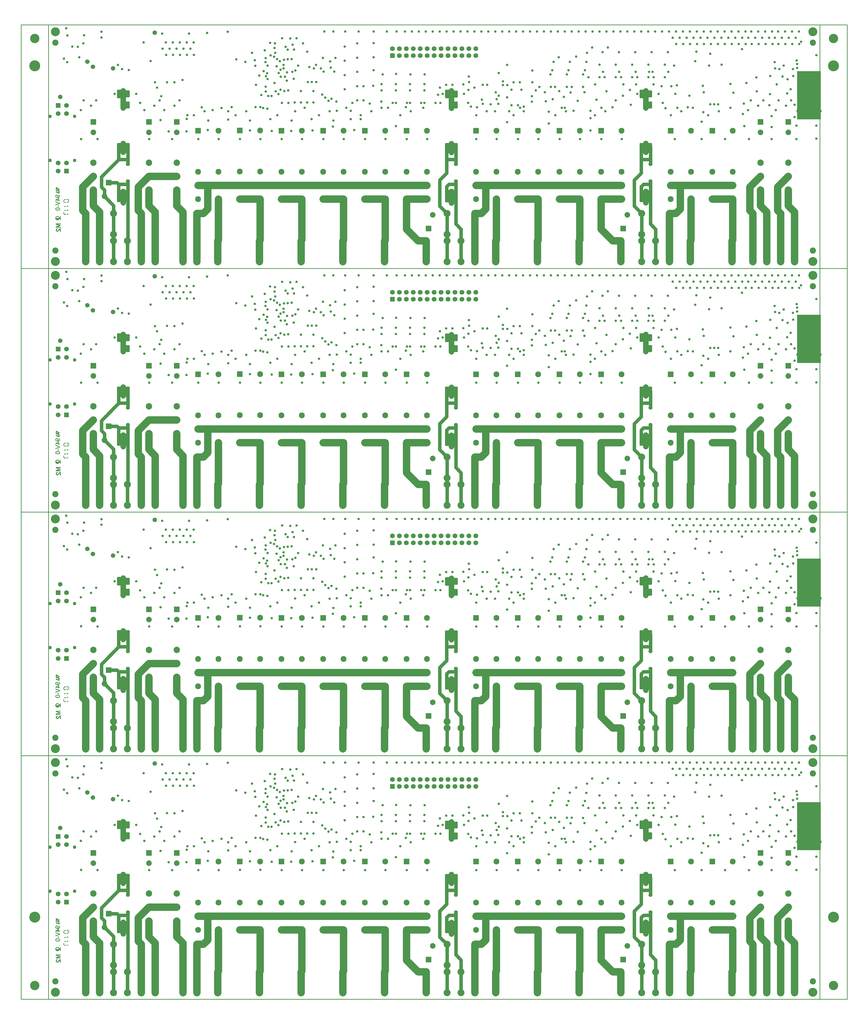
<source format=gbr>
*
%FSLAX26Y26*%
%MOIN*%
%ADD10R,0.080181X0.080181*%
%ADD11C,0.080181*%
%ADD12C,0.068171*%
%ADD13C,0.069371*%
%ADD14R,0.068171X0.068171*%
%ADD15R,0.069371X0.069371*%
%ADD16R,0.083921X0.083921*%
%ADD17C,0.083921*%
%ADD18C,0.091791*%
%ADD19C,0.079981*%
%ADD20R,0.079981X0.079981*%
%ADD21C,0.100181*%
%ADD22C,0.065181*%
%ADD23C,0.035181*%
%ADD24C,0.057681*%
%ADD25R,0.045081X0.045081*%
%ADD26C,0.026600*%
%ADD27C,0.010000*%
%ADD28C,0.049439*%
%ADD29C,0.088809*%
%ADD30C,0.128179*%
%ADD31C,0.078970*%
%ADD32C,0.105781*%
%ADD33C,0.050781*%
%ADD34C,0.040000*%
%ADD35C,0.157480*%
%ADD36C,0.133976*%
%IPPOS*%
%LNbs*%
%LPD*%
G75*
G54D10*
X8269290Y571580D03*
X5469290D03*
X868210Y1231550D03*
G54D11*
X8330710Y768430D03*
X5530710D03*
X806790Y1034700D03*
G54D12*
X259050Y1515750D03*
X140950D03*
Y1397640D03*
Y2224410D03*
X259050D03*
Y2342520D03*
G54D13*
X4950000Y3160240D03*
X5050000Y3060240D03*
Y3160240D03*
X5150000Y3060240D03*
Y3160240D03*
X5250000Y3060240D03*
Y3160240D03*
X5350000Y3060240D03*
Y3160240D03*
X5450000Y3060240D03*
Y3160240D03*
X5550000Y3060240D03*
Y3160240D03*
X5650000Y3060240D03*
Y3160240D03*
X5750000Y3060240D03*
Y3160240D03*
X5850000Y3060240D03*
Y3160240D03*
X5950000Y3060240D03*
Y3160240D03*
X6050000Y3060240D03*
Y3160240D03*
X6150000Y3060240D03*
Y3160240D03*
G54D14*
X259050Y1397640D03*
X140950Y2342520D03*
G54D15*
X4950000Y3060240D03*
G54D16*
X9552360Y1980310D03*
X7352360D03*
X2152360D03*
X2752360Y1982090D03*
X3352360Y1980310D03*
X3952360D03*
X4552360D03*
X5152360D03*
X6152360D03*
X6752360D03*
X8952360D03*
X7952360D03*
G54D17*
X9847640D03*
X9552360Y996060D03*
X9847640D03*
Y1389760D03*
Y1192910D03*
X9552360Y1389760D03*
Y1192910D03*
X7647640Y1980310D03*
X7352360Y996060D03*
X7647640D03*
Y1389760D03*
Y1192910D03*
X7352360Y1389760D03*
Y1192910D03*
X2447640Y1980310D03*
X2152360Y996060D03*
X2447640D03*
Y1389760D03*
Y1192910D03*
X2152360Y1389760D03*
Y1192910D03*
X3047640Y1982090D03*
X2752360Y997840D03*
X3047640D03*
Y1391540D03*
Y1194690D03*
X2752360Y1391540D03*
Y1194690D03*
X3647640Y1980310D03*
X3352360Y996060D03*
X3647640D03*
Y1389760D03*
Y1192910D03*
X3352360Y1389760D03*
Y1192910D03*
X4247640Y1980310D03*
X3952360Y996060D03*
X4247640D03*
Y1389760D03*
Y1192910D03*
X3952360Y1389760D03*
Y1192910D03*
X4847640Y1980310D03*
X4552360Y996060D03*
X4847640D03*
Y1389760D03*
Y1192910D03*
X4552360Y1389760D03*
Y1192910D03*
X5447640Y1980310D03*
X5152360Y996060D03*
X5447640D03*
Y1389760D03*
Y1192910D03*
X5152360Y1389760D03*
Y1192910D03*
X6447640Y1980310D03*
X6152360Y996060D03*
X6447640D03*
Y1389760D03*
Y1192910D03*
X6152360Y1389760D03*
Y1192910D03*
X7047640Y1980310D03*
X6752360Y996060D03*
X7047640D03*
Y1389760D03*
Y1192910D03*
X6752360Y1389760D03*
Y1192910D03*
X9247640Y1980310D03*
X8952360Y996060D03*
X9247640D03*
Y1389760D03*
Y1192910D03*
X8952360Y1389760D03*
Y1192910D03*
X8247640Y1980310D03*
X7952360Y996060D03*
X8247640D03*
Y1389760D03*
Y1192910D03*
X7952360Y1389760D03*
Y1192910D03*
G54D18*
X10647240Y1519690D03*
Y1125980D03*
Y1322840D03*
X1447240Y1519690D03*
Y1125980D03*
Y1322840D03*
X1847240Y1519690D03*
Y1125980D03*
Y1322840D03*
X10247240Y1519690D03*
Y1125980D03*
Y1322840D03*
X647240Y1519690D03*
Y1125980D03*
Y1322840D03*
G54D19*
X10647240Y1956690D03*
X1447240D03*
X1847240D03*
X10247240D03*
X647240D03*
G54D20*
X10647240Y2104330D03*
X1447240D03*
X1847240D03*
X10247240D03*
X647240D03*
G54D21*
X2137790Y395670D03*
Y95670D03*
X537800Y395670D03*
Y95670D03*
X6437790Y395670D03*
Y95670D03*
X6137800Y789370D03*
Y489370D03*
X8937800Y789370D03*
Y489370D03*
X10137800Y789370D03*
Y489370D03*
X10537790Y789370D03*
Y489370D03*
X3637800Y395670D03*
Y95670D03*
X4237790Y395670D03*
Y95670D03*
X4837790Y395670D03*
Y95670D03*
X7037800Y395670D03*
Y95670D03*
X7637800Y395670D03*
Y95670D03*
X9237800Y395670D03*
Y95670D03*
X10737800Y395670D03*
Y95670D03*
X8537790Y789370D03*
Y489370D03*
X937800Y789370D03*
Y489370D03*
X2137790Y789370D03*
Y489370D03*
X1537800Y395670D03*
Y95670D03*
X2437800Y395670D03*
Y95670D03*
X3037790Y395670D03*
Y95670D03*
X1337790Y789370D03*
Y489370D03*
X537800Y789370D03*
Y489370D03*
X6137800Y395670D03*
Y95670D03*
X8237800Y395670D03*
Y95670D03*
X8937800Y395670D03*
Y95670D03*
X9837790Y395670D03*
Y95670D03*
X5937790Y395670D03*
Y95670D03*
X8537790Y395670D03*
Y95670D03*
X8737800Y395670D03*
Y95670D03*
X10137800Y395670D03*
Y95670D03*
X10337790Y395670D03*
Y95670D03*
X10537790Y395670D03*
Y95670D03*
X737790Y395670D03*
Y95670D03*
X937800Y395670D03*
Y95670D03*
X1137800Y395670D03*
Y95670D03*
X1937800Y395670D03*
Y95670D03*
X1337790Y395670D03*
Y95670D03*
X5737790Y789370D03*
Y489370D03*
X5437790Y395670D03*
Y95670D03*
X5737790Y395670D03*
Y95670D03*
G54D22*
X931250Y2876870D03*
X1530000Y3389370D03*
X640000Y2899370D03*
X560000Y2973740D03*
X170000Y2464370D03*
G54D23*
X344160Y3190210D03*
X275000Y3349370D03*
X1370000Y3249370D03*
X1060000Y2864370D03*
X1001250Y2926870D03*
X1470000Y2983120D03*
X1637500Y3376870D03*
X1695000Y3069370D03*
X1745000Y3159370D03*
X1645000D03*
X1690000Y3249370D03*
X6600000Y2924370D03*
X8050000Y3174370D03*
X7825000D03*
X7750000Y3099370D03*
X7345000Y3034370D03*
X7595000Y3044370D03*
X6540000Y2634370D03*
Y2689370D03*
X8645000Y2824370D03*
X8695000D03*
X9005000Y2914370D03*
X3725000Y3114370D03*
X3445000Y3144370D03*
X3415150Y3184580D03*
X3820000Y2874370D03*
X3850000Y2924370D03*
X3920000Y2874370D03*
X3270000Y2544370D03*
X3340000Y2569370D03*
X3310000Y2504370D03*
X505000Y3235000D03*
X270000Y2964370D03*
X225000Y3014370D03*
X1815000Y2674370D03*
X1535000D03*
X2835000Y2969370D03*
X10500000Y3404370D03*
X10600000D03*
X10700000D03*
X10800000D03*
X10115000D03*
X10215000D03*
X10315000D03*
X10415000D03*
X10030000D03*
X9930000D03*
X9830000D03*
X9730000D03*
X9630000D03*
X9530000D03*
X9430000D03*
X9330000D03*
X9230000D03*
X9130000D03*
X9030000D03*
X8930000D03*
X8830000D03*
X8730000D03*
X8630000D03*
X8530000D03*
X8430000D03*
X8330000D03*
X8230000D03*
X8130000D03*
X8030000D03*
X7930000D03*
X7830000D03*
X7730000D03*
X7630000D03*
X7530000D03*
X7430000D03*
X7330000D03*
X7230000D03*
X7130000D03*
X7030000D03*
X6930000D03*
X6830000D03*
X6730000D03*
X6630000D03*
X6530000D03*
X6430000D03*
X6330000D03*
X6230000D03*
X6130000D03*
X6030000D03*
X5930000D03*
X5830000D03*
X5730000D03*
X5630000D03*
X5530000D03*
X5430000D03*
X5330000D03*
X5230000D03*
X5130000D03*
X6315000Y2639370D03*
X4145000Y2399370D03*
X4030000Y2409370D03*
X4075000Y2439370D03*
X3985000Y2454370D03*
X3940000Y2499370D03*
X3365000Y3309370D03*
X3260000Y3234370D03*
X3255000Y3169370D03*
X3265000Y3099370D03*
X3330000Y2979370D03*
X3510000Y2824370D03*
X3435000Y2819370D03*
X506250Y2414370D03*
X2489000Y2307000D03*
X3090000Y2305620D03*
X3687500Y2308120D03*
X2930000Y3099370D03*
X3255000Y2664370D03*
X3395000Y2549370D03*
X3815000D03*
X3635000D03*
X3530000Y2724370D03*
X3595000Y2914370D03*
X3735000Y2679370D03*
X3790000D03*
X3855000D03*
X3405000Y2754370D03*
X3345000D03*
X3535000Y3144370D03*
X3315000Y2809370D03*
X3340000Y2854370D03*
X3385000Y2874370D03*
Y2924370D03*
X3155000Y2914370D03*
X5970000Y2644370D03*
X4810000Y2789370D03*
X4625000Y2369370D03*
X4535000Y2414370D03*
X4445000D03*
X4265000Y2574370D03*
X4535000Y2619370D03*
X4445000D03*
X4265000Y2779370D03*
X4445000Y2824370D03*
X4265000Y2984370D03*
X4445000Y3029370D03*
X4265000Y3189370D03*
X4445000Y3234370D03*
X5005000Y2794370D03*
X5415000Y2789370D03*
X5210000D03*
X4795000Y2649370D03*
Y2559370D03*
X4955000Y2379370D03*
X5000000Y2649370D03*
Y2379370D03*
Y2559370D03*
X5160000Y2379370D03*
X5205000Y2649370D03*
Y2379370D03*
Y2559370D03*
X5365000Y2379370D03*
X5410000Y2649370D03*
Y2379370D03*
Y2559370D03*
X5570000Y2379370D03*
X7270000Y2969370D03*
X7225000Y2789370D03*
X7065000Y2609370D03*
X7505000Y2969370D03*
X7460000Y2789370D03*
X7740000Y2968740D03*
X7695000Y2788740D03*
X7975000Y3109370D03*
X7930000Y2929370D03*
X7770000Y2749370D03*
X8210000Y3109370D03*
X8165000Y2929370D03*
X8005000Y2749370D03*
X8445000Y3109370D03*
X8400000Y2929370D03*
X8240000Y2749370D03*
X8915000Y3109370D03*
X8870000Y2749370D03*
Y2929370D03*
X8710000Y2749370D03*
X8475000D03*
X8635000Y2929370D03*
X8680000Y3109370D03*
X6130000Y2599370D03*
X1320250Y2378370D03*
X6428120Y2258120D03*
X706250Y1858120D03*
X1450000D03*
X1781250D03*
X2156250D03*
X2450000D03*
X2756250Y1859890D03*
X3050000D03*
X3356250Y1858120D03*
X3650000D03*
X3956250D03*
X4250000D03*
X4556250D03*
X4850000D03*
X5156250D03*
X5450000D03*
X6156250D03*
X6450000D03*
X6756250D03*
X7050000D03*
X7356250D03*
X7650000D03*
X8250000D03*
X7956250D03*
X1931250Y2708120D03*
X1706250Y2676870D03*
X5143750Y2320620D03*
X1563000Y2598370D03*
X1624000Y2476370D03*
X7350000Y2549370D03*
X7143750Y2533120D03*
X1156250Y2851870D03*
X3131650Y2763300D03*
X10775000Y2939370D03*
X513750Y3351250D03*
X3196400Y3061300D03*
X3190150Y3242550D03*
X10737500Y2351870D03*
X9506250Y2915620D03*
X470000Y1860000D03*
X8268750Y2483120D03*
X4100000Y3404370D03*
X256250Y3451870D03*
X9325000Y3115620D03*
X9525000Y3084370D03*
X9306250Y2978120D03*
X9687500Y2928120D03*
X9981250Y3151870D03*
X10385000Y2505000D03*
X10375000Y2345620D03*
X10830000Y3260000D03*
X4350000Y2145620D03*
Y2264370D03*
X4150000D03*
X3787500Y2145620D03*
X4100000Y2125370D03*
X3500000Y2126870D03*
X3193750Y2145620D03*
X2900000Y2126870D03*
X2587500Y2258120D03*
Y2139370D03*
X2300000Y2126870D03*
X2362500Y2276870D03*
X2206250Y2314370D03*
X3493750Y1976870D03*
X4093750Y2039370D03*
X2900000Y1983120D03*
X2293750Y1989370D03*
X2285000Y3385000D03*
X10045000Y2665000D03*
X5010000Y3404370D03*
X2581250Y3401870D03*
X2025000Y3376870D03*
X4680000Y3404370D03*
X10012500Y2045620D03*
X10406250Y2033120D03*
Y2189370D03*
X2000000Y2201870D03*
X1987500Y1970620D03*
X1990000Y2150000D03*
X1731250Y1970620D03*
X1612500Y2133120D03*
X3212500Y1976870D03*
X3800000Y1983120D03*
X4400000Y1989370D03*
X11050000Y1864370D03*
Y3064370D03*
X6481250Y2482500D03*
X3449990Y2557710D03*
X3452650Y2380050D03*
X3152650Y2723800D03*
X3146400Y2805050D03*
X10637500Y2720620D03*
X10712500Y2864370D03*
X3127650Y3023800D03*
X3125000Y2964370D03*
X3033900Y2773800D03*
X3096400Y2836300D03*
X2985650Y2640550D03*
X3115150Y3136300D03*
X2971400Y2992550D03*
X2977650Y2911300D03*
X3165150Y2480050D03*
X3127650Y2613300D03*
Y2542550D03*
X2637500Y2320620D03*
X3970000Y3404370D03*
X4870000D03*
X10450000Y2964370D03*
X10187500Y2745620D03*
X10387500Y2764370D03*
X10681250Y2576870D03*
X10562500Y2758120D03*
X10768750Y2989370D03*
X7012500Y2558120D03*
X6662500Y2570620D03*
X6600000Y2458120D03*
X10456250Y2876870D03*
X11050000Y2051870D03*
X10762500D03*
Y1858120D03*
X10406250D03*
X10081250D03*
X10193750Y2545620D03*
X3150000Y2295620D03*
X9012500Y1858120D03*
X9400000D03*
X9737500D03*
X4046000Y2258370D03*
X2246000D03*
X2846000D03*
X1525000Y2339370D03*
X1381250Y2276870D03*
X1668750D03*
X1887500Y2414370D03*
X1812500Y2339370D03*
X10068750Y2276870D03*
X10287500Y2414370D03*
X10212500Y2339370D03*
X10468750Y2276870D03*
X10687500Y2414370D03*
X10612500Y2339370D03*
X468750Y2276870D03*
X687500Y2414370D03*
X612500Y2339370D03*
X9108500Y2258370D03*
X9646000D03*
X8014750D03*
X7446000D03*
X6308500D03*
X5214750D03*
X4646000D03*
X3208900Y2480050D03*
X4888390Y2308120D03*
X6787500D03*
X1262500Y2508120D03*
X3050000Y2320620D03*
X2981250D03*
X3246400Y3042550D03*
X763750Y3401250D03*
Y3320000D03*
X1600000Y2414370D03*
X5982050Y2508120D03*
X6039800Y2378370D03*
X7387500Y2308120D03*
X8782050Y2508120D03*
X9050000Y2308120D03*
X4287500D03*
X8825000Y2620620D03*
X4793750Y2308120D03*
X5393750D03*
X2093750Y2201870D03*
X2693750D03*
X3293750D03*
X3893750D03*
X4493750D03*
X5062500D03*
X6156250D03*
X6693750D03*
X7293750D03*
X7862500D03*
X8956250D03*
X9493750D03*
X9274110Y2308120D03*
X9812500D03*
X6043750Y2564370D03*
X6250000Y2364370D03*
X7956250Y2308120D03*
X8839800Y2378370D03*
X4493750Y2145620D03*
X5000000Y2045620D03*
X3065150Y2492550D03*
X5640000Y2379370D03*
X5606250Y2495620D03*
X6237500Y2426870D03*
X6168750Y2314370D03*
X6362500Y2358120D03*
X6475000Y2364370D03*
X6756250Y2345620D03*
X6631250Y2258120D03*
X6806250Y2570620D03*
X7156250Y2401870D03*
X7256250Y2433120D03*
X7431250Y2308120D03*
X7200000Y2251870D03*
Y2083120D03*
X6600000Y2101870D03*
X7800000Y1983120D03*
Y2158120D03*
Y2264370D03*
X8381250Y2351870D03*
X8706250Y2645620D03*
X8962500Y2620620D03*
X9043750Y2633120D03*
X9525000Y2358120D03*
X9200000Y2314370D03*
X8881250Y2301870D03*
X9425000Y2245620D03*
X9400000Y2108120D03*
X10006250Y2370620D03*
X9431250Y2533120D03*
X9418750Y2626870D03*
X10631250Y2514370D03*
X9637500Y2358120D03*
X9225000Y2483120D03*
X10481250Y2645620D03*
X10775000Y2883120D03*
X8162500Y2414370D03*
X8275000Y2645620D03*
X8031250Y2545620D03*
X7868750Y2645620D03*
X7618750Y2408120D03*
X7515000Y2529370D03*
X7887500Y2426870D03*
X8118750Y2314370D03*
X7556250Y2264370D03*
X6662500Y2345620D03*
X6081250Y2326870D03*
X7712500Y2533120D03*
X7418750Y2464370D03*
X9856250Y2526870D03*
X9812500Y2651870D03*
X9993750Y2220620D03*
X8456250Y2645620D03*
X8368750Y2564370D03*
X5675000Y2508120D03*
X955450D03*
X8475000D03*
X6956250Y2395620D03*
Y2476870D03*
X6841620Y2258370D03*
X6839060Y2325310D03*
X4465000Y3404370D03*
X4680000Y3239370D03*
Y3034370D03*
Y2849370D03*
X4675000Y2624370D03*
X6605000Y2634370D03*
X6695000Y2674370D03*
X6785000D03*
X6965000D03*
Y2844370D03*
X6050000Y2759370D03*
X5635000Y2599370D03*
X5725000Y2639370D03*
X5815000D03*
X6480000Y2809370D03*
X6250000Y2639370D03*
X9580000Y2359370D03*
X10106250Y2414370D03*
X10506250D03*
X10737500Y2176870D03*
X10718160Y2764960D03*
X10518750Y2864370D03*
X10581250Y2914370D03*
X7930000Y2749370D03*
X7695000Y2608740D03*
X7460000Y2609370D03*
X8165000Y2749370D03*
X8400000D03*
X8635000D03*
X6450000Y2433120D03*
X6436750Y2533120D03*
X6055000Y2679370D03*
X3545000Y2384370D03*
X3635000D03*
X3725000D03*
X3815000D03*
X3480000Y3304370D03*
X4270000Y3404370D03*
X4790000Y2399370D03*
X7250000Y2849370D03*
X7485000D03*
X7720000D03*
X7980000Y2824370D03*
X8215000D03*
X8450000D03*
X8920000D03*
X2705000Y3004370D03*
X9020000Y2509370D03*
X3755000Y2894370D03*
X3950000Y3024370D03*
X4130000D03*
X4115000Y2829370D03*
X3960000D03*
X4375000Y2379370D03*
X3360000D03*
X3285000Y2904370D03*
X3430000Y2699370D03*
X7290000Y2609370D03*
X7230000D03*
X7530000D03*
X3515000Y3214370D03*
X3570000Y3309370D03*
X3665150Y3234220D03*
X3290000Y3009370D03*
X3390000Y2999370D03*
X3445000Y3004370D03*
X3500000Y3009370D03*
X3555000Y2844370D03*
X8985000Y3314370D03*
X9085000D03*
X9185000D03*
X9285000D03*
X9385000D03*
X9485000D03*
X9585000D03*
X9685000D03*
X9785000D03*
X9885000D03*
X9985000D03*
X10370000D03*
X10270000D03*
X10170000D03*
X10070000D03*
X10755000D03*
X10655000D03*
X10555000D03*
X10455000D03*
X9035000Y3224370D03*
X9135000D03*
X9235000D03*
X9335000D03*
X9435000D03*
X9535000D03*
X9635000D03*
X9735000D03*
X9835000D03*
X9935000D03*
X10035000D03*
X10420000D03*
X10320000D03*
X10220000D03*
X10120000D03*
X10805000D03*
X10705000D03*
X10605000D03*
X10505000D03*
X2095000Y3069370D03*
X1995000D03*
X1895000D03*
X1795000D03*
X2045000Y3159370D03*
X1945000D03*
X1845000D03*
X1790000Y3249370D03*
X1890000D03*
X1990000D03*
X2090000D03*
X4055000Y2974370D03*
X4065000Y2884370D03*
X3550000Y2259370D03*
X425000Y3184370D03*
X445000Y3034370D03*
G54D24*
X5862500Y1499830D03*
Y1251870D03*
X1142950D03*
Y1499830D03*
X8662500D03*
Y1251870D03*
G54D25*
X1133270Y2480570D02*
Y2535170D01*
G54D26*
X1110730Y2471330D02*
Y2544410D01*
X1155810Y2471330D02*
Y2544410D01*
G54D25*
X1133270Y2323090D02*
Y2377690D01*
G54D26*
X1110730Y2313850D02*
Y2386930D01*
X1155810Y2313850D02*
Y2386930D01*
G54D25*
X8652820Y2480570D02*
Y2535170D01*
G54D26*
X8630280Y2471330D02*
Y2544410D01*
X8675360Y2471330D02*
Y2544410D01*
G54D25*
X8652820Y2323090D02*
Y2377690D01*
G54D26*
X8630280Y2313850D02*
Y2386930D01*
X8675360Y2313850D02*
Y2386930D01*
G54D25*
X5854610Y2478780D02*
Y2533380D01*
G54D26*
X5832070Y2469540D02*
Y2542620D01*
X5877150Y2469540D02*
Y2542620D01*
G54D25*
X5854610Y2321300D02*
Y2375900D01*
G54D26*
X5832070Y2312060D02*
Y2385140D01*
X5877150Y2312060D02*
Y2385140D01*
G54D25*
X1022640Y2468770D02*
Y2546970D01*
G54D26*
X1000100Y2459530D02*
Y2556210D01*
X1045180Y2459530D02*
Y2556210D01*
G54D25*
X8542190Y2468770D02*
Y2546970D01*
G54D26*
X8519650Y2459530D02*
Y2556210D01*
X8564730Y2459530D02*
Y2556210D01*
G54D25*
X5743980Y2466980D02*
Y2545180D01*
G54D26*
X5721440Y2457740D02*
Y2554420D01*
X5766520Y2457740D02*
Y2554420D01*
G54D25*
X1133270Y974670D02*
Y1072570D01*
G54D26*
X1110730Y965430D02*
Y1081810D01*
X1155810Y965430D02*
Y1081810D01*
G54D25*
X1133270Y1683330D02*
Y1781230D01*
G54D26*
X1110730Y1674090D02*
Y1790470D01*
X1155810Y1674090D02*
Y1790470D01*
G54D25*
X1022640Y1683330D02*
Y1781230D01*
G54D26*
X1000100Y1674090D02*
Y1790470D01*
X1045180Y1674090D02*
Y1790470D01*
G54D25*
X1022640Y974670D02*
Y1072570D01*
G54D26*
X1000100Y965430D02*
Y1081810D01*
X1045180Y965430D02*
Y1081810D01*
G54D25*
X8652820Y974670D02*
Y1072570D01*
G54D26*
X8630280Y965430D02*
Y1081810D01*
X8675360Y965430D02*
Y1081810D01*
G54D25*
X8652820Y1683330D02*
Y1781230D01*
G54D26*
X8630280Y1674090D02*
Y1790470D01*
X8675360Y1674090D02*
Y1790470D01*
G54D25*
X8542190Y1683330D02*
Y1781230D01*
G54D26*
X8519650Y1674090D02*
Y1790470D01*
X8564730Y1674090D02*
Y1790470D01*
G54D25*
X8542190Y974670D02*
Y1072570D01*
G54D26*
X8519650Y965430D02*
Y1081810D01*
X8564730Y965430D02*
Y1081810D01*
G54D25*
X5854610Y972880D02*
Y1070780D01*
G54D26*
X5832070Y963640D02*
Y1080020D01*
X5877150Y963640D02*
Y1080020D01*
G54D25*
X5854610Y1681540D02*
Y1779440D01*
G54D26*
X5832070Y1672300D02*
Y1788680D01*
X5877150Y1672300D02*
Y1788680D01*
G54D25*
X5743980Y1681540D02*
Y1779440D01*
G54D26*
X5721440Y1672300D02*
Y1788680D01*
X5766520Y1672300D02*
Y1788680D01*
G54D25*
X5743980Y972880D02*
Y1070780D01*
G54D26*
X5721440Y963640D02*
Y1080020D01*
X5766520Y963640D02*
Y1080020D01*
G54D27*
X10785200Y2284650D02*
X10780829Y2284159D01*
X10776676Y2282709D01*
X10772949Y2280373D01*
X10769833Y2277268D01*
X10767485Y2273549D01*
X10766021Y2269401D01*
X10765515Y2265032D01*
X10765992Y2260659D01*
X10767427Y2256502D01*
X10769750Y2252766D01*
X10772845Y2249640D01*
X10776556Y2247280D01*
X10780699Y2245802D01*
X10785066Y2245281D01*
X10785200Y2245280D01*
X0Y0D02*
X11100000D01*
Y2245280D01*
X10785200D02*
X11100000D01*
X10785200D03*
Y2284650D02*
X11100000D01*
Y3503940D01*
X0D02*
X11100000D01*
X0Y0D02*
Y3503940D01*
G54D28*
X22840Y1552760D03*
X377160D03*
Y2187400D03*
X22840D03*
G54D29*
X11000000Y257480D03*
X100000D03*
X11000000Y3246460D03*
X100000D03*
G54D30*
X11000000Y100000D03*
X100000D03*
X11000000Y3403940D03*
X100000D03*
G54D31*
X8597500Y940950D02*
Y1106300D01*
X5799300Y939150D02*
Y1104500D01*
X1077950Y940950D02*
Y1106300D01*
Y1669290D02*
Y1795280D01*
Y2305120D02*
Y2553150D01*
X5799300Y2303320D02*
Y2551350D01*
Y1667500D02*
Y1793480D01*
X8597500Y1669290D02*
Y1795280D01*
Y2305120D02*
Y2553150D01*
G36*
X11114310Y2835370D02*
Y2143370D01*
X10772310D01*
Y2835370D01*
X11114310D01*
G37*
G54D32*
X2752360Y996060D02*
X3047640D01*
X2447640Y1192910D02*
X3352360D01*
X2137790Y95670D02*
Y395670D01*
Y489370D02*
Y789370D01*
X737790Y95670D02*
Y395670D01*
X8119330D02*
X8237800D01*
X7952360Y562640D02*
X8119330Y395670D01*
X7952360Y562640D02*
Y996060D01*
X8247640D01*
X537800Y489370D02*
Y789370D01*
X9552360Y1192910D02*
X9847640D01*
X9247640D02*
X9552360D01*
X8952360D02*
X9247640D01*
X9552360Y996060D02*
X9847640D01*
X9837790Y95670D02*
Y395670D01*
X9847640Y405510D01*
Y996060D01*
X9247640Y405510D02*
Y996060D01*
X9237800Y395670D02*
X9247640Y405510D01*
X9093750Y851870D02*
Y1189370D01*
X9031250Y789370D02*
X9093750Y851870D01*
X9237800Y95670D02*
Y395670D01*
X8937800Y489370D02*
Y789370D01*
Y395670D02*
Y489370D01*
Y95670D02*
Y395670D01*
Y789370D02*
X9031250D01*
X6152360Y1192910D02*
X6447640D01*
X6752360D01*
X7047640D01*
X7352360D02*
X7647640D01*
X6137800Y789370D02*
X6231250D01*
X6137800Y95670D02*
Y395670D01*
Y489370D01*
Y789370D01*
X6437790Y95670D02*
Y395670D01*
X6231250Y789370D02*
X6293750Y851870D01*
Y1189370D01*
X6437790Y395670D02*
X6447640Y405510D01*
Y996060D01*
X8237800Y95670D02*
Y395670D01*
X7647640Y405510D02*
Y996060D01*
X7637800Y395670D02*
X7647640Y405510D01*
X7637800Y95670D02*
Y395670D01*
X7352360Y996060D02*
X7647640D01*
X7047640Y405510D02*
Y996060D01*
X7037800Y395670D02*
X7047640Y405510D01*
X7037800Y95670D02*
Y395670D01*
X6752360Y996060D02*
X7047640D01*
X5152360Y1192910D02*
X5447640D01*
X4847640D02*
X5152360D01*
X4552360D02*
X4847640D01*
X4247640D02*
X4552360D01*
X3952360D02*
X4247640D01*
X3647640D02*
X3952360D01*
X3352360D02*
X3647640D01*
X2152360D02*
X2447640D01*
X3047640Y405510D02*
Y996060D01*
X3037790Y395670D02*
X3047640Y405510D01*
X3037790Y95670D02*
Y395670D01*
X3647640Y405510D02*
Y996060D01*
X3637800Y395670D02*
X3647640Y405510D01*
X3637800Y95670D02*
Y395670D01*
X3352360Y996060D02*
X3647640D01*
X4247640Y405510D02*
Y996060D01*
X4237790Y395670D02*
X4247640Y405510D01*
X4237790Y95670D02*
Y395670D01*
X3952360Y996060D02*
X4247640D01*
X4847640Y405510D02*
Y996060D01*
X4837790Y395670D02*
X4847640Y405510D01*
X4837790Y95670D02*
Y395670D01*
X4552360Y996060D02*
X4847640D01*
X5152360D02*
X5447640D01*
X5437790Y95670D02*
Y395670D01*
X2447640Y405510D02*
Y996060D01*
X2437800Y395670D02*
X2447640Y405510D01*
X2293750Y851870D02*
Y1189370D01*
X2231250Y789370D02*
X2293750Y851870D01*
X2437800Y95670D02*
Y395670D01*
X2137790D02*
Y489370D01*
Y789370D02*
X2231250D01*
X5152360Y562640D02*
Y996060D01*
Y562640D02*
X5319330Y395670D01*
X5437790D01*
X7647640Y1192910D02*
X7952360D01*
X7047640D02*
X7352360D01*
X7952360D02*
X8247640D01*
X537800Y95670D02*
Y395670D01*
Y489370D01*
X647240Y898380D02*
X737790Y807820D01*
X647240Y898380D02*
Y1125980D01*
X493750Y833410D02*
Y1169340D01*
X647240Y1322840D01*
X493750Y833410D02*
X537800Y789370D01*
X737790Y395670D02*
Y807820D01*
X1537800Y395670D02*
Y807820D01*
X1293750Y833410D02*
X1337790Y789370D01*
X1293750Y1169340D02*
X1447240Y1322840D01*
X1293750Y833410D02*
Y1169340D01*
X1447240Y898380D02*
Y1125980D01*
Y898380D02*
X1537800Y807820D01*
X1337790Y395670D02*
Y489370D01*
Y95670D02*
Y395670D01*
Y489370D02*
Y789370D01*
X1537800Y95670D02*
Y395670D01*
X1447240Y1322840D02*
X1847240D01*
X1937800Y95670D02*
Y395670D01*
X1847240Y898380D02*
X1937800Y807820D01*
X1847240Y898380D02*
Y1125980D01*
X1937800Y395670D02*
Y807820D01*
X10337790Y95670D02*
Y395670D01*
X10137800Y489370D02*
Y789370D01*
Y95670D02*
Y395670D01*
Y489370D01*
X10247240Y898380D02*
X10337790Y807820D01*
X10247240Y898380D02*
Y1125980D01*
X10093750Y833410D02*
Y1169340D01*
X10247240Y1322840D01*
X10093750Y833410D02*
X10137800Y789370D01*
X10337790Y395670D02*
Y807820D01*
X10737800Y95670D02*
Y395670D01*
X10537790Y489370D02*
Y789370D01*
Y95670D02*
Y395670D01*
Y489370D01*
X10647240Y898380D02*
X10737800Y807820D01*
X10647240Y898380D02*
Y1125980D01*
X10493750Y833410D02*
Y1169340D01*
X10647240Y1322840D01*
X10493750Y833410D02*
X10537790Y789370D01*
X10737800Y395670D02*
Y807820D01*
G54D33*
X1142950Y1566530D02*
Y1741970D01*
X8662500Y1013940D02*
Y1208120D01*
X8562500D02*
X8662500D01*
Y1566530D02*
Y1741970D01*
X5862500Y1013940D02*
Y1208120D01*
X5762500D02*
X5862500D01*
Y1566530D02*
Y1741970D01*
X1142950Y1013940D02*
Y1208120D01*
X1011700D02*
X1142950D01*
X5631250Y1268580D02*
X5731250Y1368580D01*
X5862500Y1499830D02*
Y1566530D01*
X5631250Y895920D02*
Y1268580D01*
Y895920D02*
X5737790Y789370D01*
X5731250Y1368580D02*
Y1566530D01*
Y1721350D01*
X5852810Y1732280D02*
X5862500Y1741970D01*
X5731250Y1566530D02*
X5862500D01*
X5737790Y489370D02*
Y789370D01*
Y395670D02*
Y489370D01*
Y95670D02*
Y395670D01*
X5862500Y639370D02*
X5937790Y564070D01*
X5862500Y639370D02*
Y1013940D01*
X5937790Y95670D02*
Y395670D01*
Y564070D01*
X5731250Y1034560D02*
Y1176870D01*
X5762500Y1208120D01*
X5852810Y1023620D02*
X5862500Y1013940D01*
Y1208120D02*
Y1251870D01*
X1142950Y1208120D02*
Y1251870D01*
X1011700Y1034560D02*
Y1208120D01*
X1142950Y1499830D02*
Y1566530D01*
X1011700D02*
Y1721350D01*
X1133270Y1732280D02*
X1142950Y1741970D01*
X1011700Y1566530D02*
X1142950D01*
X1133270Y1023620D02*
X1142950Y1013940D01*
X1137800Y95670D02*
Y395670D01*
X1142950Y400830D01*
Y1013940D01*
X937800Y789370D02*
Y903690D01*
X806790Y1034700D02*
X937800Y903690D01*
Y95670D02*
Y395670D01*
Y489370D01*
Y789370D01*
X806790Y1034700D02*
Y1126330D01*
X762500Y1170620D02*
X806790Y1126330D01*
X762500Y1170620D02*
Y1314370D01*
X1011700Y1563570D01*
Y1566530D01*
X988280Y1231550D02*
X1011700Y1208120D01*
X868210Y1231550D02*
X988280D01*
X8662500Y1208120D02*
Y1251870D01*
X8652820Y1023620D02*
X8662500Y1013940D01*
X8531250Y1176870D02*
X8562500Y1208120D01*
X8531250Y1034560D02*
Y1176870D01*
X8431250Y1268580D02*
X8531250Y1368580D01*
X8662500Y1499830D02*
Y1566530D01*
X8431250Y895920D02*
Y1268580D01*
Y895920D02*
X8537790Y789370D01*
X8531250Y1368580D02*
Y1566530D01*
Y1721350D01*
X8652820Y1732280D02*
X8662500Y1741970D01*
X8531250Y1566530D02*
X8662500D01*
X8537790Y489370D02*
Y789370D01*
Y395670D02*
Y489370D01*
Y95670D02*
Y395670D01*
X8737800D02*
Y564070D01*
Y95670D02*
Y395670D01*
X8662500Y639370D02*
Y1013940D01*
Y639370D02*
X8737800Y564070D01*
G36*
X100232Y720683D02*
X100235Y722700D01*
X110831D01*
X110831Y722658D01*
X175634D01*
Y690239D01*
G02X174326Y689620I-744J-119D01*
G02X174042Y690201I868J784D01*
G01X173871Y690572D01*
X173845Y690684D01*
G02X173525Y691351I478J639D01*
G01X173270Y691877D01*
X173246Y691987D01*
G02X172925Y692663I441J624D01*
G01X172560Y693510D01*
X172542Y693615D01*
X171330Y696209D01*
G02X171044Y696792I885J796D01*
G01X170900Y697099D01*
X170774Y697472D01*
X170710Y697529D01*
X170269Y698474D01*
X170241Y698606D01*
X170176Y698775D01*
G02X169938Y699231I506J555D01*
G01X169766Y699594D01*
X169741Y699724D01*
X169660Y699914D01*
X169641Y700035D01*
X169591Y700144D01*
X169528Y700201D01*
X169271Y700687D01*
X169057Y701223D01*
X169038Y701342D01*
X168985Y701459D01*
X168863Y701587D01*
X168653Y702109D01*
X168611Y702175D01*
X168564Y702304D01*
X168480Y702450D01*
X168438Y702726D01*
G02X168005Y703489I718J913D01*
G01X167849Y703989D01*
G02X167519Y704581I475J653D01*
G01X167401Y704800D01*
X167240Y705316D01*
X167109Y705431D01*
X166877Y705968D01*
X166791Y706120D01*
X166740Y706439D01*
X166587Y706754D01*
X166438Y706939D01*
X166192Y707431D01*
X166111Y707773D01*
G03X165885Y708164I-908J-265D01*
G01X165818Y708268D01*
X165657Y708704D01*
X165611Y708775D01*
X165470Y709174D01*
X165433Y709332D01*
G02X165017Y710068I1028J1066D01*
G01X164973Y710169D01*
X164929Y710364D01*
X164878Y710507D01*
G02X164450Y711309I466J764D01*
G01X164394Y711404D01*
X164319Y711841D01*
G03X164220Y711945I-168J-61D01*
G01X164126Y711984D01*
X163863Y712600D01*
X163839Y712725D01*
X163758Y712915D01*
X163740Y713034D01*
X163591Y713343D01*
X163497Y713452D01*
G02X163231Y714154I1505J970D01*
G01X162993Y714644D01*
X162886Y714757D01*
X162814Y714867D01*
X162641Y715409D01*
X162630Y715462D01*
X162459Y715885D01*
X162334Y715999D01*
X162182Y716273D01*
X162117Y716365D01*
X162043Y716698D01*
X161871Y717071D01*
X161843Y717194D01*
G02X161541Y717703I581J689D01*
G01X161465Y717889D01*
X161442Y718013D01*
X161363Y718199D01*
X161340Y718320D01*
X161272Y718471D01*
X161079Y718658D01*
X161033Y718487D01*
X161032Y717857D01*
X160933Y717560D01*
X160934Y717310D01*
X160831Y716874D01*
Y716366D01*
X160723Y716028D01*
X160635Y715933D01*
X160634Y715876D01*
X160532Y715446D01*
X160533Y715387D01*
X160235Y713968D01*
G02X160029Y713371I-777J-66D01*
G01X159934Y713069D01*
X159933Y712947D01*
X159787Y712463D01*
X159439Y711662D01*
X159394Y711467D01*
X159330Y711342D01*
X159195Y710784D01*
X159136Y710663D01*
X159095Y710473D01*
X158705Y709719D01*
X158687Y709659D01*
X158537Y709355D01*
X158508Y709222D01*
X158228Y708740D01*
X158225Y708693D01*
X158106Y708419D01*
X158083Y708344D01*
X158028Y708244D01*
X158024Y708196D01*
X157908Y707924D01*
X157884Y707841D01*
X157603Y707405D01*
X157582Y707334D01*
X157376Y707039D01*
X157326Y706942D01*
X157320Y706873D01*
G02X156904Y706296I-1211J434D01*
G01X156645Y705763D01*
X156203Y705110D01*
G02X155666Y704358I-1442J462D01*
G01X155484Y704063D01*
X155426Y703999D01*
G02X154972Y703352I-846J110D01*
G02X154371Y702620I-985J196D01*
G02X153908Y702105I-1033J465D01*
G02X153219Y701351I-1460J642D01*
G01X152923Y700990D01*
X152798Y700883D01*
X152708Y700708D01*
X152205Y700173D01*
X152128Y700111D01*
X152002Y699976D01*
X151710Y699789D01*
X151594Y699666D01*
X151437Y699563D01*
G02X150806Y698909I-2049J1347D01*
G01X150732Y698816D01*
X150630Y698725D01*
X150194Y698454D01*
G02X149502Y697878I-827J290D01*
G01X149340Y697761D01*
X149310Y697703D01*
X148914Y697409D01*
X148712Y697296D01*
X148600Y697177D01*
X148305Y696988D01*
X148036Y696721D01*
X147706Y696593D01*
G02X147081Y696160I-961J721D01*
G01X147017Y696103D01*
X146588Y695887D01*
X146552Y695838D01*
X146450Y695739D01*
X146241Y695619D01*
X146197Y695569D01*
X146064Y695468D01*
X145750Y695359D01*
G02X145120Y694953I-821J582D01*
G01X144879Y694838D01*
X144234Y694607D01*
X144209Y694578D01*
X144092Y694483D01*
X143532Y694212D01*
X143301Y694149D01*
X143194Y694101D01*
X142555Y693712D01*
X142201Y693648D01*
X141969Y693524D01*
X141631Y693461D01*
X141557Y693427D01*
X141402Y693289D01*
X140932Y693155D01*
X140665Y693026D01*
X140332Y692963D01*
X140206Y692906D01*
X139784Y692786D01*
X139478Y692591D01*
X138644Y692464D01*
X138522Y692403D01*
G03X137168Y692028I102J-3003D01*
G01X136640Y691965D01*
X136513Y691901D01*
X135054Y691777D01*
X134941Y691715D01*
X134223Y691652D01*
X134081Y691587D01*
X132437Y691526D01*
X132407Y691501D01*
X132206Y691399D01*
X129742Y691367D01*
X129347Y691404D01*
X129125Y691526D01*
X127486Y691587D01*
X127345Y691651D01*
X126524Y691714D01*
X126410Y691777D01*
X125048Y691901D01*
X124922Y691965D01*
X124398Y692028D01*
X124182Y692171D01*
X123833Y692274D01*
X122944Y692402D01*
X122820Y692464D01*
X122413Y692525D01*
X121806Y692778D01*
X121273Y692901D01*
X118652Y693848D01*
X118501Y693945D01*
X118364Y694096D01*
X118167Y694148D01*
X117368Y694483D01*
X117243Y694602D01*
X116919Y694715D01*
X115477Y695485D01*
X115360Y695591D01*
X115130Y695656D01*
X114881Y695913D01*
X114587Y696027D01*
X114152Y696302D01*
X114031Y696416D01*
X113914Y696473D01*
X113752Y696599D01*
X113629Y696661D01*
X113462Y696790D01*
X113236Y696920D01*
X112940Y697200D01*
X112877Y697273D01*
X112673Y697334D01*
X112308Y697662D01*
G02X111863Y697979I413J1051D01*
G01X111643Y698102D01*
X111191Y698557D01*
G02X110537Y699110I92J772D01*
G01X110452Y699195D01*
G02X109892Y699750I201J763D01*
G02X109228Y700271I189J925D01*
G02X108541Y701048I322J976D01*
G02X108174Y701470I343J669D01*
G01X108059Y701588D01*
X107815Y701727D01*
X107496Y702253D01*
X107058Y702687D01*
X106899Y702939D01*
X106780Y703064D01*
X106714Y703170D01*
X106663Y703299D01*
X106443Y703492D01*
X106219Y703874D01*
G02X105690Y704551I259J748D01*
G01X105566Y704691D01*
X105441Y704920D01*
X105364Y704980D01*
X104924Y705755D01*
G02X104475Y706476I332J706D01*
G01X104272Y706877D01*
G02X103782Y707641I362J771D01*
G01X103710Y707784D01*
X103671Y707891D01*
X103631Y707948D01*
X103576Y708076D01*
X103317Y708468D01*
X103242Y708805D01*
X103182Y708954D01*
X103110Y709077D01*
X103068Y709176D01*
X103034Y709334D01*
G02X102634Y710059I989J1018D01*
G01X102147Y711317D01*
X102095Y711403D01*
G03X101890Y712027I-1181J-43D01*
G01X101816Y712371D01*
X101777Y712461D01*
G02X101527Y713087I554J584D01*
G01X101433Y713449D01*
X101432Y713572D01*
X101343Y713900D01*
X101259Y714109D01*
X101236Y714420D01*
X101162Y714604D01*
X101140Y714822D01*
X100962Y715074D01*
X100934Y715443D01*
X100890Y715516D01*
X100835Y716032D01*
X100764Y716204D01*
X100741Y716300D01*
X100731Y716392D01*
Y716846D01*
X100675Y716962D01*
X100637Y717528D01*
X100587Y717642D01*
X100531Y718003D01*
X100531Y718280D01*
G02X100330Y719192I603J611D01*
G01X100330Y720338D01*
X100267Y720496D01*
X100243Y720589D01*
X100232Y720683D01*
G37*
G36*
X100235Y722700D02*
X100235Y723212D01*
X100330Y723492D01*
X100330Y724770D01*
G02X100530Y725536I802J199D01*
G01X100531Y725697D01*
X100632Y726257D01*
X100633Y726643D01*
X100732Y726998D01*
X100731Y727454D01*
X100829Y727766D01*
X100830Y728078D01*
X100918Y728347D01*
G02X101168Y729183I779J223D01*
G01X101238Y729404D01*
X101314Y729846D01*
X101340Y729916D01*
X101432Y730304D01*
X101431Y730367D01*
X101515Y730714D01*
G02X101829Y731502I781J145D01*
G01X101828Y731563D01*
X101982Y731996D01*
X102029Y732084D01*
X102031Y732193D01*
X102390Y733116D01*
X102448Y733230D01*
X102570Y733664D01*
X102627Y733781D01*
X102658Y733921D01*
X103035Y734504D01*
X103043Y734573D01*
X103231Y734997D01*
X103233Y735131D01*
X103803Y736238D01*
G02X104238Y736980I835J10D01*
G02X104463Y737417I841J-158D01*
G02X104889Y738063I785J-54D01*
G01X105061Y738342D01*
X105082Y738412D01*
X105449Y738928D01*
X105544Y739119D01*
X106659Y740552D01*
X106758Y740742D01*
X107294Y741395D01*
X107464Y741561D01*
X107596Y741829D01*
G02X108052Y742253I737J-335D01*
G01X108633Y742829D01*
G02X109272Y743612I937J-112D01*
G02X109880Y744078I734J-328D01*
G01X109951Y744152D01*
G02X110427Y744622I693J-225D01*
G01X110578Y744779D01*
G02X111159Y745259I711J-269D01*
G01X111622Y745719D01*
X111845Y745843D01*
X112038Y746035D01*
X112259Y746144D01*
X112274Y746169D01*
X112516Y746416D01*
X112848Y746542D01*
X113063Y746741D01*
X113103Y746798D01*
X113203Y746899D01*
X113416Y747020D01*
X113472Y747085D01*
X113710Y747210D01*
X113767Y747274D01*
X114002Y747395D01*
X114032Y747432D01*
X114131Y747520D01*
X114452Y747731D01*
X114768Y747855D01*
X115362Y748265D01*
X115451Y748344D01*
X115870Y748524D01*
G02X116633Y748988I1195J-1108D01*
G01X116888Y749109D01*
X117218Y749216D01*
G02X117749Y749495I639J-570D01*
G01X117869Y749539D01*
X118104Y749671D01*
X118347Y749729D01*
X118351Y749732D01*
X118375Y749772D01*
X118456Y749865D01*
X118589Y749973D01*
X119425Y750223D01*
X119504Y750283D01*
X120067Y750465D01*
X120126Y750522D01*
X120481Y750659D01*
X120600Y750724D01*
X121215Y750922D01*
X121755Y751037D01*
X121988Y751225D01*
X124153Y751656D01*
G02X124669Y751864I508J-514D01*
G01X126498Y752108D01*
X126743Y752173D01*
X129103Y752294D01*
X129119Y752310D01*
X129308Y752422D01*
X131861Y752455D01*
X132264Y752417D01*
X132464Y752290D01*
X136925Y751861D01*
X137255Y751782D01*
X137413Y751656D01*
X139574Y751225D01*
X139812Y751033D01*
X140738Y750790D01*
X140962Y750670D01*
X141307Y750604D01*
X141504Y750451D01*
X141563Y750416D01*
X142056Y750288D01*
X142138Y750225D01*
X142588Y750107D01*
X142900Y749955D01*
X143037Y749825D01*
X143209Y749728D01*
X143574Y749607D01*
X143883Y749467D01*
X144205Y749233D01*
X144457Y749174D01*
X144681Y749049D01*
X144932Y748987D01*
X145146Y748874D01*
G02X145731Y748498I-74J-757D01*
G01X146206Y748232D01*
X146383Y748162D01*
X146515Y748056D01*
X146591Y747954D01*
X146933Y747783D01*
X147100Y747654D01*
X147543Y747402D01*
X147732Y747235D01*
G02X148324Y746836I-305J-1091D01*
G01X148538Y746715D01*
G03X149122Y746348I936J842D01*
G01X149331Y746085D01*
X149429Y746031D01*
X149549Y745914D01*
X149784Y745809D01*
G02X150201Y745396I-286J-707D01*
G01X150291Y745360D01*
X150791Y744913D01*
X150914Y744845D01*
X151421Y744285D01*
X151527Y744227D01*
X151721Y744040D01*
X151940Y743915D01*
X152431Y743444D01*
X152757Y743007D01*
X153140Y742630D01*
X153217Y742518D01*
G02X153901Y741753I-1285J-1838D01*
G01X154020Y741650D01*
X154072Y741587D01*
X154232Y741447D01*
X154374Y741191D01*
X154736Y740832D01*
X154811Y740738D01*
X154963Y740429D01*
G02X155421Y739846I-335J-734D01*
G01X155572Y739688D01*
X155673Y739470D01*
G02X156322Y738530I-1957J-2045D01*
G01X156403Y738469D01*
X156905Y737552D01*
G02X157376Y736809I-510J-844D01*
G01X157404Y736749D01*
X157721Y736317D01*
X157994Y735772D01*
X158020Y735644D01*
X158194Y735274D01*
X158233Y735103D01*
G02X158522Y734521I-690J-705D01*
G01X158782Y733976D01*
X158855Y733911D01*
X159107Y733334D01*
X159129Y733196D01*
X159215Y732925D01*
X159291Y732780D01*
X159324Y732522D01*
X159403Y732341D01*
X159422Y732233D01*
X159596Y731947D01*
X159718Y731659D01*
X159772Y731408D01*
X159798Y731343D01*
X159820Y731228D01*
X159880Y731105D01*
X160014Y730455D01*
X160121Y730334D01*
X160220Y729923D01*
X160282Y729787D01*
X160331Y729379D01*
X160433Y729004D01*
Y728879D01*
X160531Y728506D01*
X160532Y728375D01*
X160608Y728003D01*
G02X160862Y726967I-510J-674D01*
G02X160933Y726384I-674J-378D01*
G01X160933Y726325D01*
G02X161032Y725559I-647J-473D01*
G01X161031Y725388D01*
X161060Y725249D01*
X161328Y725489D01*
G02X161448Y725828I733J-69D01*
G01X161578Y726289D01*
X161827Y726598D01*
X161868Y726755D01*
X162020Y727075D01*
G02X162463Y727972I870J129D01*
G01X162632Y728396D01*
X162632Y728451D01*
X162801Y728950D01*
X162864Y729060D01*
X162978Y729178D01*
X163231Y729691D01*
G02X163581Y730497I1114J-4D01*
G01X163732Y730791D01*
X163748Y730892D01*
X163778Y730994D01*
X163847Y731123D01*
X163932Y731377D01*
G02X164285Y732002I784J-30D01*
G01X164328Y732084D01*
X164331Y732194D01*
X164532Y732693D01*
G02X164851Y733288I810J-51D01*
G01X164957Y733608D01*
G02X165466Y734651I1413J-45D01*
G01X165524Y734775D01*
X165568Y734966D01*
X166133Y736096D01*
X166131Y736164D01*
G02X166577Y737091I1957J-371D01*
G01X166646Y737219D01*
X166735Y737483D01*
X166741Y737555D01*
X166858Y737828D01*
X166881Y737903D01*
X166932Y737995D01*
G02X167273Y738595I781J-47D01*
G01X167489Y739206D01*
X167532Y739295D01*
G02X167870Y739897I797J-51D01*
G01X168020Y740357D01*
X168053Y740513D01*
X168432Y741112D01*
X168433Y741214D01*
X168625Y741672D01*
X168654Y741810D01*
X169031Y742497D01*
X169074Y742682D01*
X169147Y742820D01*
X169304Y743253D01*
X169748Y744123D01*
X169880Y744499D01*
X169937Y744606D01*
X169963Y744742D01*
X170180Y745075D01*
X170237Y745208D01*
X170244Y745275D01*
X170534Y745893D01*
X170540Y745963D01*
X170745Y746339D01*
X170788Y746394D01*
X170822Y746468D01*
X170849Y746591D01*
X171020Y746969D01*
X171072Y747170D01*
X171332Y747603D01*
X171372Y747780D01*
X171934Y748891D01*
X171949Y748992D01*
X171978Y749093D01*
X172133Y749397D01*
X172175Y749584D01*
X172457Y750140D01*
X172559Y750250D01*
X172649Y750523D01*
X173237Y751805D01*
X173244Y751869D01*
X173459Y752324D01*
X173479Y752392D01*
X173520Y752469D01*
G02X173853Y753196I827J61D01*
G01X174037Y753619D01*
G02X175634Y753079I883J-18D01*
G01Y722658D01*
X150632D01*
X150632Y722748D01*
X150574Y722852D01*
X150530Y723102D01*
X150531Y724142D01*
X150432Y724453D01*
X150431Y725089D01*
X150352Y725473D01*
G02X150119Y726299I546J600D01*
G01X150030Y726567D01*
X150031Y726755D01*
X149936Y727054D01*
X149923Y727182D01*
X149829Y727506D01*
X149830Y727650D01*
X149771Y727765D01*
X149726Y727959D01*
X149373Y728761D01*
X149346Y728854D01*
X149327Y728978D01*
X149244Y729264D01*
G02X148934Y729846I500J640D01*
G01X148744Y730274D01*
X148737Y730338D01*
X148663Y730512D01*
X148638Y730636D01*
X148582Y730738D01*
X148565Y730792D01*
X148285Y731228D01*
X148262Y731302D01*
X148057Y731703D01*
X147697Y732215D01*
X147669Y732294D01*
X147466Y732688D01*
X147191Y733017D01*
G03X147002Y733359I-828J-235D01*
G02X146472Y734073I292J769D01*
G01X146259Y734302D01*
X146173Y734478D01*
X146060Y734579D01*
X145733Y734956D01*
X145620Y735031D01*
G02X145137Y735666I311J738D01*
G01X145007Y735740D01*
X144609Y736178D01*
X144587Y736236D01*
X144228Y736422D01*
X143952Y736744D01*
X143769Y736864D01*
X143357Y737302D01*
X143136Y737412D01*
X142983Y737565D01*
G02X142386Y738040I134J781D01*
G01X142034Y738223D01*
X141804Y738460D01*
X141485Y738579D01*
X141373Y738668D01*
G02X140597Y739184I22J874D01*
G01X140218Y739331D01*
X140142Y739407D01*
X139967Y739507D01*
X139213Y739817D01*
X138581Y740155D01*
X138528Y740213D01*
X138210Y740366D01*
X137700Y740489D01*
X137541Y740553D01*
X137062Y740689D01*
X136938Y740800D01*
X136873Y740874D01*
X135166Y741239D01*
X134971Y741376D01*
X134638Y741476D01*
X133151Y741602D01*
X133038Y741659D01*
X128426D01*
X128313Y741603D01*
X126952Y741479D01*
X126852Y741423D01*
X126583Y741368D01*
X126553Y741339D01*
X126389Y741234D01*
X125942Y741170D01*
X125827Y741112D01*
X124690Y740874D01*
G02X123821Y740478I-902J828D01*
G01X123339Y740363D01*
X123084Y740271D01*
G02X122546Y739925I-729J543D01*
G01X121841Y739707D01*
G02X121267Y739366I-690J506D01*
G01X121151Y739271D01*
X120795Y739097D01*
G02X120116Y738692I-923J774D01*
G01X119990Y738587D01*
X119629Y738407D01*
X119403Y738178D01*
X119292Y738089D01*
X119033Y737956D01*
G02X118604Y737593I-671J360D01*
G01X118434Y737468D01*
X118222Y737354D01*
X117867Y736977D01*
X117736Y736913D01*
X117683Y736859D01*
G02X116986Y736265I-902J352D01*
G01X116761Y735934D01*
X116517Y735800D01*
X116426Y735705D01*
G02X115917Y735094I-754J111D01*
G01X115861Y735035D01*
X115695Y734784D01*
X115536Y734623D01*
X115410Y734542D01*
G02X115154Y734135I-765J198D01*
G01X114961Y733942D01*
X114895Y733895D01*
X114687Y733580D01*
X114633Y733452D01*
G02X114292Y733086I-1110J692D01*
G02X113687Y732081I-2316J710D01*
G01X113324Y731330D01*
X113253Y731233D01*
G03X112906Y730519I799J-829D01*
G01X112663Y729941D01*
X112520Y729815D01*
G02X112321Y729328I-1299J248D01*
G01X112269Y729017D01*
X112021Y728517D01*
X111998Y728395D01*
X111822Y728024D01*
X111767Y727701D01*
X111732Y727642D01*
X111684Y727302D01*
G02X111401Y726518I-794J-157D01*
G01X111331Y726262D01*
X111330Y726139D01*
X111247Y725823D01*
G02X111135Y725019I-756J-304D01*
G01X111134Y724477D01*
G02X111031Y724130I-830J58D01*
G01Y723402D01*
G02X110831Y722700I-757J-163D01*
G01X100235D01*
G37*
G36*
X101235Y723700D02*
X109831D01*
G02X109831Y721700I0J-1000D01*
G01X101235D01*
G02X101235Y723700I0J1000D01*
G37*
G36*
X151632Y723658D02*
G01X174634D01*
G02X174634Y721658I0J-1000D01*
G01X151632D01*
G02X151632Y723658I0J1000D01*
G37*
G36*
X100158Y852863D02*
G02X100161Y853220I19889J0D01*
G01X109617D01*
G03X114132Y845251I9290J0D01*
G01X115411Y844518D01*
X116369Y844217D01*
X116636Y844084D01*
X118260Y843519D01*
X119903Y843212D01*
X120283Y843094D01*
X124305Y842469D01*
X126351D01*
Y842283D01*
X130885Y842126D01*
G03X146258Y842972I2753J90058D01*
G01X146436Y843026D01*
X148996Y843519D01*
X150328Y843966D01*
X150484Y844041D01*
X151321Y844281D01*
X151663Y844465D01*
G03X151880Y844515I82J141D01*
G01X152329Y844861D01*
X153476Y845468D01*
X154232Y846087D01*
G03X157911Y852930I-4526J6844D01*
G01X167278D01*
G02X166414Y847586I-17918J154D01*
G01X166196Y846539D01*
X164939Y843538D01*
X163709Y841549D01*
X163437Y841253D01*
X163394Y841179D01*
X163187Y840906D01*
X162953Y840689D01*
X161778Y839354D01*
X161698Y839241D01*
X160091Y837744D01*
X159916Y837647D01*
X159808Y837504D01*
X159070Y837060D01*
X158451Y836534D01*
X155243Y834882D01*
X153792Y834328D01*
X153424Y834126D01*
X152986Y833985D01*
G02X144434Y831922I-10083J23048D01*
G01X143628Y831739D01*
X142175Y831619D01*
X141951Y831546D01*
X130773Y831229D01*
X127244Y831358D01*
X126538Y831487D01*
X123265Y831742D01*
X122832Y831875D01*
X119922Y832250D01*
X119515Y832383D01*
X119295Y832500D01*
X113968Y834106D01*
X110389Y835731D01*
X110175Y835866D01*
X109632Y836135D01*
X109176Y836470D01*
X109017Y836530D01*
X106612Y838253D01*
X105918Y838993D01*
X105812Y839066D01*
X103635Y841547D01*
X103464Y841806D01*
X103401Y841931D01*
X102807Y842833D01*
X102744Y842982D01*
X102345Y843647D01*
X102120Y844313D01*
X101785Y844985D01*
G02X100158Y852863I18263J7878D01*
G37*
G36*
X100161Y853220D02*
G02X100666Y857330I19886J-357D01*
G02X102069Y861693I9670J-701D01*
G01X102458Y862660D01*
X103575Y864438D01*
X103911Y864846D01*
X104031Y865064D01*
X104416Y865483D01*
G02X109840Y870065I12499J-9293D01*
G01X109947Y870170D01*
X116022Y872856D01*
X117037Y873107D01*
X117296Y873217D01*
X117833Y873383D01*
X119526Y873686D01*
X119700Y873755D01*
X125247Y874575D01*
X125554Y874655D01*
X127213Y874707D01*
Y874878D01*
X138038D01*
X144138Y874333D01*
X144369Y874264D01*
X146737Y873956D01*
X149099Y873357D01*
X149267Y873289D01*
X149975Y873091D01*
X150736Y873028D01*
X151191Y872891D01*
X151407Y872775D01*
G02X161367Y867374I-5387J-21818D01*
G02X166338Y858814I-10661J-11913D01*
G02X167278Y852930I-16978J-5730D01*
G01X157911D01*
G03X155413Y858826I-8205J0D01*
G03X153786Y860482I-4365J-2662D01*
G01X153468Y860620D01*
X153102Y860877D01*
X152992Y860986D01*
X152725Y861159D01*
X152386Y861292D01*
X152028Y861552D01*
X151591Y861647D01*
X151242Y861820D01*
X151157Y861879D01*
X146932Y863101D01*
X146423Y863166D01*
X146070Y863281D01*
X136214Y864072D01*
X123591Y863582D01*
X123183Y863474D01*
X122309Y863354D01*
X122139Y863298D01*
X119936Y862920D01*
X117716Y862307D01*
X115118Y861346D01*
X114882Y861196D01*
G03X113019Y860063I1213J-4091D01*
G03X110437Y857037I7018J-8604D01*
G03X109617Y853220I8470J-3817D01*
G01X100161D01*
G37*
G36*
X101162Y854220D02*
X108617D01*
G02X108617Y852220I0J-1000D01*
G01X101162D01*
G02X101162Y854220I0J1000D01*
G37*
G36*
X158911Y853930D02*
G01X166277D01*
G02X166277Y851930I0J-1000D01*
G01X158911D01*
G02X158911Y853930I0J1000D01*
G37*
G36*
X100235Y1039329D02*
G01X100408Y1040602D01*
X100461Y1040759D01*
X100669Y1042840D01*
X101561Y1046023D01*
X102025Y1047043D01*
X102043Y1047128D01*
X103443Y1049932D01*
X104911Y1051818D01*
X104971Y1051868D01*
X105015Y1051928D01*
X106187Y1053177D01*
X106347Y1053391D01*
X107395Y1054393D01*
X108494Y1055190D01*
G02X109916Y1056169I2010J-1397D01*
G01X110296Y1056423D01*
G02X111338Y1056980I1687J-1903D01*
G01X111520Y1057096D01*
X112393Y1057450D01*
X112491Y1057525D01*
X115285Y1058555D01*
X115827Y1058666D01*
G02X117281Y1059019I1376J-2500D01*
G01X117345Y1059050D01*
X119029Y1059340D01*
X120087Y1059401D01*
Y1059502D01*
X125111D01*
X125512Y1059397D01*
X126425Y1059333D01*
X126689Y1059254D01*
X128713Y1058940D01*
X129101Y1058797D01*
X131228Y1058289D01*
X135287Y1056443D01*
X138638Y1053984D01*
X138712Y1053899D01*
X138961Y1053697D01*
X141777Y1050227D01*
X142994Y1048166D01*
X143319Y1047188D01*
X143666Y1046473D01*
G02X144743Y1037667I-17285J-6581D01*
G01X135115D01*
X135032Y1038230D01*
G03X134967Y1039729I-5699J501D01*
G01X134402Y1041723D01*
X133103Y1044074D01*
X130537Y1046500D01*
X130232Y1046634D01*
G03X128382Y1047589I-3063J-3668D01*
G01X128050Y1047747D01*
X127875Y1047868D01*
X126401Y1048287D01*
X124198Y1048604D01*
X123321D01*
X122963Y1048709D01*
X120091Y1048406D01*
X119890Y1048343D01*
X118632Y1048221D01*
X117042Y1047619D01*
X114988Y1046599D01*
G03X112192Y1044136I5268J-8802D01*
G03X109645Y1037435I7544J-6701D01*
G01X100333D01*
X100235Y1039329D01*
G37*
G36*
X100333Y1037435D02*
X109645D01*
G03X118157Y1027469I10090J0D01*
G01X118393Y1027310D01*
X121219Y1026968D01*
G03X123760Y1026979I1198J16714D01*
G01X126204Y1027229D01*
X129017Y1028104D01*
X130483Y1028997D01*
X130597Y1029038D01*
X131718Y1029875D01*
X131962Y1030206D01*
X132693Y1030851D01*
X132893Y1031176D01*
G03X134849Y1035434I-5777J5232D01*
G01X135115Y1037667D01*
X144743D01*
G02X144564Y1036505I-18361J2225D01*
G01X144414Y1035304D01*
X144115Y1034385D01*
X143903Y1033370D01*
X143806Y1033101D01*
X142238Y1029854D01*
X140848Y1027785D01*
X140281Y1027136D01*
X140128Y1026868D01*
X139478Y1026314D01*
X142919Y1026496D01*
X143673Y1026640D01*
X143898Y1026738D01*
X144295Y1026858D01*
X144943Y1026920D01*
X149089Y1028164D01*
X152192Y1029636D01*
X152399Y1029778D01*
X152653Y1029884D01*
X154688Y1031516D01*
X155368Y1032262D01*
X155429Y1032346D01*
X155880Y1032800D01*
X155928Y1032917D01*
X156283Y1033366D01*
G03X157853Y1038319I-9809J5834D01*
G03X151605Y1047389I-7934J1222D01*
G01X151336Y1047519D01*
X149902Y1047840D01*
G02X148070Y1049468I254J2131D01*
G01X147936Y1050361D01*
X148586Y1056290D01*
X148791Y1056794D01*
G02X150381Y1058181I1821J-483D01*
G02X152096Y1058072I624J-3727D01*
G01X153311Y1057883D01*
X156411Y1056819D01*
X156674Y1056677D01*
G02X160269Y1054466I-5053J-12246D01*
G01X160841Y1054036D01*
X160974Y1053957D01*
X161822Y1053249D01*
X162953Y1051811D01*
X163127Y1051661D01*
X164728Y1049343D01*
X165656Y1047505D01*
G02X166576Y1034198I-22797J-8263D01*
G02X163786Y1027390I-20046J4240D01*
G01X163736Y1027253D01*
X162476Y1025637D01*
X162386Y1025427D01*
X161703Y1024702D01*
X161617Y1024634D01*
X159597Y1022558D01*
X156892Y1020627D01*
X155996Y1020195D01*
X155250Y1019649D01*
X154748Y1019383D01*
X150333Y1017696D01*
X148873Y1015488D01*
X148241Y1015680D01*
Y1017166D01*
X146877Y1016851D01*
X146728Y1016777D01*
X144644Y1016385D01*
X144200Y1016250D01*
X143674Y1016183D01*
X143133Y1016051D01*
X135257Y1015449D01*
X127802Y1015480D01*
X127036Y1015608D01*
X125456Y1015670D01*
X125390Y1015681D01*
X125347Y1015656D01*
X121066Y1016184D01*
X120814Y1016249D01*
X119951Y1016373D01*
X114741Y1017726D01*
X111481Y1019239D01*
X111256Y1019383D01*
X111023Y1019569D01*
X109942Y1020260D01*
X109869Y1020320D01*
X109736Y1020405D01*
X109376Y1020552D01*
X107339Y1022137D01*
X107282Y1022216D01*
X107202Y1022283D01*
X105048Y1024531D01*
X104285Y1025684D01*
X104112Y1025889D01*
X102463Y1028609D01*
X101311Y1031455D01*
X101299Y1031505D01*
X101240Y1031642D01*
X100458Y1035030D01*
X100333Y1037435D01*
G37*
G36*
X136115Y1038667D02*
X143735D01*
G02X143735Y1036667I0J-1000D01*
G01X136115D01*
G02X136115Y1038667I0J1000D01*
G37*
G36*
X101334Y1038435D02*
G01X108645D01*
G02X108645Y1036435I0J-1000D01*
G01X101334D01*
G02X101334Y1038435I0J1000D01*
G37*
G36*
X104081Y964935D02*
G01X110007Y962627D01*
X110353Y962548D01*
X110662Y962381D01*
X130322Y954796D01*
X130685Y954609D01*
X131793Y954179D01*
X132189Y954109D01*
X132939Y953750D01*
X132990Y953716D01*
X139129Y951372D01*
X139364Y951245D01*
X140809Y950683D01*
X141095Y950615D01*
X141978Y950233D01*
X142474Y950095D01*
X142874Y949884D01*
X144720Y949200D01*
X144963Y949073D01*
X152419Y946212D01*
X152662Y946087D01*
X164625Y941445D01*
X165525Y940762D01*
X165986Y939661D01*
X165993Y931850D01*
G02X164023Y929615I-2445J170D01*
G01X163840Y929539D01*
G02X162770Y929126I-1265J1685D01*
G01X160615Y928279D01*
X160377Y928122D01*
X160050Y927960D01*
X159455Y927824D01*
X159287Y927758D01*
X159030Y927624D01*
X158167Y927315D01*
X157929Y927188D01*
X157295Y926969D01*
X157105Y926829D01*
X156745Y926651D01*
X156130Y926517D01*
X156029Y926476D01*
X155971Y926438D01*
X155727Y926318D01*
X154034Y925685D01*
G02X152767Y925193I-1499J1984D01*
G01X152396Y924993D01*
G03X150194Y924115I1788J-7680D01*
G03X149742Y924011I188J-1859D01*
G01X149069Y923677D01*
X148544Y923539D01*
X147325Y923060D01*
X147191Y922967D01*
X146863Y922804D01*
X146329Y922668D01*
X146232Y922629D01*
X146093Y922531D01*
X145762Y922367D01*
X145210Y922230D01*
X143136Y921415D01*
X142474Y921062D01*
X142013Y920953D01*
X141692Y920728D01*
X141323Y920545D01*
X140715Y920435D01*
G02X139599Y920026I-1604J2650D01*
G01X139499Y919987D01*
X139061Y919758D01*
G03X136938Y918916I1658J-7277D01*
G01X136348Y918750D01*
X134026Y917836D01*
X133893Y917742D01*
X133562Y917578D01*
X133014Y917440D01*
X127299Y915196D01*
X126897Y914978D01*
X126377Y914834D01*
X125086Y914327D01*
X124840Y914191D01*
X124000Y913895D01*
X123872Y913813D01*
X123568Y913662D01*
X123043Y913524D01*
X120727Y912610D01*
X120594Y912517D01*
X120261Y912352D01*
X119712Y912216D01*
X118529Y911741D01*
X118393Y911646D01*
X118056Y911479D01*
X117485Y911342D01*
X115315Y910490D01*
X115081Y910333D01*
X114751Y910169D01*
X114153Y910033D01*
X113987Y909968D01*
X113733Y909834D01*
X112867Y909526D01*
X112648Y909407D01*
X110712Y908676D01*
X110615Y908615D01*
X107495Y907418D01*
X107049Y907190D01*
G03X106045Y906791I505J-2732D01*
G01X103836Y905982D01*
X103204Y905860D01*
G02X101132Y906285I-748J1616D01*
G02X100609Y907706I1491J1355D01*
G01X100576Y907827D01*
X100539Y908181D01*
X100550Y914939D01*
X100650Y915317D01*
G02X102318Y917000I1960J-275D01*
G01X111465Y920399D01*
X111877Y920616D01*
X112433Y920760D01*
X113741Y921253D01*
X113796Y921287D01*
X114051Y921408D01*
X115992Y922084D01*
X116217Y922203D01*
X122684Y924569D01*
X122944Y924704D01*
X123703Y924951D01*
X123941Y925077D01*
X124665Y925311D01*
X124795Y925392D01*
X125105Y925539D01*
X125665Y925677D01*
X131368Y927797D01*
X131808Y928028D01*
G03X133948Y928811I-1532J7498D01*
G01X135843Y929464D01*
X135946Y929528D01*
X142548Y931954D01*
X142600Y931986D01*
X142852Y932107D01*
X144790Y932786D01*
X145037Y932912D01*
X152540Y935525D01*
X149411Y936514D01*
X149166Y936651D01*
X143498Y938698D01*
X143189Y938756D01*
X142817Y938878D01*
X142465Y939067D01*
X140602Y939692D01*
X140372Y939820D01*
X136095Y941313D01*
X135875Y941436D01*
X132799Y942494D01*
X132575Y942619D01*
X130633Y943290D01*
X130367Y943418D01*
X125667Y945107D01*
X125379Y945166D01*
X125004Y945288D01*
X124766Y945421D01*
X120620Y946903D01*
X120497Y946965D01*
X117323Y948084D01*
X117195Y948148D01*
X105218Y952440D01*
X105112Y952492D01*
X104125Y952808D01*
X103905Y952924D01*
X103032Y953175D01*
X102651Y953381D01*
X102333Y953495D01*
G02X100542Y955823I412J2169D01*
G01X100550Y963076D01*
X100629Y963394D01*
G02X104081Y964935I2121J-115D01*
G37*
G36*
X100539Y977975D02*
G01X100551Y983231D01*
G02X101878Y985157I2420J-248D01*
G01X103696Y986442D01*
X141037D01*
Y993517D01*
X151096D01*
X151097Y986437D01*
X163648Y986380D01*
G02X165011Y985936I-65J-2515D01*
G02X165986Y984271I-1895J-2228D01*
G01X165994Y977923D01*
G02X163672Y975668I-1906J-360D01*
G01X151097Y975612D01*
X151092Y969436D01*
X150793Y968137D01*
X149891Y967396D01*
X149027Y967271D01*
X143081D01*
X142465Y967388D01*
X142071Y967585D01*
X141707Y967873D01*
X141295Y968579D01*
G02X141039Y969582I2117J1073D01*
G01X141037Y975609D01*
X102842Y975669D01*
G02X100622Y977451I-340J1850D01*
G01X100576Y977622D01*
X100539Y977975D01*
G37*
G36*
X103696Y986442D02*
X118038Y996583D01*
X118272Y996709D01*
X119688Y997700D01*
X119828Y997881D01*
X123042Y1000062D01*
X123206Y1000251D01*
X127718Y1003354D01*
X127981Y1003579D01*
X128256Y1003732D01*
X141535Y1013083D01*
X141974Y1013295D01*
X142453Y1013439D01*
X149084D01*
X149583Y1013289D01*
X149828Y1013161D01*
G02X151066Y1011387I-631J-1760D01*
G01X151092Y1011233D01*
X151096Y993517D01*
X141037D01*
Y1000592D01*
X140457Y1000148D01*
X140123Y1000011D01*
X139829Y999810D01*
X139594Y999611D01*
X139368Y999467D01*
X139255Y999411D01*
X138725Y999056D01*
X138490Y998861D01*
X137700Y998356D01*
X137035Y997826D01*
X136811Y997750D01*
X132615Y994839D01*
X132446Y994775D01*
X128900Y992357D01*
X128612Y992096D01*
X128356Y991932D01*
X128107Y991816D01*
X120233Y986442D01*
X103696D01*
G37*
G36*
X142037Y994517D02*
X150096D01*
G02X150096Y992517I0J-1000D01*
G01X142037D01*
G02X142037Y994517I0J1000D01*
G37*
G36*
X105428Y987442D02*
G01X119233D01*
G02X119233Y985442I0J-1000D01*
G01X105428D01*
G02X105428Y987442I0J1000D01*
G37*
G36*
X176128Y575999D02*
G01X176233Y575540D01*
X176218Y528215D01*
G02X174363Y527458I-1265J449D01*
G01X164289Y527489D01*
G02X163731Y528240I196J729D01*
G01X163732Y558308D01*
G03X160497Y555584I4213J-8287D01*
G01X147044Y535916D01*
X145563Y534346D01*
G02X124268Y527119I-17281J15931D01*
G02X115748Y530710I2874J18718D01*
G01X113944Y532098D01*
G02X108063Y541796I14733J15566D01*
G02X106931Y551131I33660J8815D01*
G01X107168Y554063D01*
G02X119714Y572879I20825J-295D01*
G01X122005Y573823D01*
X124719Y574434D01*
X125125Y574834D01*
Y574489D01*
X128050Y574919D01*
Y574984D01*
X128661D01*
X128661Y574962D01*
X130492Y575046D01*
G02X132233Y574457I68J-2665D01*
G01X132232Y562402D01*
G02X131642Y561582I-749J-82D01*
G01X128086Y561391D01*
G03X119764Y547425I1241J-10202D01*
G01X119968Y546744D01*
X120607Y545546D01*
X122278Y543594D01*
G03X128588Y541476I5954J7280D01*
G03X136114Y543916I359J11716D01*
G01X138644Y546254D01*
X150039Y562850D01*
X154353Y567851D01*
G02X176128Y575999I19857J-19899D01*
G37*
G36*
X174959Y645244D02*
G01X175619Y644940D01*
X175976Y644336D01*
X176009Y644145D01*
X176010Y634897D01*
G02X175089Y633804I-1229J102D01*
G01X133728Y633737D01*
X175150Y620903D01*
G02X176009Y619823I-433J-1227D01*
G01X176011Y612507D01*
G02X174814Y611342I-1248J84D01*
G01X133622Y598402D01*
X174916Y598342D01*
G02X176016Y596277I-68J-1362D01*
G01X176011Y588245D01*
X175988Y588087D01*
X175936Y587905D01*
X175566Y587384D01*
X175086Y587143D01*
X109094D01*
G02X108161Y588175I316J1225D01*
G01X108151Y602086D01*
X108168Y602241D01*
G02X108927Y603176I1214J-210D01*
G01X149911Y616080D01*
X108997Y629154D01*
X108440Y629523D01*
X108161Y630135D01*
X108151Y644072D01*
G02X109230Y645243I1231J-52D01*
G01X174959Y645244D01*
G37*
G36*
X108212Y1161436D02*
G02X108746Y1162749I2287J-164D01*
G01X109903Y1164546D01*
G02X111103Y1165444I1940J-1341D01*
G01X112807Y1166312D01*
G02X114004Y1166488I916J-2075D01*
G01X116742Y1166268D01*
X116977Y1166192D01*
X117273Y1166053D01*
X117635Y1165810D01*
X138212Y1158282D01*
X138315Y1158210D01*
X138902Y1157897D01*
X140284Y1156840D01*
G02X141512Y1155073I-1061J-2047D01*
G01X142055Y1153715D01*
X142227Y1152859D01*
Y1145695D01*
X129306D01*
X121234Y1148766D01*
X121227Y1131763D01*
X108214D01*
X108212Y1161436D01*
G37*
G36*
X108213Y1106018D02*
G02X111266Y1107971I2293J-220D01*
G01X128985Y1101247D01*
X129354Y1101060D01*
X140228Y1096905D01*
X140562Y1096842D01*
X144135Y1095413D01*
X144569Y1095349D01*
X145328Y1094963D01*
X146707Y1094439D01*
Y1106254D01*
X123826Y1114587D01*
X123290Y1114711D01*
X123089Y1114785D01*
X122742Y1114972D01*
X120097Y1115943D01*
G02X118462Y1116538I-95J2283D01*
G01X112057Y1118867D01*
G02X110422Y1119461I-91J2294D01*
G01X109573Y1119767D01*
X108732Y1120384D01*
X108261Y1121345D01*
X108215Y1121650D01*
X108214Y1131763D01*
X121227D01*
X128374Y1128814D01*
X128960Y1128689D01*
X129140Y1128612D01*
X129304Y1128521D01*
X129306Y1145695D01*
X142227D01*
Y1144107D01*
X159236Y1148720D01*
G02X162128Y1146355I616J-2197D01*
G01X162125Y1134905D01*
G02X160549Y1132877I-2256J127D01*
G01X142227Y1128104D01*
Y1123800D01*
X148076Y1121536D01*
X148678Y1121409D01*
X149553Y1120965D01*
X152102Y1119979D01*
X152565Y1119854D01*
X160704Y1116666D01*
X161581Y1116053D01*
X162069Y1115092D01*
X162119Y1114785D01*
X162125Y1082152D01*
X161878Y1080376D01*
X161798Y1080094D01*
X161678Y1079819D01*
X160545Y1077785D01*
G02X156832Y1075916I-4991J5295D01*
G01X154080Y1076011D01*
X153785Y1076083D01*
X123089Y1087477D01*
X122738Y1087664D01*
X112270Y1091565D01*
X111571Y1091627D01*
G02X110356Y1092267I396J2224D01*
G02X108943Y1092992I709J3122D01*
G01X108343Y1093882D01*
X108257Y1094184D01*
X108215Y1094467D01*
X108213Y1106018D01*
G37*
G36*
X109214Y1132763D02*
X120227D01*
G02X120227Y1130763I0J-1000D01*
G01X109214D01*
G02X109214Y1132763I0J1000D01*
G37*
G36*
X130306Y1146695D02*
G01X141227D01*
G02X141227Y1144695I0J-1000D01*
G01X130306D01*
G02X130306Y1146695I0J1000D01*
G37*
G36*
X145273Y908375D02*
G01X145868Y908209D01*
G02X147274Y906284I-469J-1818D01*
G01X147292Y906171D01*
X147287Y883952D01*
X146960Y882678D01*
X146012Y881990D01*
X145239Y881864D01*
X138699D01*
X138073Y881966D01*
G02X136734Y883611I523J1793D01*
G01X136678Y883816D01*
X136642Y884170D01*
X136652Y906283D01*
X136749Y906673D01*
X136783Y906929D01*
X137122Y907602D01*
G02X138727Y908370I1815J-1731D01*
G01X145273Y908375D01*
G37*
G36*
X218850Y811598D02*
X221053Y810313D01*
X221397Y810187D01*
X223187Y809069D01*
X223553Y808945D01*
X225975Y807426D01*
G02X226692Y806047I-1028J-1411D01*
G01X226691Y785705D01*
G02X225940Y784092I-2046J-30D01*
G01X224555Y782426D01*
G02X223742Y781462I-1704J611D01*
G01X219481Y776374D01*
G02X217434Y776029I-1258J1224D01*
G02X216331Y777498I1151J2013D01*
G01X216250Y777857D01*
X216183Y778044D01*
X216134Y778272D01*
X215999Y810278D01*
G02X218850Y811598I1749J-38D01*
G37*
G36*
X218705Y983042D02*
G01X221247Y981559D01*
G02X221921Y981168I-558J-1736D01*
G01X223156Y980446D01*
X223559Y980318D01*
X224211Y979850D01*
X224269Y979796D01*
X225868Y978873D01*
G02X226692Y977421I-923J-1484D01*
G01X226691Y957083D01*
G02X226336Y955929I-1745J-96D01*
G01X224488Y953702D01*
X224390Y953514D01*
X219549Y947806D01*
G02X217573Y947332I-1324J1163D01*
G01X216538Y948413D01*
G02X216235Y949387I1453J986D01*
G01X216162Y949622D01*
X215999Y951153D01*
X215999Y981587D01*
G02X218705Y983042I1752J-15D01*
G37*
G36*
X253179Y993204D02*
G01X253426Y992874D01*
G02X253293Y990502I-1363J-1114D01*
G01X248536Y983859D01*
G02X247500Y983206I-1391J1057D01*
G01X232310Y981839D01*
Y981925D01*
X232206D01*
X232085Y981863D01*
X231618D01*
X231182Y981968D01*
X231003Y982046D01*
X226022Y985031D01*
G02X225266Y985483I650J1947D01*
G01X221118Y987961D01*
G02X221839Y991287I865J1553D01*
G01X224083Y991909D01*
X225039Y991971D01*
X225637Y992157D01*
X228062Y992344D01*
X228280Y992406D01*
X250963Y994459D01*
G02X253179Y993204I466J-1760D01*
G37*
G36*
X249044Y839088D02*
G01X249314Y838793D01*
X252718Y833915D01*
G02X252613Y831955I-1495J-903D01*
G01X250818Y829692D01*
X250736Y829622D01*
X250616Y829497D01*
X250422Y829337D01*
X249542Y828999D01*
X239376Y828064D01*
X239058Y827989D01*
Y827906D01*
X237951D01*
Y827932D01*
X234748Y827630D01*
X234528Y827566D01*
X225205Y826973D01*
G02X223970Y830110I-120J1764D01*
G01X226236Y832805D01*
X226332Y832993D01*
X230080Y837373D01*
G02X231442Y838016I1434J-1274D01*
G01X231636Y838076D01*
X237916Y838636D01*
X238120Y838698D01*
X239804Y838822D01*
X239957Y838885D01*
Y838981D01*
X241134D01*
Y838940D01*
X246315Y839444D01*
X246490Y839498D01*
G02X249044Y839088I881J-2670D01*
G37*
G36*
X247493Y782437D02*
G01Y782409D01*
G02X250338Y780208I27J-2904D01*
G01X252672Y776884D01*
G02X252613Y774851I-1451J-975D01*
G01X250818Y772695D01*
G02X247804Y771823I-2511J3038D01*
G01X247458Y771711D01*
Y771611D01*
X246351D01*
Y771671D01*
G03X245417Y771517I-149J-2007D01*
G01Y771424D01*
X244310D01*
Y771468D01*
X239503Y771022D01*
X239245Y770968D01*
X239110Y770910D01*
X239058Y770895D01*
Y770802D01*
X237951D01*
Y770847D01*
X235030Y770587D01*
X234735Y770514D01*
Y770429D01*
X233628D01*
Y770450D01*
X230557Y770152D01*
X230328Y770089D01*
X228634Y769965D01*
X228159Y769838D01*
X224725D01*
X224459Y769915D01*
G02X223760Y772742I603J1649D01*
G01X228706Y778657D01*
X228838Y778782D01*
X230157Y780348D01*
G02X231035Y780847I1281J-1232D01*
G01X237915Y781531D01*
X238119Y781594D01*
X246032Y782279D01*
X246316Y782351D01*
Y782437D01*
X247493D01*
G37*
G36*
X249429Y895748D02*
X250517Y894258D01*
X250654Y894007D01*
X252638Y891162D01*
G02X252364Y888784I-1415J-1041D01*
G01X250757Y886857D01*
G02X249381Y886224I-1527J1507D01*
G01X243258Y885601D01*
Y885508D01*
X242151D01*
Y885519D01*
X236899Y884979D01*
Y884886D01*
X235792D01*
Y884901D01*
X234749Y884796D01*
X234529Y884733D01*
X225692Y884076D01*
X225323Y884111D01*
X224710Y884238D01*
G02X223849Y887205I354J1711D01*
G01X229939Y894335D01*
G02X231621Y895190I1556J-978D01*
G01Y895276D01*
X232424D01*
Y895233D01*
X247486Y896673D01*
G02X249429Y895748I374J-1716D01*
G37*
G36*
X249487Y952782D02*
G01X252622Y948328D01*
G02X252518Y946087I-1401J-1058D01*
G01X250690Y943903D01*
G02X249777Y943395I-1267J1202D01*
G01X245431Y942957D01*
X245211Y942894D01*
X243501Y942770D01*
X243258Y942703D01*
Y942612D01*
X242151D01*
Y942637D01*
X234749Y941900D01*
X234529Y941837D01*
X225683Y941180D01*
X225323Y941215D01*
X224710Y941342D01*
G02X223667Y944100I354J1710D01*
G01X230084Y951639D01*
G02X231434Y952287I1394J-1174D01*
G01Y952380D01*
X232611D01*
Y952365D01*
X246161Y953651D01*
X246316Y953714D01*
Y953811D01*
X247493D01*
Y953779D01*
G02X249487Y952782I388J-1716D01*
G37*
G36*
X283310Y956922D02*
G02X284471Y956445I0J-1650D01*
G01X290915Y950113D01*
G02X290323Y947008I-1055J-1407D01*
G01X289259Y946627D01*
X288268Y946564D01*
X288053Y946502D01*
X284069Y946191D01*
X283854Y946129D01*
X262710Y944289D01*
X262213Y944409D01*
X261199Y945485D01*
X260718Y946448D01*
G02X261080Y948598I1547J845D01*
G01X265682Y954945D01*
G02X266678Y955581I1406J-1106D01*
G01X283310Y956922D01*
G37*
G36*
X283382Y842706D02*
X284345Y842279D01*
X284479Y842193D01*
X291109Y835563D01*
G02X289860Y832540I-1250J-1253D01*
G01X289079Y832346D01*
Y832261D01*
X288589D01*
X288439Y832232D01*
X262739Y830082D01*
G02X261334Y830987I175J1815D01*
G01X260608Y832457D01*
G02X261107Y834392I1670J601D01*
G01X264840Y839437D01*
X264933Y839642D01*
X265663Y840539D01*
G02X267061Y841251I1527J-1270D01*
G01X276557Y842119D01*
Y842216D01*
X277734D01*
Y842201D01*
X283382Y842706D01*
G37*
G36*
X284853Y898944D02*
X291068Y892874D01*
G02X290367Y889906I-1209J-1281D01*
G01X289531Y889593D01*
X289247Y889522D01*
X288309Y889460D01*
X288047Y889398D01*
X284128Y889087D01*
X283845Y889025D01*
X280040Y888717D01*
G02X278587Y888592I-855J1426D01*
G01X262713Y887185D01*
X262264Y887293D01*
X262041Y887400D01*
G02X260801Y889159I2550J3114D01*
G02X260897Y891228I1464J969D01*
G01X265618Y897752D01*
G02X266669Y898473I1445J-980D01*
G01X278359Y899410D01*
X278593Y899477D01*
Y899569D01*
X279770D01*
Y899528D01*
X282884Y899784D01*
G02X284853Y898944I429J-1724D01*
G37*
G36*
X283413Y785549D02*
G01X283686Y785506D01*
X284523Y785031D01*
X291260Y778264D01*
G02X289923Y775438I-1404J-1065D01*
G01X288769Y775128D01*
X262764Y772978D01*
X262508Y773016D01*
X262254Y773089D01*
G02X260661Y775214I1842J3039D01*
G02X260867Y776956I1601J694D01*
G01X266020Y783788D01*
X266660Y784081D01*
X276285Y784953D01*
X276557Y785024D01*
Y785112D01*
X277734D01*
Y785082D01*
X283413Y785549D01*
G37*
G36*
X286637Y997479D02*
X289275Y997447D01*
X291086Y997000D01*
X291264Y996920D01*
X291506Y996760D01*
G02X292843Y996225I-142J-2293D01*
G02X292854Y993123I-821J-1554D01*
G01X281432Y986461D01*
X281101Y986322D01*
X280513Y986189D01*
X271335Y985315D01*
Y985222D01*
X270228D01*
Y985239D01*
X267039Y984945D01*
X266820Y984885D01*
X266589Y984849D01*
G02X264682Y985783I-295J1811D01*
G01X261447Y990521D01*
G02X261641Y992823I1417J1039D01*
G01X263206Y994932D01*
G02X264151Y995513I1340J-1121D01*
G01X265873Y995702D01*
X266079Y995765D01*
X270193Y996076D01*
Y996172D01*
X271368D01*
X271368Y996167D01*
X272200Y996260D01*
X272357Y996325D01*
Y996421D01*
X273534D01*
Y996375D01*
G03X274563Y996532I73J2963D01*
G01X275570Y996546D01*
Y996524D01*
X278781Y996821D01*
Y996919D01*
X279583D01*
Y996873D01*
X280525Y996947D01*
X280757Y997013D01*
Y997106D01*
X281934D01*
Y997071D01*
X284803Y997319D01*
X284957Y997382D01*
Y997479D01*
X286134D01*
Y997425D01*
X286637Y997479D01*
G37*
G36*
X298089Y986949D02*
X298076Y955677D01*
X297974Y955263D01*
G02X294991Y953587I-1804J-281D01*
G01X287813Y960646D01*
G02X287399Y961748I1334J1130D01*
G01X287401Y982571D01*
G02X288493Y984298I1745J105D01*
G01X290902Y985705D01*
X291035Y985831D01*
X292938Y986891D01*
G02X293719Y987347I1245J-1238D01*
G01X295405Y988330D01*
G02X298089Y986949I934J-1484D01*
G37*
G54D34*
X10785200Y2264965D02*
G01X11103372D01*
G36*
X1019002Y1045021D02*
Y1125756D01*
X1141309D01*
Y1045021D01*
X1019002D01*
G37*
G36*
X5745671Y1014934D02*
Y1125049D01*
X5858282D01*
Y1014934D01*
X5745671D01*
G37*
G36*
X8542679Y1060589D02*
Y1122578D01*
X8658313D01*
Y1060589D01*
X8542679D01*
G37*
G54D10*
X8269290Y4075520D03*
X5469290D03*
X868210Y4735490D03*
G54D11*
X8330710Y4272370D03*
X5530710D03*
X806790Y4538640D03*
G54D12*
X259050Y5019690D03*
X140950D03*
Y4901580D03*
Y5728350D03*
X259050D03*
Y5846460D03*
G54D13*
X4950000Y6664180D03*
X5050000Y6564180D03*
Y6664180D03*
X5150000Y6564180D03*
Y6664180D03*
X5250000Y6564180D03*
Y6664180D03*
X5350000Y6564180D03*
Y6664180D03*
X5450000Y6564180D03*
Y6664180D03*
X5550000Y6564180D03*
Y6664180D03*
X5650000Y6564180D03*
Y6664180D03*
X5750000Y6564180D03*
Y6664180D03*
X5850000Y6564180D03*
Y6664180D03*
X5950000Y6564180D03*
Y6664180D03*
X6050000Y6564180D03*
Y6664180D03*
X6150000Y6564180D03*
Y6664180D03*
G54D14*
X259050Y4901580D03*
X140950Y5846460D03*
G54D15*
X4950000Y6564180D03*
G54D16*
X9552360Y5484250D03*
X7352360D03*
X2152360D03*
X2752360Y5486030D03*
X3352360Y5484250D03*
X3952360D03*
X4552360D03*
X5152360D03*
X6152360D03*
X6752360D03*
X8952360D03*
X7952360D03*
G54D17*
X9847640D03*
X9552360Y4500000D03*
X9847640D03*
Y4893700D03*
Y4696850D03*
X9552360Y4893700D03*
Y4696850D03*
X7647640Y5484250D03*
X7352360Y4500000D03*
X7647640D03*
Y4893700D03*
Y4696850D03*
X7352360Y4893700D03*
Y4696850D03*
X2447640Y5484250D03*
X2152360Y4500000D03*
X2447640D03*
Y4893700D03*
Y4696850D03*
X2152360Y4893700D03*
Y4696850D03*
X3047640Y5486030D03*
X2752360Y4501780D03*
X3047640D03*
Y4895480D03*
Y4698630D03*
X2752360Y4895480D03*
Y4698630D03*
X3647640Y5484250D03*
X3352360Y4500000D03*
X3647640D03*
Y4893700D03*
Y4696850D03*
X3352360Y4893700D03*
Y4696850D03*
X4247640Y5484250D03*
X3952360Y4500000D03*
X4247640D03*
Y4893700D03*
Y4696850D03*
X3952360Y4893700D03*
Y4696850D03*
X4847640Y5484250D03*
X4552360Y4500000D03*
X4847640D03*
Y4893700D03*
Y4696850D03*
X4552360Y4893700D03*
Y4696850D03*
X5447640Y5484250D03*
X5152360Y4500000D03*
X5447640D03*
Y4893700D03*
Y4696850D03*
X5152360Y4893700D03*
Y4696850D03*
X6447640Y5484250D03*
X6152360Y4500000D03*
X6447640D03*
Y4893700D03*
Y4696850D03*
X6152360Y4893700D03*
Y4696850D03*
X7047640Y5484250D03*
X6752360Y4500000D03*
X7047640D03*
Y4893700D03*
Y4696850D03*
X6752360Y4893700D03*
Y4696850D03*
X9247640Y5484250D03*
X8952360Y4500000D03*
X9247640D03*
Y4893700D03*
Y4696850D03*
X8952360Y4893700D03*
Y4696850D03*
X8247640Y5484250D03*
X7952360Y4500000D03*
X8247640D03*
Y4893700D03*
Y4696850D03*
X7952360Y4893700D03*
Y4696850D03*
G54D18*
X10647240Y5023630D03*
Y4629920D03*
Y4826780D03*
X1447240Y5023630D03*
Y4629920D03*
Y4826780D03*
X1847240Y5023630D03*
Y4629920D03*
Y4826780D03*
X10247240Y5023630D03*
Y4629920D03*
Y4826780D03*
X647240Y5023630D03*
Y4629920D03*
Y4826780D03*
G54D19*
X10647240Y5460630D03*
X1447240D03*
X1847240D03*
X10247240D03*
X647240D03*
G54D20*
X10647240Y5608270D03*
X1447240D03*
X1847240D03*
X10247240D03*
X647240D03*
G54D21*
X2137790Y3899610D03*
Y3599610D03*
X537800Y3899610D03*
Y3599610D03*
X6437790Y3899610D03*
Y3599610D03*
X6137800Y4293310D03*
Y3993310D03*
X8937800Y4293310D03*
Y3993310D03*
X10137800Y4293310D03*
Y3993310D03*
X10537790Y4293310D03*
Y3993310D03*
X3637800Y3899610D03*
Y3599610D03*
X4237790Y3899610D03*
Y3599610D03*
X4837790Y3899610D03*
Y3599610D03*
X7037800Y3899610D03*
Y3599610D03*
X7637800Y3899610D03*
Y3599610D03*
X9237800Y3899610D03*
Y3599610D03*
X10737800Y3899610D03*
Y3599610D03*
X8537790Y4293310D03*
Y3993310D03*
X937800Y4293310D03*
Y3993310D03*
X2137790Y4293310D03*
Y3993310D03*
X1537800Y3899610D03*
Y3599610D03*
X2437800Y3899610D03*
Y3599610D03*
X3037790Y3899610D03*
Y3599610D03*
X1337790Y4293310D03*
Y3993310D03*
X537800Y4293310D03*
Y3993310D03*
X6137800Y3899610D03*
Y3599610D03*
X8237800Y3899610D03*
Y3599610D03*
X8937800Y3899610D03*
Y3599610D03*
X9837790Y3899610D03*
Y3599610D03*
X5937790Y3899610D03*
Y3599610D03*
X8537790Y3899610D03*
Y3599610D03*
X8737800Y3899610D03*
Y3599610D03*
X10137800Y3899610D03*
Y3599610D03*
X10337790Y3899610D03*
Y3599610D03*
X10537790Y3899610D03*
Y3599610D03*
X737790Y3899610D03*
Y3599610D03*
X937800Y3899610D03*
Y3599610D03*
X1137800Y3899610D03*
Y3599610D03*
X1937800Y3899610D03*
Y3599610D03*
X1337790Y3899610D03*
Y3599610D03*
X5737790Y4293310D03*
Y3993310D03*
X5437790Y3899610D03*
Y3599610D03*
X5737790Y3899610D03*
Y3599610D03*
G54D22*
X931250Y6380810D03*
X1530000Y6893310D03*
X640000Y6403310D03*
X560000Y6477680D03*
X170000Y5968310D03*
G54D23*
X344160Y6694150D03*
X275000Y6853310D03*
X1370000Y6753310D03*
X1060000Y6368310D03*
X1001250Y6430810D03*
X1470000Y6487060D03*
X1637500Y6880810D03*
X1695000Y6573310D03*
X1745000Y6663310D03*
X1645000D03*
X1690000Y6753310D03*
X6600000Y6428310D03*
X8050000Y6678310D03*
X7825000D03*
X7750000Y6603310D03*
X7345000Y6538310D03*
X7595000Y6548310D03*
X6540000Y6138310D03*
Y6193310D03*
X8645000Y6328310D03*
X8695000D03*
X9005000Y6418310D03*
X3725000Y6618310D03*
X3445000Y6648310D03*
X3415150Y6688520D03*
X3820000Y6378310D03*
X3850000Y6428310D03*
X3920000Y6378310D03*
X3270000Y6048310D03*
X3340000Y6073310D03*
X3310000Y6008310D03*
X505000Y6738940D03*
X270000Y6468310D03*
X225000Y6518310D03*
X1815000Y6178310D03*
X1535000D03*
X2835000Y6473310D03*
X10500000Y6908310D03*
X10600000D03*
X10700000D03*
X10800000D03*
X10115000D03*
X10215000D03*
X10315000D03*
X10415000D03*
X10030000D03*
X9930000D03*
X9830000D03*
X9730000D03*
X9630000D03*
X9530000D03*
X9430000D03*
X9330000D03*
X9230000D03*
X9130000D03*
X9030000D03*
X8930000D03*
X8830000D03*
X8730000D03*
X8630000D03*
X8530000D03*
X8430000D03*
X8330000D03*
X8230000D03*
X8130000D03*
X8030000D03*
X7930000D03*
X7830000D03*
X7730000D03*
X7630000D03*
X7530000D03*
X7430000D03*
X7330000D03*
X7230000D03*
X7130000D03*
X7030000D03*
X6930000D03*
X6830000D03*
X6730000D03*
X6630000D03*
X6530000D03*
X6430000D03*
X6330000D03*
X6230000D03*
X6130000D03*
X6030000D03*
X5930000D03*
X5830000D03*
X5730000D03*
X5630000D03*
X5530000D03*
X5430000D03*
X5330000D03*
X5230000D03*
X5130000D03*
X6315000Y6143310D03*
X4145000Y5903310D03*
X4030000Y5913310D03*
X4075000Y5943310D03*
X3985000Y5958310D03*
X3940000Y6003310D03*
X3365000Y6813310D03*
X3260000Y6738310D03*
X3255000Y6673310D03*
X3265000Y6603310D03*
X3330000Y6483310D03*
X3510000Y6328310D03*
X3435000Y6323310D03*
X506250Y5918310D03*
X2489000Y5810940D03*
X3090000Y5809560D03*
X3687500Y5812060D03*
X2930000Y6603310D03*
X3255000Y6168310D03*
X3395000Y6053310D03*
X3815000D03*
X3635000D03*
X3530000Y6228310D03*
X3595000Y6418310D03*
X3735000Y6183310D03*
X3790000D03*
X3855000D03*
X3405000Y6258310D03*
X3345000D03*
X3535000Y6648310D03*
X3315000Y6313310D03*
X3340000Y6358310D03*
X3385000Y6378310D03*
Y6428310D03*
X3155000Y6418310D03*
X5970000Y6148310D03*
X4810000Y6293310D03*
X4625000Y5873310D03*
X4535000Y5918310D03*
X4445000D03*
X4265000Y6078310D03*
X4535000Y6123310D03*
X4445000D03*
X4265000Y6283310D03*
X4445000Y6328310D03*
X4265000Y6488310D03*
X4445000Y6533310D03*
X4265000Y6693310D03*
X4445000Y6738310D03*
X5005000Y6298310D03*
X5415000Y6293310D03*
X5210000D03*
X4795000Y6153310D03*
Y6063310D03*
X4955000Y5883310D03*
X5000000Y6153310D03*
Y5883310D03*
Y6063310D03*
X5160000Y5883310D03*
X5205000Y6153310D03*
Y5883310D03*
Y6063310D03*
X5365000Y5883310D03*
X5410000Y6153310D03*
Y5883310D03*
Y6063310D03*
X5570000Y5883310D03*
X7270000Y6473310D03*
X7225000Y6293310D03*
X7065000Y6113310D03*
X7505000Y6473310D03*
X7460000Y6293310D03*
X7740000Y6472680D03*
X7695000Y6292680D03*
X7975000Y6613310D03*
X7930000Y6433310D03*
X7770000Y6253310D03*
X8210000Y6613310D03*
X8165000Y6433310D03*
X8005000Y6253310D03*
X8445000Y6613310D03*
X8400000Y6433310D03*
X8240000Y6253310D03*
X8915000Y6613310D03*
X8870000Y6253310D03*
Y6433310D03*
X8710000Y6253310D03*
X8475000D03*
X8635000Y6433310D03*
X8680000Y6613310D03*
X6130000Y6103310D03*
X1320250Y5882310D03*
X6428120Y5762060D03*
X706250Y5362060D03*
X1450000D03*
X1781250D03*
X2156250D03*
X2450000D03*
X2756250Y5363830D03*
X3050000D03*
X3356250Y5362060D03*
X3650000D03*
X3956250D03*
X4250000D03*
X4556250D03*
X4850000D03*
X5156250D03*
X5450000D03*
X6156250D03*
X6450000D03*
X6756250D03*
X7050000D03*
X7356250D03*
X7650000D03*
X8250000D03*
X7956250D03*
X1931250Y6212060D03*
X1706250Y6180810D03*
X5143750Y5824560D03*
X1563000Y6102310D03*
X1624000Y5980310D03*
X7350000Y6053310D03*
X7143750Y6037060D03*
X1156250Y6355810D03*
X3131650Y6267240D03*
X10775000Y6443310D03*
X513750Y6855190D03*
X3196400Y6565240D03*
X3190150Y6746490D03*
X10737500Y5855810D03*
X9506250Y6419560D03*
X470000Y5363940D03*
X8268750Y5987060D03*
X4100000Y6908310D03*
X256250Y6955810D03*
X9325000Y6619560D03*
X9525000Y6588310D03*
X9306250Y6482060D03*
X9687500Y6432060D03*
X9981250Y6655810D03*
X10385000Y6008940D03*
X10375000Y5849560D03*
X10830000Y6763940D03*
X4350000Y5649560D03*
Y5768310D03*
X4150000D03*
X3787500Y5649560D03*
X4100000Y5629310D03*
X3500000Y5630810D03*
X3193750Y5649560D03*
X2900000Y5630810D03*
X2587500Y5762060D03*
Y5643310D03*
X2300000Y5630810D03*
X2362500Y5780810D03*
X2206250Y5818310D03*
X3493750Y5480810D03*
X4093750Y5543310D03*
X2900000Y5487060D03*
X2293750Y5493310D03*
X2285000Y6888940D03*
X10045000Y6168940D03*
X5010000Y6908310D03*
X2581250Y6905810D03*
X2025000Y6880810D03*
X4680000Y6908310D03*
X10012500Y5549560D03*
X10406250Y5537060D03*
Y5693310D03*
X2000000Y5705810D03*
X1987500Y5474560D03*
X1990000Y5653940D03*
X1731250Y5474560D03*
X1612500Y5637060D03*
X3212500Y5480810D03*
X3800000Y5487060D03*
X4400000Y5493310D03*
X11050000Y5368310D03*
Y6568310D03*
X6481250Y5986440D03*
X3449990Y6061650D03*
X3452650Y5883990D03*
X3152650Y6227740D03*
X3146400Y6308990D03*
X10637500Y6224560D03*
X10712500Y6368310D03*
X3127650Y6527740D03*
X3125000Y6468310D03*
X3033900Y6277740D03*
X3096400Y6340240D03*
X2985650Y6144490D03*
X3115150Y6640240D03*
X2971400Y6496490D03*
X2977650Y6415240D03*
X3165150Y5983990D03*
X3127650Y6117240D03*
Y6046490D03*
X2637500Y5824560D03*
X3970000Y6908310D03*
X4870000D03*
X10450000Y6468310D03*
X10187500Y6249560D03*
X10387500Y6268310D03*
X10681250Y6080810D03*
X10562500Y6262060D03*
X10768750Y6493310D03*
X7012500Y6062060D03*
X6662500Y6074560D03*
X6600000Y5962060D03*
X10456250Y6380810D03*
X11050000Y5555810D03*
X10762500D03*
Y5362060D03*
X10406250D03*
X10081250D03*
X10193750Y6049560D03*
X3150000Y5799560D03*
X9012500Y5362060D03*
X9400000D03*
X9737500D03*
X4046000Y5762310D03*
X2246000D03*
X2846000D03*
X1525000Y5843310D03*
X1381250Y5780810D03*
X1668750D03*
X1887500Y5918310D03*
X1812500Y5843310D03*
X10068750Y5780810D03*
X10287500Y5918310D03*
X10212500Y5843310D03*
X10468750Y5780810D03*
X10687500Y5918310D03*
X10612500Y5843310D03*
X468750Y5780810D03*
X687500Y5918310D03*
X612500Y5843310D03*
X9108500Y5762310D03*
X9646000D03*
X8014750D03*
X7446000D03*
X6308500D03*
X5214750D03*
X4646000D03*
X3208900Y5983990D03*
X4888390Y5812060D03*
X6787500D03*
X1262500Y6012060D03*
X3050000Y5824560D03*
X2981250D03*
X3246400Y6546490D03*
X763750Y6905190D03*
Y6823940D03*
X1600000Y5918310D03*
X5982050Y6012060D03*
X6039800Y5882310D03*
X7387500Y5812060D03*
X8782050Y6012060D03*
X9050000Y5812060D03*
X4287500D03*
X8825000Y6124560D03*
X4793750Y5812060D03*
X5393750D03*
X2093750Y5705810D03*
X2693750D03*
X3293750D03*
X3893750D03*
X4493750D03*
X5062500D03*
X6156250D03*
X6693750D03*
X7293750D03*
X7862500D03*
X8956250D03*
X9493750D03*
X9274110Y5812060D03*
X9812500D03*
X6043750Y6068310D03*
X6250000Y5868310D03*
X7956250Y5812060D03*
X8839800Y5882310D03*
X4493750Y5649560D03*
X5000000Y5549560D03*
X3065150Y5996490D03*
X5640000Y5883310D03*
X5606250Y5999560D03*
X6237500Y5930810D03*
X6168750Y5818310D03*
X6362500Y5862060D03*
X6475000Y5868310D03*
X6756250Y5849560D03*
X6631250Y5762060D03*
X6806250Y6074560D03*
X7156250Y5905810D03*
X7256250Y5937060D03*
X7431250Y5812060D03*
X7200000Y5755810D03*
Y5587060D03*
X6600000Y5605810D03*
X7800000Y5487060D03*
Y5662060D03*
Y5768310D03*
X8381250Y5855810D03*
X8706250Y6149560D03*
X8962500Y6124560D03*
X9043750Y6137060D03*
X9525000Y5862060D03*
X9200000Y5818310D03*
X8881250Y5805810D03*
X9425000Y5749560D03*
X9400000Y5612060D03*
X10006250Y5874560D03*
X9431250Y6037060D03*
X9418750Y6130810D03*
X10631250Y6018310D03*
X9637500Y5862060D03*
X9225000Y5987060D03*
X10481250Y6149560D03*
X10775000Y6387060D03*
X8162500Y5918310D03*
X8275000Y6149560D03*
X8031250Y6049560D03*
X7868750Y6149560D03*
X7618750Y5912060D03*
X7515000Y6033310D03*
X7887500Y5930810D03*
X8118750Y5818310D03*
X7556250Y5768310D03*
X6662500Y5849560D03*
X6081250Y5830810D03*
X7712500Y6037060D03*
X7418750Y5968310D03*
X9856250Y6030810D03*
X9812500Y6155810D03*
X9993750Y5724560D03*
X8456250Y6149560D03*
X8368750Y6068310D03*
X5675000Y6012060D03*
X955450D03*
X8475000D03*
X6956250Y5899560D03*
Y5980810D03*
X6841620Y5762310D03*
X6839060Y5829250D03*
X4465000Y6908310D03*
X4680000Y6743310D03*
Y6538310D03*
Y6353310D03*
X4675000Y6128310D03*
X6605000Y6138310D03*
X6695000Y6178310D03*
X6785000D03*
X6965000D03*
Y6348310D03*
X6050000Y6263310D03*
X5635000Y6103310D03*
X5725000Y6143310D03*
X5815000D03*
X6480000Y6313310D03*
X6250000Y6143310D03*
X9580000Y5863310D03*
X10106250Y5918310D03*
X10506250D03*
X10737500Y5680810D03*
X10718160Y6268900D03*
X10518750Y6368310D03*
X10581250Y6418310D03*
X7930000Y6253310D03*
X7695000Y6112680D03*
X7460000Y6113310D03*
X8165000Y6253310D03*
X8400000D03*
X8635000D03*
X6450000Y5937060D03*
X6436750Y6037060D03*
X6055000Y6183310D03*
X3545000Y5888310D03*
X3635000D03*
X3725000D03*
X3815000D03*
X3480000Y6808310D03*
X4270000Y6908310D03*
X4790000Y5903310D03*
X7250000Y6353310D03*
X7485000D03*
X7720000D03*
X7980000Y6328310D03*
X8215000D03*
X8450000D03*
X8920000D03*
X2705000Y6508310D03*
X9020000Y6013310D03*
X3755000Y6398310D03*
X3950000Y6528310D03*
X4130000D03*
X4115000Y6333310D03*
X3960000D03*
X4375000Y5883310D03*
X3360000D03*
X3285000Y6408310D03*
X3430000Y6203310D03*
X7290000Y6113310D03*
X7230000D03*
X7530000D03*
X3515000Y6718310D03*
X3570000Y6813310D03*
X3665150Y6738160D03*
X3290000Y6513310D03*
X3390000Y6503310D03*
X3445000Y6508310D03*
X3500000Y6513310D03*
X3555000Y6348310D03*
X8985000Y6818310D03*
X9085000D03*
X9185000D03*
X9285000D03*
X9385000D03*
X9485000D03*
X9585000D03*
X9685000D03*
X9785000D03*
X9885000D03*
X9985000D03*
X10370000D03*
X10270000D03*
X10170000D03*
X10070000D03*
X10755000D03*
X10655000D03*
X10555000D03*
X10455000D03*
X9035000Y6728310D03*
X9135000D03*
X9235000D03*
X9335000D03*
X9435000D03*
X9535000D03*
X9635000D03*
X9735000D03*
X9835000D03*
X9935000D03*
X10035000D03*
X10420000D03*
X10320000D03*
X10220000D03*
X10120000D03*
X10805000D03*
X10705000D03*
X10605000D03*
X10505000D03*
X2095000Y6573310D03*
X1995000D03*
X1895000D03*
X1795000D03*
X2045000Y6663310D03*
X1945000D03*
X1845000D03*
X1790000Y6753310D03*
X1890000D03*
X1990000D03*
X2090000D03*
X4055000Y6478310D03*
X4065000Y6388310D03*
X3550000Y5763310D03*
X425000Y6688310D03*
X445000Y6538310D03*
G54D24*
X5862500Y5003770D03*
Y4755810D03*
X1142950D03*
Y5003770D03*
X8662500D03*
Y4755810D03*
G54D25*
X1133270Y5984510D02*
Y6039110D01*
G54D26*
X1110730Y5975269D02*
Y6048350D01*
X1155810Y5975269D02*
Y6048350D01*
G54D25*
X1133270Y5827030D02*
Y5881630D01*
G54D26*
X1110730Y5817789D02*
Y5890870D01*
X1155810Y5817789D02*
Y5890870D01*
G54D25*
X8652820Y5984510D02*
Y6039110D01*
G54D26*
X8630280Y5975269D02*
Y6048350D01*
X8675360Y5975269D02*
Y6048350D01*
G54D25*
X8652820Y5827030D02*
Y5881630D01*
G54D26*
X8630280Y5817789D02*
Y5890870D01*
X8675360Y5817789D02*
Y5890870D01*
G54D25*
X5854610Y5982720D02*
Y6037320D01*
G54D26*
X5832070Y5973479D02*
Y6046560D01*
X5877150Y5973479D02*
Y6046560D01*
G54D25*
X5854610Y5825240D02*
Y5879840D01*
G54D26*
X5832070Y5815999D02*
Y5889080D01*
X5877150Y5815999D02*
Y5889080D01*
G54D25*
X1022640Y5972710D02*
Y6050910D01*
G54D26*
X1000100Y5963469D02*
Y6060150D01*
X1045180Y5963469D02*
Y6060150D01*
G54D25*
X8542190Y5972710D02*
Y6050910D01*
G54D26*
X8519650Y5963469D02*
Y6060150D01*
X8564730Y5963469D02*
Y6060150D01*
G54D25*
X5743980Y5970920D02*
Y6049120D01*
G54D26*
X5721440Y5961679D02*
Y6058360D01*
X5766520Y5961679D02*
Y6058360D01*
G54D25*
X1133270Y4478610D02*
Y4576510D01*
G54D26*
X1110730Y4469369D02*
Y4585750D01*
X1155810Y4469369D02*
Y4585750D01*
G54D25*
X1133270Y5187270D02*
Y5285170D01*
G54D26*
X1110730Y5178029D02*
Y5294410D01*
X1155810Y5178029D02*
Y5294410D01*
G54D25*
X1022640Y5187270D02*
Y5285170D01*
G54D26*
X1000100Y5178029D02*
Y5294410D01*
X1045180Y5178029D02*
Y5294410D01*
G54D25*
X1022640Y4478610D02*
Y4576510D01*
G54D26*
X1000100Y4469369D02*
Y4585750D01*
X1045180Y4469369D02*
Y4585750D01*
G54D25*
X8652820Y4478610D02*
Y4576510D01*
G54D26*
X8630280Y4469369D02*
Y4585750D01*
X8675360Y4469369D02*
Y4585750D01*
G54D25*
X8652820Y5187270D02*
Y5285170D01*
G54D26*
X8630280Y5178029D02*
Y5294410D01*
X8675360Y5178029D02*
Y5294410D01*
G54D25*
X8542190Y5187270D02*
Y5285170D01*
G54D26*
X8519650Y5178029D02*
Y5294410D01*
X8564730Y5178029D02*
Y5294410D01*
G54D25*
X8542190Y4478610D02*
Y4576510D01*
G54D26*
X8519650Y4469369D02*
Y4585750D01*
X8564730Y4469369D02*
Y4585750D01*
G54D25*
X5854610Y4476820D02*
Y4574720D01*
G54D26*
X5832070Y4467579D02*
Y4583960D01*
X5877150Y4467579D02*
Y4583960D01*
G54D25*
X5854610Y5185480D02*
Y5283380D01*
G54D26*
X5832070Y5176239D02*
Y5292620D01*
X5877150Y5176239D02*
Y5292620D01*
G54D25*
X5743980Y5185480D02*
Y5283380D01*
G54D26*
X5721440Y5176239D02*
Y5292620D01*
X5766520Y5176239D02*
Y5292620D01*
G54D25*
X5743980Y4476820D02*
Y4574720D01*
G54D26*
X5721440Y4467579D02*
Y4583960D01*
X5766520Y4467579D02*
Y4583960D01*
G54D27*
X10785200Y5788590D02*
X10780829Y5788099D01*
X10776676Y5786649D01*
X10772949Y5784313D01*
X10769833Y5781208D01*
X10767485Y5777489D01*
X10766021Y5773341D01*
X10765515Y5768972D01*
X10765992Y5764599D01*
X10767427Y5760441D01*
X10769750Y5756706D01*
X10772845Y5753580D01*
X10776556Y5751219D01*
X10780699Y5749741D01*
X10785066Y5749220D01*
X10785200Y5749220D01*
X0Y3503940D02*
X11100000D01*
Y5749220D01*
X10785200D02*
X11100000D01*
X10785200D03*
Y5788590D02*
X11100000D01*
Y7007880D01*
X0D02*
X11100000D01*
X0Y3503940D02*
Y7007880D01*
G54D28*
X22840Y5056700D03*
X377160D03*
Y5691340D03*
X22840D03*
G54D29*
X11000000Y3761420D03*
X100000D03*
X11000000Y6750400D03*
X100000D03*
G54D30*
X11000000Y3603940D03*
X100000D03*
X11000000Y6907880D03*
X100000D03*
G54D31*
X8597500Y4444890D02*
Y4610240D01*
X5799300Y4443090D02*
Y4608440D01*
X1077950Y4444890D02*
Y4610240D01*
Y5173230D02*
Y5299220D01*
Y5809060D02*
Y6057090D01*
X5799300Y5807260D02*
Y6055290D01*
Y5171440D02*
Y5297420D01*
X8597500Y5173230D02*
Y5299220D01*
Y5809060D02*
Y6057090D01*
G36*
X11114310Y6339310D02*
Y5647310D01*
X10772310D01*
Y6339310D01*
X11114310D01*
G37*
G54D32*
X2752360Y4500000D02*
X3047640D01*
X2447640Y4696850D02*
X3352360D01*
X2137790Y3599610D02*
Y3899610D01*
Y3993310D02*
Y4293310D01*
X737790Y3599610D02*
Y3899610D01*
X8119330D02*
X8237800D01*
X7952360Y4066580D02*
X8119330Y3899610D01*
X7952360Y4066580D02*
Y4500000D01*
X8247640D01*
X537800Y3993310D02*
Y4293310D01*
X9552360Y4696850D02*
X9847640D01*
X9247640D02*
X9552360D01*
X8952360D02*
X9247640D01*
X9552360Y4500000D02*
X9847640D01*
X9837790Y3599610D02*
Y3899610D01*
X9847640Y3909450D01*
Y4500000D01*
X9247640Y3909450D02*
Y4500000D01*
X9237800Y3899610D02*
X9247640Y3909450D01*
X9093750Y4355810D02*
Y4693310D01*
X9031250Y4293310D02*
X9093750Y4355810D01*
X9237800Y3599610D02*
Y3899610D01*
X8937800Y3993310D02*
Y4293310D01*
Y3899610D02*
Y3993310D01*
Y3599610D02*
Y3899610D01*
Y4293310D02*
X9031250D01*
X6152360Y4696850D02*
X6447640D01*
X6752360D01*
X7047640D01*
X7352360D02*
X7647640D01*
X6137800Y4293310D02*
X6231250D01*
X6137800Y3599610D02*
Y3899610D01*
Y3993310D01*
Y4293310D01*
X6437790Y3599610D02*
Y3899610D01*
X6231250Y4293310D02*
X6293750Y4355810D01*
Y4693310D01*
X6437790Y3899610D02*
X6447640Y3909450D01*
Y4500000D01*
X8237800Y3599610D02*
Y3899610D01*
X7647640Y3909450D02*
Y4500000D01*
X7637800Y3899610D02*
X7647640Y3909450D01*
X7637800Y3599610D02*
Y3899610D01*
X7352360Y4500000D02*
X7647640D01*
X7047640Y3909450D02*
Y4500000D01*
X7037800Y3899610D02*
X7047640Y3909450D01*
X7037800Y3599610D02*
Y3899610D01*
X6752360Y4500000D02*
X7047640D01*
X5152360Y4696850D02*
X5447640D01*
X4847640D02*
X5152360D01*
X4552360D02*
X4847640D01*
X4247640D02*
X4552360D01*
X3952360D02*
X4247640D01*
X3647640D02*
X3952360D01*
X3352360D02*
X3647640D01*
X2152360D02*
X2447640D01*
X3047640Y3909450D02*
Y4500000D01*
X3037790Y3899610D02*
X3047640Y3909450D01*
X3037790Y3599610D02*
Y3899610D01*
X3647640Y3909450D02*
Y4500000D01*
X3637800Y3899610D02*
X3647640Y3909450D01*
X3637800Y3599610D02*
Y3899610D01*
X3352360Y4500000D02*
X3647640D01*
X4247640Y3909450D02*
Y4500000D01*
X4237790Y3899610D02*
X4247640Y3909450D01*
X4237790Y3599610D02*
Y3899610D01*
X3952360Y4500000D02*
X4247640D01*
X4847640Y3909450D02*
Y4500000D01*
X4837790Y3899610D02*
X4847640Y3909450D01*
X4837790Y3599610D02*
Y3899610D01*
X4552360Y4500000D02*
X4847640D01*
X5152360D02*
X5447640D01*
X5437790Y3599610D02*
Y3899610D01*
X2447640Y3909450D02*
Y4500000D01*
X2437800Y3899610D02*
X2447640Y3909450D01*
X2293750Y4355810D02*
Y4693310D01*
X2231250Y4293310D02*
X2293750Y4355810D01*
X2437800Y3599610D02*
Y3899610D01*
X2137790D02*
Y3993310D01*
Y4293310D02*
X2231250D01*
X5152360Y4066580D02*
Y4500000D01*
Y4066580D02*
X5319330Y3899610D01*
X5437790D01*
X7647640Y4696850D02*
X7952360D01*
X7047640D02*
X7352360D01*
X7952360D02*
X8247640D01*
X537800Y3599610D02*
Y3899610D01*
Y3993310D01*
X647240Y4402320D02*
X737790Y4311760D01*
X647240Y4402320D02*
Y4629920D01*
X493750Y4337350D02*
Y4673280D01*
X647240Y4826780D01*
X493750Y4337350D02*
X537800Y4293310D01*
X737790Y3899610D02*
Y4311760D01*
X1537800Y3899610D02*
Y4311760D01*
X1293750Y4337350D02*
X1337790Y4293310D01*
X1293750Y4673280D02*
X1447240Y4826780D01*
X1293750Y4337350D02*
Y4673280D01*
X1447240Y4402320D02*
Y4629920D01*
Y4402320D02*
X1537800Y4311760D01*
X1337790Y3899610D02*
Y3993310D01*
Y3599610D02*
Y3899610D01*
Y3993310D02*
Y4293310D01*
X1537800Y3599610D02*
Y3899610D01*
X1447240Y4826780D02*
X1847240D01*
X1937800Y3599610D02*
Y3899610D01*
X1847240Y4402320D02*
X1937800Y4311760D01*
X1847240Y4402320D02*
Y4629920D01*
X1937800Y3899610D02*
Y4311760D01*
X10337790Y3599610D02*
Y3899610D01*
X10137800Y3993310D02*
Y4293310D01*
Y3599610D02*
Y3899610D01*
Y3993310D01*
X10247240Y4402320D02*
X10337790Y4311760D01*
X10247240Y4402320D02*
Y4629920D01*
X10093750Y4337350D02*
Y4673280D01*
X10247240Y4826780D01*
X10093750Y4337350D02*
X10137800Y4293310D01*
X10337790Y3899610D02*
Y4311760D01*
X10737800Y3599610D02*
Y3899610D01*
X10537790Y3993310D02*
Y4293310D01*
Y3599610D02*
Y3899610D01*
Y3993310D01*
X10647240Y4402320D02*
X10737800Y4311760D01*
X10647240Y4402320D02*
Y4629920D01*
X10493750Y4337350D02*
Y4673280D01*
X10647240Y4826780D01*
X10493750Y4337350D02*
X10537790Y4293310D01*
X10737800Y3899610D02*
Y4311760D01*
G54D33*
X1142950Y5070470D02*
Y5245910D01*
X8662500Y4517880D02*
Y4712060D01*
X8562500D02*
X8662500D01*
Y5070470D02*
Y5245910D01*
X5862500Y4517880D02*
Y4712060D01*
X5762500D02*
X5862500D01*
Y5070470D02*
Y5245910D01*
X1142950Y4517880D02*
Y4712060D01*
X1011700D02*
X1142950D01*
X5631250Y4772520D02*
X5731250Y4872520D01*
X5862500Y5003770D02*
Y5070470D01*
X5631250Y4399860D02*
Y4772520D01*
Y4399860D02*
X5737790Y4293310D01*
X5731250Y4872520D02*
Y5070470D01*
Y5225290D01*
X5852810Y5236220D02*
X5862500Y5245910D01*
X5731250Y5070470D02*
X5862500D01*
X5737790Y3993310D02*
Y4293310D01*
Y3899610D02*
Y3993310D01*
Y3599610D02*
Y3899610D01*
X5862500Y4143310D02*
X5937790Y4068010D01*
X5862500Y4143310D02*
Y4517880D01*
X5937790Y3599610D02*
Y3899610D01*
Y4068010D01*
X5731250Y4538500D02*
Y4680810D01*
X5762500Y4712060D01*
X5852810Y4527560D02*
X5862500Y4517880D01*
Y4712060D02*
Y4755810D01*
X1142950Y4712060D02*
Y4755810D01*
X1011700Y4538500D02*
Y4712060D01*
X1142950Y5003770D02*
Y5070470D01*
X1011700D02*
Y5225290D01*
X1133270Y5236220D02*
X1142950Y5245910D01*
X1011700Y5070470D02*
X1142950D01*
X1133270Y4527560D02*
X1142950Y4517880D01*
X1137800Y3599610D02*
Y3899610D01*
X1142950Y3904770D01*
Y4517880D01*
X937800Y4293310D02*
Y4407630D01*
X806790Y4538640D02*
X937800Y4407630D01*
Y3599610D02*
Y3899610D01*
Y3993310D01*
Y4293310D01*
X806790Y4538640D02*
Y4630270D01*
X762500Y4674560D02*
X806790Y4630270D01*
X762500Y4674560D02*
Y4818310D01*
X1011700Y5067510D01*
Y5070470D01*
X988280Y4735490D02*
X1011700Y4712060D01*
X868210Y4735490D02*
X988280D01*
X8662500Y4712060D02*
Y4755810D01*
X8652820Y4527560D02*
X8662500Y4517880D01*
X8531250Y4680810D02*
X8562500Y4712060D01*
X8531250Y4538500D02*
Y4680810D01*
X8431250Y4772520D02*
X8531250Y4872520D01*
X8662500Y5003770D02*
Y5070470D01*
X8431250Y4399860D02*
Y4772520D01*
Y4399860D02*
X8537790Y4293310D01*
X8531250Y4872520D02*
Y5070470D01*
Y5225290D01*
X8652820Y5236220D02*
X8662500Y5245910D01*
X8531250Y5070470D02*
X8662500D01*
X8537790Y3993310D02*
Y4293310D01*
Y3899610D02*
Y3993310D01*
Y3599610D02*
Y3899610D01*
X8737800D02*
Y4068010D01*
Y3599610D02*
Y3899610D01*
X8662500Y4143310D02*
Y4517880D01*
Y4143310D02*
X8737800Y4068010D01*
G36*
X100232Y4224623D02*
X100235Y4226640D01*
X110831D01*
X110831Y4226598D01*
X175634D01*
Y4194179D01*
G02X174326Y4193560I-744J-119D01*
G02X174042Y4194141I868J784D01*
G01X173871Y4194512D01*
X173845Y4194624D01*
G02X173525Y4195291I478J639D01*
G01X173270Y4195817D01*
X173246Y4195926D01*
G02X172925Y4196603I441J624D01*
G01X172560Y4197450D01*
X172542Y4197555D01*
X171330Y4200149D01*
G02X171044Y4200732I885J796D01*
G01X170900Y4201039D01*
X170774Y4201412D01*
X170710Y4201469D01*
X170269Y4202413D01*
X170241Y4202546D01*
X170176Y4202715D01*
G02X169938Y4203171I506J555D01*
G01X169766Y4203534D01*
X169741Y4203664D01*
X169660Y4203854D01*
X169641Y4203975D01*
X169591Y4204084D01*
X169528Y4204141D01*
X169271Y4204627D01*
X169057Y4205163D01*
X169038Y4205281D01*
X168985Y4205399D01*
X168863Y4205527D01*
X168653Y4206049D01*
X168611Y4206115D01*
X168564Y4206244D01*
X168480Y4206390D01*
X168438Y4206666D01*
G02X168005Y4207429I718J913D01*
G01X167849Y4207929D01*
G02X167519Y4208521I475J653D01*
G01X167401Y4208740D01*
X167240Y4209256D01*
X167109Y4209371D01*
X166877Y4209908D01*
X166791Y4210059D01*
X166740Y4210379D01*
X166587Y4210694D01*
X166438Y4210879D01*
X166192Y4211370D01*
X166111Y4211713D01*
G03X165885Y4212104I-908J-265D01*
G01X165818Y4212208D01*
X165657Y4212644D01*
X165611Y4212714D01*
X165470Y4213114D01*
X165433Y4213272D01*
G02X165017Y4214008I1028J1066D01*
G01X164973Y4214108D01*
X164929Y4214304D01*
X164878Y4214447D01*
G02X164450Y4215249I466J764D01*
G01X164394Y4215344D01*
X164319Y4215781D01*
G03X164220Y4215885I-168J-61D01*
G01X164126Y4215924D01*
X163863Y4216540D01*
X163839Y4216664D01*
X163758Y4216855D01*
X163740Y4216973D01*
X163591Y4217283D01*
X163497Y4217391D01*
G02X163231Y4218094I1505J970D01*
G01X162993Y4218584D01*
X162886Y4218697D01*
X162814Y4218807D01*
X162641Y4219349D01*
X162630Y4219402D01*
X162459Y4219825D01*
X162334Y4219939D01*
X162182Y4220213D01*
X162117Y4220305D01*
X162043Y4220638D01*
X161871Y4221011D01*
X161843Y4221134D01*
G02X161541Y4221643I581J689D01*
G01X161465Y4221829D01*
X161442Y4221952D01*
X161363Y4222139D01*
X161340Y4222260D01*
X161272Y4222411D01*
X161079Y4222598D01*
X161033Y4222427D01*
X161032Y4221797D01*
X160933Y4221500D01*
X160934Y4221250D01*
X160831Y4220814D01*
Y4220306D01*
X160723Y4219968D01*
X160635Y4219873D01*
X160634Y4219816D01*
X160532Y4219386D01*
X160533Y4219327D01*
X160235Y4217907D01*
G02X160029Y4217311I-777J-66D01*
G01X159934Y4217009D01*
X159933Y4216886D01*
X159787Y4216403D01*
X159439Y4215602D01*
X159394Y4215407D01*
X159330Y4215282D01*
X159195Y4214724D01*
X159136Y4214603D01*
X159095Y4214413D01*
X158705Y4213659D01*
X158687Y4213599D01*
X158537Y4213295D01*
X158508Y4213162D01*
X158228Y4212680D01*
X158225Y4212633D01*
X158106Y4212359D01*
X158083Y4212284D01*
X158028Y4212184D01*
X158024Y4212136D01*
X157908Y4211864D01*
X157884Y4211781D01*
X157603Y4211345D01*
X157582Y4211274D01*
X157376Y4210979D01*
X157326Y4210882D01*
X157320Y4210813D01*
G02X156904Y4210236I-1211J434D01*
G01X156645Y4209703D01*
X156203Y4209050D01*
G02X155666Y4208298I-1442J462D01*
G01X155484Y4208002D01*
X155426Y4207939D01*
G02X154972Y4207292I-846J110D01*
G02X154371Y4206559I-985J196D01*
G02X153908Y4206045I-1033J465D01*
G02X153219Y4205291I-1460J642D01*
G01X152923Y4204930D01*
X152798Y4204823D01*
X152708Y4204648D01*
X152205Y4204113D01*
X152128Y4204051D01*
X152002Y4203916D01*
X151710Y4203729D01*
X151594Y4203606D01*
X151437Y4203503D01*
G02X150806Y4202849I-2049J1347D01*
G01X150732Y4202756D01*
X150630Y4202665D01*
X150194Y4202394D01*
G02X149502Y4201818I-827J290D01*
G01X149340Y4201701D01*
X149310Y4201643D01*
X148914Y4201349D01*
X148712Y4201236D01*
X148600Y4201117D01*
X148305Y4200928D01*
X148036Y4200661D01*
X147706Y4200532D01*
G02X147081Y4200100I-961J721D01*
G01X147017Y4200043D01*
X146588Y4199827D01*
X146552Y4199778D01*
X146450Y4199679D01*
X146241Y4199559D01*
X146197Y4199509D01*
X146064Y4199408D01*
X145750Y4199299D01*
G02X145120Y4198893I-821J582D01*
G01X144879Y4198778D01*
X144234Y4198547D01*
X144209Y4198518D01*
X144092Y4198423D01*
X143532Y4198152D01*
X143301Y4198089D01*
X143194Y4198041D01*
X142555Y4197652D01*
X142201Y4197588D01*
X141969Y4197464D01*
X141631Y4197401D01*
X141557Y4197367D01*
X141402Y4197229D01*
X140932Y4197095D01*
X140665Y4196966D01*
X140332Y4196903D01*
X140206Y4196845D01*
X139784Y4196726D01*
X139478Y4196531D01*
X138644Y4196404D01*
X138522Y4196343D01*
G03X137168Y4195968I102J-3003D01*
G01X136640Y4195905D01*
X136513Y4195841D01*
X135054Y4195717D01*
X134941Y4195655D01*
X134223Y4195591D01*
X134081Y4195527D01*
X132437Y4195466D01*
X132407Y4195441D01*
X132206Y4195339D01*
X129742Y4195307D01*
X129347Y4195343D01*
X129125Y4195466D01*
X127486Y4195527D01*
X127345Y4195591D01*
X126524Y4195654D01*
X126410Y4195717D01*
X125048Y4195841D01*
X124922Y4195905D01*
X124398Y4195968D01*
X124182Y4196111D01*
X123833Y4196214D01*
X122944Y4196342D01*
X122820Y4196404D01*
X122413Y4196465D01*
X121806Y4196717D01*
X121273Y4196841D01*
X118652Y4197788D01*
X118501Y4197884D01*
X118364Y4198036D01*
X118167Y4198088D01*
X117368Y4198423D01*
X117243Y4198542D01*
X116919Y4198655D01*
X115477Y4199425D01*
X115360Y4199531D01*
X115130Y4199596D01*
X114881Y4199853D01*
X114587Y4199967D01*
X114152Y4200242D01*
X114031Y4200356D01*
X113914Y4200413D01*
X113752Y4200538D01*
X113629Y4200601D01*
X113462Y4200730D01*
X113236Y4200860D01*
X112940Y4201140D01*
X112877Y4201213D01*
X112673Y4201274D01*
X112308Y4201602D01*
G02X111863Y4201919I413J1051D01*
G01X111643Y4202042D01*
X111191Y4202497D01*
G02X110537Y4203050I92J772D01*
G01X110452Y4203135D01*
G02X109892Y4203690I201J763D01*
G02X109228Y4204211I189J925D01*
G02X108541Y4204987I322J976D01*
G02X108174Y4205410I343J669D01*
G01X108059Y4205527D01*
X107815Y4205667D01*
X107496Y4206193D01*
X107058Y4206627D01*
X106899Y4206879D01*
X106780Y4207004D01*
X106714Y4207110D01*
X106663Y4207239D01*
X106443Y4207432D01*
X106219Y4207814D01*
G02X105690Y4208491I259J748D01*
G01X105566Y4208631D01*
X105441Y4208860D01*
X105364Y4208920D01*
X104924Y4209695D01*
G02X104475Y4210416I332J706D01*
G01X104272Y4210817D01*
G02X103782Y4211581I362J771D01*
G01X103710Y4211724D01*
X103671Y4211831D01*
X103631Y4211888D01*
X103576Y4212016D01*
X103317Y4212408D01*
X103242Y4212744D01*
X103182Y4212894D01*
X103110Y4213017D01*
X103068Y4213116D01*
X103034Y4213274D01*
G02X102634Y4213999I989J1018D01*
G01X102147Y4215256D01*
X102095Y4215343D01*
G03X101890Y4215967I-1181J-43D01*
G01X101816Y4216311D01*
X101777Y4216400D01*
G02X101527Y4217027I554J584D01*
G01X101433Y4217389D01*
X101432Y4217512D01*
X101343Y4217840D01*
X101259Y4218049D01*
X101236Y4218360D01*
X101162Y4218544D01*
X101140Y4218762D01*
X100962Y4219013D01*
X100934Y4219382D01*
X100890Y4219456D01*
X100835Y4219972D01*
X100764Y4220144D01*
X100741Y4220240D01*
X100731Y4220332D01*
Y4220786D01*
X100675Y4220902D01*
X100637Y4221468D01*
X100587Y4221582D01*
X100531Y4221943D01*
X100531Y4222220D01*
G02X100330Y4223132I603J611D01*
G01X100330Y4224278D01*
X100267Y4224435D01*
X100243Y4224529D01*
X100232Y4224623D01*
G37*
G36*
X100235Y4226640D02*
X100235Y4227151D01*
X100330Y4227432D01*
X100330Y4228710D01*
G02X100530Y4229475I802J199D01*
G01X100531Y4229637D01*
X100632Y4230197D01*
X100633Y4230583D01*
X100732Y4230938D01*
X100731Y4231394D01*
X100829Y4231706D01*
X100830Y4232018D01*
X100918Y4232287D01*
G02X101168Y4233123I779J223D01*
G01X101238Y4233343D01*
X101314Y4233786D01*
X101340Y4233856D01*
X101432Y4234244D01*
X101431Y4234307D01*
X101515Y4234654D01*
G02X101829Y4235442I781J145D01*
G01X101828Y4235503D01*
X101982Y4235935D01*
X102029Y4236024D01*
X102031Y4236133D01*
X102390Y4237056D01*
X102448Y4237170D01*
X102570Y4237603D01*
X102627Y4237721D01*
X102658Y4237861D01*
X103035Y4238444D01*
X103043Y4238513D01*
X103231Y4238937D01*
X103233Y4239071D01*
X103803Y4240178D01*
G02X104238Y4240920I835J10D01*
G02X104463Y4241357I841J-158D01*
G02X104889Y4242003I785J-54D01*
G01X105061Y4242282D01*
X105082Y4242352D01*
X105449Y4242868D01*
X105544Y4243059D01*
X106659Y4244492D01*
X106758Y4244682D01*
X107294Y4245334D01*
X107464Y4245501D01*
X107596Y4245769D01*
G02X108052Y4246193I737J-335D01*
G01X108633Y4246769D01*
G02X109272Y4247552I937J-112D01*
G02X109880Y4248018I734J-328D01*
G01X109951Y4248092D01*
G02X110427Y4248562I693J-225D01*
G01X110578Y4248719D01*
G02X111159Y4249199I711J-269D01*
G01X111622Y4249659D01*
X111845Y4249783D01*
X112038Y4249974D01*
X112259Y4250084D01*
X112274Y4250109D01*
X112516Y4250356D01*
X112848Y4250482D01*
X113063Y4250680D01*
X113103Y4250738D01*
X113203Y4250839D01*
X113416Y4250960D01*
X113472Y4251025D01*
X113710Y4251150D01*
X113767Y4251214D01*
X114002Y4251335D01*
X114032Y4251372D01*
X114131Y4251460D01*
X114452Y4251671D01*
X114768Y4251795D01*
X115362Y4252204D01*
X115451Y4252283D01*
X115870Y4252464D01*
G02X116633Y4252927I1195J-1108D01*
G01X116888Y4253049D01*
X117218Y4253156D01*
G02X117749Y4253435I639J-570D01*
G01X117869Y4253479D01*
X118104Y4253611D01*
X118347Y4253669D01*
X118351Y4253672D01*
X118375Y4253712D01*
X118456Y4253805D01*
X118589Y4253913D01*
X119425Y4254162D01*
X119504Y4254223D01*
X120067Y4254405D01*
X120126Y4254462D01*
X120481Y4254599D01*
X120600Y4254664D01*
X121215Y4254862D01*
X121755Y4254977D01*
X121988Y4255164D01*
X124153Y4255595D01*
G02X124669Y4255804I508J-514D01*
G01X126498Y4256048D01*
X126743Y4256113D01*
X129103Y4256234D01*
X129119Y4256250D01*
X129308Y4256362D01*
X131861Y4256394D01*
X132264Y4256357D01*
X132464Y4256229D01*
X136925Y4255800D01*
X137255Y4255722D01*
X137413Y4255596D01*
X139574Y4255164D01*
X139812Y4254973D01*
X140738Y4254730D01*
X140962Y4254610D01*
X141307Y4254544D01*
X141504Y4254391D01*
X141563Y4254355D01*
X142056Y4254228D01*
X142138Y4254165D01*
X142588Y4254047D01*
X142900Y4253895D01*
X143037Y4253765D01*
X143209Y4253668D01*
X143574Y4253547D01*
X143883Y4253406D01*
X144205Y4253173D01*
X144457Y4253114D01*
X144681Y4252989D01*
X144932Y4252927D01*
X145146Y4252814D01*
G02X145731Y4252437I-74J-757D01*
G01X146206Y4252172D01*
X146383Y4252102D01*
X146515Y4251996D01*
X146591Y4251894D01*
X146933Y4251723D01*
X147100Y4251594D01*
X147543Y4251342D01*
X147732Y4251175D01*
G02X148324Y4250776I-305J-1091D01*
G01X148538Y4250655D01*
G03X149122Y4250288I936J842D01*
G01X149331Y4250025D01*
X149429Y4249971D01*
X149549Y4249854D01*
X149784Y4249749D01*
G02X150201Y4249335I-286J-707D01*
G01X150291Y4249300D01*
X150791Y4248853D01*
X150914Y4248784D01*
X151421Y4248225D01*
X151527Y4248167D01*
X151721Y4247980D01*
X151940Y4247855D01*
X152431Y4247384D01*
X152757Y4246947D01*
X153140Y4246570D01*
X153217Y4246457D01*
G02X153901Y4245693I-1285J-1838D01*
G01X154020Y4245589D01*
X154072Y4245527D01*
X154232Y4245387D01*
X154374Y4245131D01*
X154736Y4244772D01*
X154811Y4244678D01*
X154963Y4244369D01*
G02X155421Y4243786I-335J-734D01*
G01X155572Y4243628D01*
X155673Y4243410D01*
G02X156322Y4242470I-1957J-2045D01*
G01X156403Y4242409D01*
X156905Y4241492D01*
G02X157376Y4240749I-510J-844D01*
G01X157404Y4240688D01*
X157721Y4240257D01*
X157994Y4239712D01*
X158020Y4239584D01*
X158194Y4239214D01*
X158233Y4239043D01*
G02X158522Y4238461I-690J-705D01*
G01X158782Y4237916D01*
X158855Y4237851D01*
X159107Y4237273D01*
X159129Y4237136D01*
X159215Y4236864D01*
X159291Y4236719D01*
X159324Y4236461D01*
X159403Y4236280D01*
X159422Y4236173D01*
X159596Y4235887D01*
X159718Y4235599D01*
X159772Y4235348D01*
X159798Y4235283D01*
X159820Y4235168D01*
X159880Y4235045D01*
X160014Y4234395D01*
X160121Y4234274D01*
X160220Y4233863D01*
X160282Y4233727D01*
X160331Y4233319D01*
X160433Y4232944D01*
Y4232819D01*
X160531Y4232446D01*
X160532Y4232315D01*
X160608Y4231943D01*
G02X160862Y4230906I-510J-674D01*
G02X160933Y4230324I-674J-378D01*
G01X160933Y4230265D01*
G02X161032Y4229499I-647J-473D01*
G01X161031Y4229328D01*
X161060Y4229189D01*
X161328Y4229429D01*
G02X161448Y4229768I733J-69D01*
G01X161578Y4230229D01*
X161827Y4230537D01*
X161868Y4230695D01*
X162020Y4231015D01*
G02X162463Y4231912I870J129D01*
G01X162632Y4232336D01*
X162632Y4232391D01*
X162801Y4232889D01*
X162864Y4232999D01*
X162978Y4233118D01*
X163231Y4233631D01*
G02X163581Y4234437I1114J-4D01*
G01X163732Y4234731D01*
X163748Y4234832D01*
X163778Y4234934D01*
X163847Y4235063D01*
X163932Y4235317D01*
G02X164285Y4235942I784J-30D01*
G01X164328Y4236024D01*
X164331Y4236134D01*
X164532Y4236633D01*
G02X164851Y4237228I810J-51D01*
G01X164957Y4237548D01*
G02X165466Y4238591I1413J-45D01*
G01X165524Y4238715D01*
X165568Y4238905D01*
X166133Y4240036D01*
X166131Y4240104D01*
G02X166577Y4241031I1957J-371D01*
G01X166646Y4241159D01*
X166735Y4241423D01*
X166741Y4241495D01*
X166858Y4241768D01*
X166881Y4241843D01*
X166932Y4241935D01*
G02X167273Y4242535I781J-47D01*
G01X167489Y4243146D01*
X167532Y4243234D01*
G02X167870Y4243837I797J-51D01*
G01X168020Y4244297D01*
X168053Y4244453D01*
X168432Y4245052D01*
X168433Y4245154D01*
X168625Y4245612D01*
X168654Y4245750D01*
X169031Y4246437D01*
X169074Y4246622D01*
X169147Y4246760D01*
X169304Y4247193D01*
X169748Y4248063D01*
X169880Y4248438D01*
X169937Y4248546D01*
X169963Y4248682D01*
X170180Y4249015D01*
X170237Y4249148D01*
X170244Y4249214D01*
X170534Y4249833D01*
X170540Y4249903D01*
X170745Y4250279D01*
X170788Y4250334D01*
X170822Y4250408D01*
X170849Y4250531D01*
X171020Y4250909D01*
X171072Y4251110D01*
X171332Y4251542D01*
X171372Y4251720D01*
X171934Y4252831D01*
X171949Y4252932D01*
X171978Y4253033D01*
X172133Y4253337D01*
X172175Y4253523D01*
X172457Y4254080D01*
X172559Y4254190D01*
X172649Y4254463D01*
X173237Y4255745D01*
X173244Y4255808D01*
X173459Y4256264D01*
X173479Y4256332D01*
X173520Y4256409D01*
G02X173853Y4257136I827J61D01*
G01X174037Y4257559D01*
G02X175634Y4257019I883J-18D01*
G01Y4226598D01*
X150632D01*
X150632Y4226687D01*
X150574Y4226792D01*
X150530Y4227042D01*
X150531Y4228082D01*
X150432Y4228393D01*
X150431Y4229029D01*
X150352Y4229413D01*
G02X150119Y4230238I546J600D01*
G01X150030Y4230507D01*
X150031Y4230695D01*
X149936Y4230994D01*
X149923Y4231121D01*
X149829Y4231445D01*
X149830Y4231590D01*
X149771Y4231705D01*
X149726Y4231899D01*
X149373Y4232701D01*
X149346Y4232794D01*
X149327Y4232918D01*
X149244Y4233203D01*
G02X148934Y4233786I500J640D01*
G01X148744Y4234213D01*
X148737Y4234278D01*
X148663Y4234451D01*
X148638Y4234576D01*
X148582Y4234678D01*
X148565Y4234732D01*
X148285Y4235168D01*
X148262Y4235242D01*
X148057Y4235643D01*
X147697Y4236155D01*
X147669Y4236234D01*
X147466Y4236628D01*
X147191Y4236957D01*
G03X147002Y4237299I-828J-235D01*
G02X146472Y4238013I292J769D01*
G01X146259Y4238241D01*
X146173Y4238418D01*
X146060Y4238519D01*
X145733Y4238896D01*
X145620Y4238971D01*
G02X145137Y4239606I311J738D01*
G01X145007Y4239680D01*
X144609Y4240118D01*
X144587Y4240176D01*
X144228Y4240362D01*
X143952Y4240683D01*
X143769Y4240804D01*
X143357Y4241241D01*
X143136Y4241351D01*
X142983Y4241505D01*
G02X142386Y4241980I134J781D01*
G01X142034Y4242163D01*
X141804Y4242400D01*
X141485Y4242519D01*
X141373Y4242608D01*
G02X140597Y4243124I22J874D01*
G01X140218Y4243271D01*
X140142Y4243347D01*
X139967Y4243447D01*
X139213Y4243756D01*
X138581Y4244094D01*
X138528Y4244153D01*
X138210Y4244306D01*
X137700Y4244429D01*
X137541Y4244493D01*
X137062Y4244629D01*
X136938Y4244740D01*
X136873Y4244814D01*
X135166Y4245179D01*
X134971Y4245316D01*
X134638Y4245416D01*
X133151Y4245542D01*
X133038Y4245599D01*
X128426D01*
X128313Y4245542D01*
X126952Y4245418D01*
X126852Y4245363D01*
X126583Y4245308D01*
X126553Y4245279D01*
X126389Y4245174D01*
X125942Y4245110D01*
X125827Y4245051D01*
X124690Y4244813D01*
G02X123821Y4244418I-902J828D01*
G01X123339Y4244303D01*
X123084Y4244211D01*
G02X122546Y4243865I-729J543D01*
G01X121841Y4243647D01*
G02X121267Y4243305I-690J506D01*
G01X121151Y4243211D01*
X120795Y4243037D01*
G02X120116Y4242632I-923J774D01*
G01X119990Y4242527D01*
X119629Y4242347D01*
X119403Y4242118D01*
X119292Y4242029D01*
X119033Y4241895D01*
G02X118604Y4241533I-671J360D01*
G01X118434Y4241408D01*
X118222Y4241294D01*
X117867Y4240917D01*
X117736Y4240853D01*
X117683Y4240799D01*
G02X116986Y4240205I-902J352D01*
G01X116761Y4239874D01*
X116517Y4239739D01*
X116426Y4239644D01*
G02X115917Y4239034I-754J111D01*
G01X115861Y4238975D01*
X115695Y4238724D01*
X115536Y4238563D01*
X115410Y4238482D01*
G02X115154Y4238075I-765J198D01*
G01X114961Y4237882D01*
X114895Y4237835D01*
X114687Y4237520D01*
X114633Y4237392D01*
G02X114292Y4237026I-1110J692D01*
G02X113687Y4236021I-2316J710D01*
G01X113324Y4235270D01*
X113253Y4235173D01*
G03X112906Y4234459I799J-829D01*
G01X112663Y4233881D01*
X112520Y4233755D01*
G02X112321Y4233268I-1299J248D01*
G01X112269Y4232957D01*
X112021Y4232457D01*
X111998Y4232335D01*
X111822Y4231964D01*
X111767Y4231641D01*
X111732Y4231582D01*
X111684Y4231242D01*
G02X111401Y4230458I-794J-157D01*
G01X111331Y4230202D01*
X111330Y4230079D01*
X111247Y4229763D01*
G02X111135Y4228959I-756J-304D01*
G01X111134Y4228417D01*
G02X111031Y4228070I-830J58D01*
G01Y4227342D01*
G02X110831Y4226640I-757J-163D01*
G01X100235D01*
G37*
G36*
X101235Y4227640D02*
X109831D01*
G02X109831Y4225640I0J-1000D01*
G01X101235D01*
G02X101235Y4227640I0J1000D01*
G37*
G36*
X151632Y4227598D02*
G01X174634D01*
G02X174634Y4225598I0J-1000D01*
G01X151632D01*
G02X151632Y4227598I0J1000D01*
G37*
G36*
X100158Y4356803D02*
G02X100161Y4357160I19889J0D01*
G01X109617D01*
G03X114132Y4349191I9290J0D01*
G01X115411Y4348457D01*
X116369Y4348157D01*
X116636Y4348024D01*
X118260Y4347459D01*
X119903Y4347152D01*
X120283Y4347033D01*
X124305Y4346409D01*
X126351D01*
Y4346223D01*
X130885Y4346066D01*
G03X146258Y4346912I2753J90058D01*
G01X146436Y4346966D01*
X148996Y4347459D01*
X150328Y4347906D01*
X150484Y4347981D01*
X151321Y4348221D01*
X151663Y4348405D01*
G03X151880Y4348455I82J141D01*
G01X152329Y4348801D01*
X153476Y4349407D01*
X154232Y4350026D01*
G03X157911Y4356870I-4526J6844D01*
G01X167278D01*
G02X166414Y4351526I-17918J154D01*
G01X166196Y4350479D01*
X164939Y4347478D01*
X163709Y4345489D01*
X163437Y4345193D01*
X163394Y4345119D01*
X163187Y4344846D01*
X162953Y4344629D01*
X161778Y4343294D01*
X161698Y4343181D01*
X160091Y4341684D01*
X159916Y4341587D01*
X159808Y4341444D01*
X159070Y4341000D01*
X158451Y4340474D01*
X155243Y4338822D01*
X153792Y4338268D01*
X153424Y4338066D01*
X152986Y4337924D01*
G02X144434Y4335862I-10083J23048D01*
G01X143628Y4335679D01*
X142175Y4335559D01*
X141951Y4335486D01*
X130773Y4335169D01*
X127244Y4335298D01*
X126538Y4335427D01*
X123265Y4335682D01*
X122832Y4335815D01*
X119922Y4336190D01*
X119515Y4336323D01*
X119295Y4336440D01*
X113968Y4338046D01*
X110389Y4339671D01*
X110175Y4339806D01*
X109632Y4340075D01*
X109176Y4340410D01*
X109017Y4340469D01*
X106612Y4342193D01*
X105918Y4342933D01*
X105812Y4343006D01*
X103635Y4345487D01*
X103464Y4345746D01*
X103401Y4345871D01*
X102807Y4346773D01*
X102744Y4346921D01*
X102345Y4347586D01*
X102120Y4348253D01*
X101785Y4348925D01*
G02X100158Y4356803I18263J7878D01*
G37*
G36*
X100161Y4357160D02*
G02X100666Y4361270I19886J-357D01*
G02X102069Y4365633I9670J-701D01*
G01X102458Y4366599D01*
X103575Y4368378D01*
X103911Y4368786D01*
X104031Y4369004D01*
X104416Y4369423D01*
G02X109840Y4374005I12499J-9293D01*
G01X109947Y4374110D01*
X116022Y4376796D01*
X117037Y4377046D01*
X117296Y4377157D01*
X117833Y4377323D01*
X119526Y4377625D01*
X119700Y4377695D01*
X125247Y4378514D01*
X125554Y4378595D01*
X127213Y4378647D01*
Y4378818D01*
X138038D01*
X144138Y4378273D01*
X144369Y4378203D01*
X146737Y4377896D01*
X149099Y4377297D01*
X149267Y4377229D01*
X149975Y4377031D01*
X150736Y4376968D01*
X151191Y4376831D01*
X151407Y4376715D01*
G02X161367Y4371314I-5387J-21818D01*
G02X166338Y4362753I-10661J-11913D01*
G02X167278Y4356870I-16978J-5730D01*
G01X157911D01*
G03X155413Y4362766I-8205J0D01*
G03X153786Y4364422I-4365J-2662D01*
G01X153468Y4364560D01*
X153102Y4364817D01*
X152992Y4364926D01*
X152725Y4365098D01*
X152386Y4365232D01*
X152028Y4365492D01*
X151591Y4365587D01*
X151242Y4365760D01*
X151157Y4365819D01*
X146932Y4367040D01*
X146423Y4367105D01*
X146070Y4367221D01*
X136214Y4368012D01*
X123591Y4367522D01*
X123183Y4367413D01*
X122309Y4367294D01*
X122139Y4367238D01*
X119936Y4366860D01*
X117716Y4366246D01*
X115118Y4365286D01*
X114882Y4365136D01*
G03X113019Y4364003I1213J-4091D01*
G03X110437Y4360977I7018J-8604D01*
G03X109617Y4357160I8470J-3817D01*
G01X100161D01*
G37*
G36*
X101162Y4358160D02*
X108617D01*
G02X108617Y4356160I0J-1000D01*
G01X101162D01*
G02X101162Y4358160I0J1000D01*
G37*
G36*
X158911Y4357870D02*
G01X166277D01*
G02X166277Y4355870I0J-1000D01*
G01X158911D01*
G02X158911Y4357870I0J1000D01*
G37*
G36*
X100235Y4543269D02*
G01X100408Y4544542D01*
X100461Y4544699D01*
X100669Y4546780D01*
X101561Y4549963D01*
X102025Y4550983D01*
X102043Y4551068D01*
X103443Y4553872D01*
X104911Y4555758D01*
X104971Y4555807D01*
X105015Y4555868D01*
X106187Y4557116D01*
X106347Y4557331D01*
X107395Y4558333D01*
X108494Y4559130D01*
G02X109916Y4560109I2010J-1397D01*
G01X110296Y4560363D01*
G02X111338Y4560920I1687J-1903D01*
G01X111520Y4561036D01*
X112393Y4561390D01*
X112491Y4561464D01*
X115285Y4562495D01*
X115827Y4562606D01*
G02X117281Y4562959I1376J-2500D01*
G01X117345Y4562990D01*
X119029Y4563280D01*
X120087Y4563341D01*
Y4563441D01*
X125111D01*
X125512Y4563337D01*
X126425Y4563273D01*
X126689Y4563194D01*
X128713Y4562880D01*
X129101Y4562737D01*
X131228Y4562228D01*
X135287Y4560383D01*
X138638Y4557924D01*
X138712Y4557839D01*
X138961Y4557637D01*
X141777Y4554167D01*
X142994Y4552106D01*
X143319Y4551128D01*
X143666Y4550413D01*
G02X144743Y4541607I-17285J-6581D01*
G01X135115D01*
X135032Y4542169D01*
G03X134967Y4543669I-5699J501D01*
G01X134402Y4545663D01*
X133103Y4548014D01*
X130537Y4550440D01*
X130232Y4550574D01*
G03X128382Y4551528I-3063J-3668D01*
G01X128050Y4551687D01*
X127875Y4551808D01*
X126401Y4552226D01*
X124198Y4552544D01*
X123321D01*
X122963Y4552649D01*
X120091Y4552346D01*
X119890Y4552282D01*
X118632Y4552161D01*
X117042Y4551559D01*
X114988Y4550539D01*
G03X112192Y4548076I5268J-8802D01*
G03X109645Y4541375I7544J-6701D01*
G01X100333D01*
X100235Y4543269D01*
G37*
G36*
X100333Y4541375D02*
X109645D01*
G03X118157Y4531409I10090J0D01*
G01X118393Y4531250D01*
X121219Y4530907D01*
G03X123760Y4530919I1198J16714D01*
G01X126204Y4531169D01*
X129017Y4532044D01*
X130483Y4532937D01*
X130597Y4532978D01*
X131718Y4533815D01*
X131962Y4534146D01*
X132693Y4534791D01*
X132893Y4535116D01*
G03X134849Y4539374I-5777J5232D01*
G01X135115Y4541607D01*
X144743D01*
G02X144564Y4540445I-18361J2225D01*
G01X144414Y4539244D01*
X144115Y4538325D01*
X143903Y4537310D01*
X143806Y4537041D01*
X142238Y4533794D01*
X140848Y4531725D01*
X140281Y4531076D01*
X140128Y4530808D01*
X139478Y4530254D01*
X142919Y4530436D01*
X143673Y4530580D01*
X143898Y4530678D01*
X144295Y4530798D01*
X144943Y4530860D01*
X149089Y4532103D01*
X152192Y4533576D01*
X152399Y4533718D01*
X152653Y4533823D01*
X154688Y4535456D01*
X155368Y4536201D01*
X155429Y4536286D01*
X155880Y4536740D01*
X155928Y4536856D01*
X156283Y4537306D01*
G03X157853Y4542258I-9809J5834D01*
G03X151605Y4551329I-7934J1222D01*
G01X151336Y4551459D01*
X149902Y4551780D01*
G02X148070Y4553408I254J2131D01*
G01X147936Y4554301D01*
X148586Y4560230D01*
X148791Y4560733D01*
G02X150381Y4562121I1821J-483D01*
G02X152096Y4562012I624J-3727D01*
G01X153311Y4561823D01*
X156411Y4560759D01*
X156674Y4560617D01*
G02X160269Y4558406I-5053J-12246D01*
G01X160841Y4557976D01*
X160974Y4557897D01*
X161822Y4557188D01*
X162953Y4555751D01*
X163127Y4555601D01*
X164728Y4553283D01*
X165656Y4551445D01*
G02X166576Y4538138I-22797J-8263D01*
G02X163786Y4531330I-20046J4240D01*
G01X163736Y4531193D01*
X162476Y4529577D01*
X162386Y4529367D01*
X161703Y4528642D01*
X161617Y4528574D01*
X159597Y4526498D01*
X156892Y4524567D01*
X155996Y4524134D01*
X155250Y4523589D01*
X154748Y4523323D01*
X150333Y4521636D01*
X148873Y4519428D01*
X148241Y4519620D01*
Y4521106D01*
X146877Y4520791D01*
X146728Y4520717D01*
X144644Y4520325D01*
X144200Y4520190D01*
X143674Y4520123D01*
X143133Y4519991D01*
X135257Y4519388D01*
X127802Y4519420D01*
X127036Y4519548D01*
X125456Y4519610D01*
X125390Y4519620D01*
X125347Y4519596D01*
X121066Y4520124D01*
X120814Y4520189D01*
X119951Y4520313D01*
X114741Y4521665D01*
X111481Y4523179D01*
X111256Y4523322D01*
X111023Y4523509D01*
X109942Y4524200D01*
X109869Y4524260D01*
X109736Y4524345D01*
X109376Y4524492D01*
X107339Y4526077D01*
X107282Y4526156D01*
X107202Y4526223D01*
X105048Y4528471D01*
X104285Y4529624D01*
X104112Y4529829D01*
X102463Y4532549D01*
X101311Y4535395D01*
X101299Y4535444D01*
X101240Y4535582D01*
X100458Y4538970D01*
X100333Y4541375D01*
G37*
G36*
X136115Y4542607D02*
X143735D01*
G02X143735Y4540607I0J-1000D01*
G01X136115D01*
G02X136115Y4542607I0J1000D01*
G37*
G36*
X101334Y4542375D02*
G01X108645D01*
G02X108645Y4540375I0J-1000D01*
G01X101334D01*
G02X101334Y4542375I0J1000D01*
G37*
G36*
X104081Y4468875D02*
G01X110007Y4466567D01*
X110353Y4466488D01*
X110662Y4466321D01*
X130322Y4458736D01*
X130685Y4458549D01*
X131793Y4458119D01*
X132189Y4458048D01*
X132939Y4457690D01*
X132990Y4457656D01*
X139129Y4455312D01*
X139364Y4455185D01*
X140809Y4454623D01*
X141095Y4454555D01*
X141978Y4454173D01*
X142474Y4454035D01*
X142874Y4453823D01*
X144720Y4453140D01*
X144963Y4453012D01*
X152419Y4450152D01*
X152662Y4450027D01*
X164625Y4445385D01*
X165525Y4444702D01*
X165986Y4443601D01*
X165993Y4435789D01*
G02X164023Y4433555I-2445J170D01*
G01X163840Y4433479D01*
G02X162770Y4433066I-1265J1685D01*
G01X160615Y4432219D01*
X160377Y4432062D01*
X160050Y4431900D01*
X159455Y4431763D01*
X159287Y4431698D01*
X159030Y4431564D01*
X158167Y4431255D01*
X157929Y4431128D01*
X157295Y4430908D01*
X157105Y4430769D01*
X156745Y4430591D01*
X156130Y4430456D01*
X156029Y4430416D01*
X155971Y4430378D01*
X155727Y4430258D01*
X154034Y4429624D01*
G02X152767Y4429133I-1499J1984D01*
G01X152396Y4428933D01*
G03X150194Y4428054I1788J-7680D01*
G03X149742Y4427951I188J-1859D01*
G01X149069Y4427617D01*
X148544Y4427479D01*
X147325Y4427000D01*
X147191Y4426907D01*
X146863Y4426744D01*
X146329Y4426608D01*
X146232Y4426569D01*
X146093Y4426471D01*
X145762Y4426307D01*
X145210Y4426169D01*
X143136Y4425355D01*
X142474Y4425002D01*
X142013Y4424893D01*
X141692Y4424668D01*
X141323Y4424484D01*
X140715Y4424375D01*
G02X139599Y4423966I-1604J2650D01*
G01X139499Y4423927D01*
X139061Y4423698D01*
G03X136938Y4422856I1658J-7277D01*
G01X136348Y4422689D01*
X134026Y4421775D01*
X133893Y4421681D01*
X133562Y4421518D01*
X133014Y4421380D01*
X127299Y4419136D01*
X126897Y4418918D01*
X126377Y4418773D01*
X125086Y4418267D01*
X124840Y4418131D01*
X124000Y4417835D01*
X123872Y4417753D01*
X123568Y4417602D01*
X123043Y4417464D01*
X120727Y4416550D01*
X120594Y4416456D01*
X120261Y4416292D01*
X119712Y4416156D01*
X118529Y4415681D01*
X118393Y4415586D01*
X118056Y4415419D01*
X117485Y4415282D01*
X115315Y4414430D01*
X115081Y4414273D01*
X114751Y4414109D01*
X114153Y4413973D01*
X113987Y4413908D01*
X113733Y4413774D01*
X112867Y4413466D01*
X112648Y4413347D01*
X110712Y4412616D01*
X110615Y4412555D01*
X107495Y4411358D01*
X107049Y4411130D01*
G03X106045Y4410731I505J-2732D01*
G01X103836Y4409922D01*
X103204Y4409800D01*
G02X101132Y4410224I-748J1616D01*
G02X100609Y4411646I1491J1355D01*
G01X100576Y4411767D01*
X100539Y4412121D01*
X100550Y4418879D01*
X100650Y4419256D01*
G02X102318Y4420940I1960J-275D01*
G01X111465Y4424339D01*
X111877Y4424556D01*
X112433Y4424699D01*
X113741Y4425193D01*
X113796Y4425227D01*
X114051Y4425348D01*
X115992Y4426024D01*
X116217Y4426143D01*
X122684Y4428509D01*
X122944Y4428644D01*
X123703Y4428891D01*
X123941Y4429016D01*
X124665Y4429251D01*
X124795Y4429332D01*
X125105Y4429479D01*
X125665Y4429617D01*
X131368Y4431737D01*
X131808Y4431968D01*
G03X133948Y4432751I-1532J7498D01*
G01X135843Y4433404D01*
X135946Y4433468D01*
X142548Y4435894D01*
X142600Y4435926D01*
X142852Y4436047D01*
X144790Y4436726D01*
X145037Y4436851D01*
X152540Y4439465D01*
X149411Y4440454D01*
X149166Y4440591D01*
X143498Y4442637D01*
X143189Y4442696D01*
X142817Y4442818D01*
X142465Y4443007D01*
X140602Y4443632D01*
X140372Y4443760D01*
X136095Y4445253D01*
X135875Y4445376D01*
X132799Y4446433D01*
X132575Y4446558D01*
X130633Y4447230D01*
X130367Y4447358D01*
X125667Y4449047D01*
X125379Y4449106D01*
X125004Y4449228D01*
X124766Y4449361D01*
X120620Y4450843D01*
X120497Y4450905D01*
X117323Y4452024D01*
X117195Y4452088D01*
X105218Y4456380D01*
X105112Y4456432D01*
X104125Y4456748D01*
X103905Y4456864D01*
X103032Y4457114D01*
X102651Y4457321D01*
X102333Y4457435D01*
G02X100542Y4459763I412J2169D01*
G01X100550Y4467016D01*
X100629Y4467334D01*
G02X104081Y4468875I2121J-115D01*
G37*
G36*
X100539Y4481915D02*
G01X100551Y4487171D01*
G02X101878Y4489097I2420J-248D01*
G01X103696Y4490382D01*
X141037D01*
Y4497457D01*
X151096D01*
X151097Y4490376D01*
X163648Y4490319D01*
G02X165011Y4489875I-65J-2515D01*
G02X165986Y4488211I-1895J-2228D01*
G01X165994Y4481863D01*
G02X163672Y4479608I-1906J-360D01*
G01X151097Y4479552D01*
X151092Y4473376D01*
X150793Y4472076D01*
X149891Y4471336D01*
X149027Y4471211D01*
X143081D01*
X142465Y4471328D01*
X142071Y4471525D01*
X141707Y4471813D01*
X141295Y4472519D01*
G02X141039Y4473522I2117J1073D01*
G01X141037Y4479549D01*
X102842Y4479609D01*
G02X100622Y4481391I-340J1850D01*
G01X100576Y4481561D01*
X100539Y4481915D01*
G37*
G36*
X103696Y4490382D02*
X118038Y4500523D01*
X118272Y4500649D01*
X119688Y4501639D01*
X119828Y4501820D01*
X123042Y4504001D01*
X123206Y4504191D01*
X127718Y4507294D01*
X127981Y4507519D01*
X128256Y4507672D01*
X141535Y4517023D01*
X141974Y4517235D01*
X142453Y4517379D01*
X149084D01*
X149583Y4517229D01*
X149828Y4517100D01*
G02X151066Y4515326I-631J-1760D01*
G01X151092Y4515173D01*
X151096Y4497457D01*
X141037D01*
Y4504532D01*
X140457Y4504088D01*
X140123Y4503950D01*
X139829Y4503750D01*
X139594Y4503551D01*
X139368Y4503407D01*
X139255Y4503350D01*
X138725Y4502996D01*
X138490Y4502801D01*
X137700Y4502296D01*
X137035Y4501765D01*
X136811Y4501690D01*
X132615Y4498779D01*
X132446Y4498715D01*
X128900Y4496297D01*
X128612Y4496035D01*
X128356Y4495872D01*
X128107Y4495755D01*
X120233Y4490382D01*
X103696D01*
G37*
G36*
X142037Y4498457D02*
X150096D01*
G02X150096Y4496457I0J-1000D01*
G01X142037D01*
G02X142037Y4498457I0J1000D01*
G37*
G36*
X105428Y4491382D02*
G01X119233D01*
G02X119233Y4489382I0J-1000D01*
G01X105428D01*
G02X105428Y4491382I0J1000D01*
G37*
G36*
X176128Y4079938D02*
G01X176233Y4079480D01*
X176218Y4032155D01*
G02X174363Y4031398I-1265J449D01*
G01X164289Y4031429D01*
G02X163731Y4032180I196J729D01*
G01X163732Y4062248D01*
G03X160497Y4059524I4213J-8287D01*
G01X147044Y4039856D01*
X145563Y4038286D01*
G02X124268Y4031058I-17281J15931D01*
G02X115748Y4034650I2874J18718D01*
G01X113944Y4036038D01*
G02X108063Y4045736I14733J15566D01*
G02X106931Y4055071I33660J8815D01*
G01X107168Y4058003D01*
G02X119714Y4076819I20825J-295D01*
G01X122005Y4077763D01*
X124719Y4078374D01*
X125125Y4078773D01*
Y4078429D01*
X128050Y4078859D01*
Y4078924D01*
X128661D01*
X128661Y4078902D01*
X130492Y4078986D01*
G02X132233Y4078396I68J-2665D01*
G01X132232Y4066341D01*
G02X131642Y4065522I-749J-82D01*
G01X128086Y4065331D01*
G03X119764Y4051364I1241J-10202D01*
G01X119968Y4050684D01*
X120607Y4049486D01*
X122278Y4047533D01*
G03X128588Y4045416I5954J7280D01*
G03X136114Y4047856I359J11716D01*
G01X138644Y4050194D01*
X150039Y4066790D01*
X154353Y4071791D01*
G02X176128Y4079938I19857J-19899D01*
G37*
G36*
X174959Y4149184D02*
G01X175619Y4148880D01*
X175976Y4148276D01*
X176009Y4148085D01*
X176010Y4138837D01*
G02X175089Y4137744I-1229J102D01*
G01X133728Y4137676D01*
X175150Y4124843D01*
G02X176009Y4123763I-433J-1227D01*
G01X176011Y4116447D01*
G02X174814Y4115281I-1248J84D01*
G01X133622Y4102342D01*
X174916Y4102282D01*
G02X176016Y4100217I-68J-1362D01*
G01X176011Y4092185D01*
X175988Y4092027D01*
X175936Y4091845D01*
X175566Y4091324D01*
X175086Y4091083D01*
X109094D01*
G02X108161Y4092115I316J1225D01*
G01X108151Y4106026D01*
X108168Y4106181D01*
G02X108927Y4107116I1214J-210D01*
G01X149911Y4120020D01*
X108997Y4133094D01*
X108440Y4133463D01*
X108161Y4134075D01*
X108151Y4148012D01*
G02X109230Y4149182I1231J-52D01*
G01X174959Y4149184D01*
G37*
G36*
X108212Y4665376D02*
G02X108746Y4666689I2287J-164D01*
G01X109903Y4668486D01*
G02X111103Y4669384I1940J-1341D01*
G01X112807Y4670252D01*
G02X114004Y4670428I916J-2075D01*
G01X116742Y4670208D01*
X116977Y4670132D01*
X117273Y4669993D01*
X117635Y4669750D01*
X138212Y4662222D01*
X138315Y4662150D01*
X138902Y4661836D01*
X140284Y4660780D01*
G02X141512Y4659013I-1061J-2047D01*
G01X142055Y4657654D01*
X142227Y4656798D01*
Y4649634D01*
X129306D01*
X121234Y4652706D01*
X121227Y4635703D01*
X108214D01*
X108212Y4665376D01*
G37*
G36*
X108213Y4609957D02*
G02X111266Y4611911I2293J-220D01*
G01X128985Y4605186D01*
X129354Y4605000D01*
X140228Y4600844D01*
X140562Y4600782D01*
X144135Y4599353D01*
X144569Y4599289D01*
X145328Y4598903D01*
X146707Y4598379D01*
Y4610194D01*
X123826Y4618527D01*
X123290Y4618651D01*
X123089Y4618725D01*
X122742Y4618912D01*
X120097Y4619883D01*
G02X118462Y4620477I-95J2283D01*
G01X112057Y4622806D01*
G02X110422Y4623401I-91J2294D01*
G01X109573Y4623707D01*
X108732Y4624324D01*
X108261Y4625285D01*
X108215Y4625590D01*
X108214Y4635703D01*
X121227D01*
X128374Y4632754D01*
X128960Y4632629D01*
X129140Y4632552D01*
X129304Y4632461D01*
X129306Y4649634D01*
X142227D01*
Y4648047D01*
X159236Y4652660D01*
G02X162128Y4650295I616J-2197D01*
G01X162125Y4638845D01*
G02X160549Y4636816I-2256J127D01*
G01X142227Y4632044D01*
Y4627740D01*
X148076Y4625476D01*
X148678Y4625349D01*
X149553Y4624905D01*
X152102Y4623919D01*
X152565Y4623794D01*
X160704Y4620606D01*
X161581Y4619993D01*
X162069Y4619032D01*
X162119Y4618725D01*
X162125Y4586092D01*
X161878Y4584316D01*
X161798Y4584034D01*
X161678Y4583759D01*
X160545Y4581724D01*
G02X156832Y4579856I-4991J5295D01*
G01X154080Y4579951D01*
X153785Y4580023D01*
X123089Y4591417D01*
X122738Y4591603D01*
X112270Y4595505D01*
X111571Y4595567D01*
G02X110356Y4596207I396J2224D01*
G02X108943Y4596932I709J3122D01*
G01X108343Y4597822D01*
X108257Y4598124D01*
X108215Y4598407D01*
X108213Y4609957D01*
G37*
G36*
X109214Y4636703D02*
X120227D01*
G02X120227Y4634703I0J-1000D01*
G01X109214D01*
G02X109214Y4636703I0J1000D01*
G37*
G36*
X130306Y4650634D02*
G01X141227D01*
G02X141227Y4648634I0J-1000D01*
G01X130306D01*
G02X130306Y4650634I0J1000D01*
G37*
G36*
X145273Y4412315D02*
G01X145868Y4412148D01*
G02X147274Y4410224I-469J-1818D01*
G01X147292Y4410110D01*
X147287Y4387892D01*
X146960Y4386618D01*
X146012Y4385930D01*
X145239Y4385804D01*
X138699D01*
X138073Y4385906D01*
G02X136734Y4387551I523J1793D01*
G01X136678Y4387756D01*
X136642Y4388110D01*
X136652Y4410223D01*
X136749Y4410613D01*
X136783Y4410868D01*
X137122Y4411542D01*
G02X138727Y4412310I1815J-1731D01*
G01X145273Y4412315D01*
G37*
G36*
X218850Y4315538D02*
X221053Y4314253D01*
X221397Y4314127D01*
X223187Y4313009D01*
X223553Y4312885D01*
X225975Y4311366D01*
G02X226692Y4309987I-1028J-1411D01*
G01X226691Y4289645D01*
G02X225940Y4288032I-2046J-30D01*
G01X224555Y4286366D01*
G02X223742Y4285402I-1704J611D01*
G01X219481Y4280314D01*
G02X217434Y4279969I-1258J1224D01*
G02X216331Y4281438I1151J2013D01*
G01X216250Y4281796D01*
X216183Y4281984D01*
X216134Y4282212D01*
X215999Y4314218D01*
G02X218850Y4315538I1749J-38D01*
G37*
G36*
X218705Y4486982D02*
G01X221247Y4485499D01*
G02X221921Y4485107I-558J-1736D01*
G01X223156Y4484385D01*
X223559Y4484257D01*
X224211Y4483790D01*
X224269Y4483736D01*
X225868Y4482813D01*
G02X226692Y4481361I-923J-1484D01*
G01X226691Y4461023D01*
G02X226336Y4459869I-1745J-96D01*
G01X224488Y4457642D01*
X224390Y4457454D01*
X219549Y4451746D01*
G02X217573Y4451272I-1324J1163D01*
G01X216538Y4452353D01*
G02X216235Y4453327I1453J986D01*
G01X216162Y4453562D01*
X215999Y4455093D01*
X215999Y4485527D01*
G02X218705Y4486982I1752J-15D01*
G37*
G36*
X253179Y4497144D02*
G01X253426Y4496814D01*
G02X253293Y4494442I-1363J-1114D01*
G01X248536Y4487799D01*
G02X247500Y4487145I-1391J1057D01*
G01X232310Y4485779D01*
Y4485865D01*
X232206D01*
X232085Y4485803D01*
X231618D01*
X231182Y4485908D01*
X231003Y4485986D01*
X226022Y4488971D01*
G02X225266Y4489423I650J1947D01*
G01X221118Y4491901D01*
G02X221839Y4495227I865J1553D01*
G01X224083Y4495849D01*
X225039Y4495911D01*
X225637Y4496097D01*
X228062Y4496284D01*
X228280Y4496346D01*
X250963Y4498399D01*
G02X253179Y4497144I466J-1760D01*
G37*
G36*
X249044Y4343027D02*
G01X249314Y4342733D01*
X252718Y4337855D01*
G02X252613Y4335895I-1495J-903D01*
G01X250818Y4333632D01*
X250736Y4333562D01*
X250616Y4333437D01*
X250422Y4333277D01*
X249542Y4332939D01*
X239376Y4332004D01*
X239058Y4331929D01*
Y4331846D01*
X237951D01*
Y4331872D01*
X234748Y4331569D01*
X234528Y4331506D01*
X225205Y4330913D01*
G02X223970Y4334050I-120J1764D01*
G01X226236Y4336745D01*
X226332Y4336933D01*
X230080Y4341313D01*
G02X231442Y4341956I1434J-1274D01*
G01X231636Y4342016D01*
X237916Y4342575D01*
X238120Y4342638D01*
X239804Y4342762D01*
X239957Y4342824D01*
Y4342921D01*
X241134D01*
Y4342879D01*
X246315Y4343384D01*
X246490Y4343438D01*
G02X249044Y4343027I881J-2670D01*
G37*
G36*
X247493Y4286377D02*
G01Y4286349D01*
G02X250338Y4284148I27J-2904D01*
G01X252672Y4280823D01*
G02X252613Y4278791I-1451J-975D01*
G01X250818Y4276635D01*
G02X247804Y4275763I-2511J3038D01*
G01X247458Y4275650D01*
Y4275551D01*
X246351D01*
Y4275611D01*
G03X245417Y4275457I-149J-2007D01*
G01Y4275364D01*
X244310D01*
Y4275408D01*
X239503Y4274962D01*
X239245Y4274908D01*
X239110Y4274850D01*
X239058Y4274835D01*
Y4274742D01*
X237951D01*
Y4274787D01*
X235030Y4274527D01*
X234735Y4274454D01*
Y4274369D01*
X233628D01*
Y4274390D01*
X230557Y4274092D01*
X230328Y4274029D01*
X228634Y4273905D01*
X228159Y4273778D01*
X224725D01*
X224459Y4273855D01*
G02X223760Y4276682I603J1649D01*
G01X228706Y4282597D01*
X228838Y4282722D01*
X230157Y4284288D01*
G02X231035Y4284787I1281J-1232D01*
G01X237915Y4285471D01*
X238119Y4285534D01*
X246032Y4286219D01*
X246316Y4286290D01*
Y4286377D01*
X247493D01*
G37*
G36*
X249429Y4399687D02*
X250517Y4398198D01*
X250654Y4397947D01*
X252638Y4395101D01*
G02X252364Y4392724I-1415J-1041D01*
G01X250757Y4390797D01*
G02X249381Y4390164I-1527J1507D01*
G01X243258Y4389541D01*
Y4389448D01*
X242151D01*
Y4389459D01*
X236899Y4388919D01*
Y4388826D01*
X235792D01*
Y4388841D01*
X234749Y4388736D01*
X234529Y4388673D01*
X225692Y4388016D01*
X225323Y4388050D01*
X224710Y4388178D01*
G02X223849Y4391145I354J1711D01*
G01X229939Y4398275D01*
G02X231621Y4399130I1556J-978D01*
G01Y4399216D01*
X232424D01*
Y4399173D01*
X247486Y4400613D01*
G02X249429Y4399687I374J-1716D01*
G37*
G36*
X249487Y4456722D02*
G01X252622Y4452268D01*
G02X252518Y4450027I-1401J-1058D01*
G01X250690Y4447843D01*
G02X249777Y4447334I-1267J1202D01*
G01X245431Y4446897D01*
X245211Y4446834D01*
X243501Y4446710D01*
X243258Y4446643D01*
Y4446552D01*
X242151D01*
Y4446577D01*
X234749Y4445840D01*
X234529Y4445777D01*
X225683Y4445120D01*
X225323Y4445155D01*
X224710Y4445282D01*
G02X223667Y4448040I354J1710D01*
G01X230084Y4455579D01*
G02X231434Y4456226I1394J-1174D01*
G01Y4456320D01*
X232611D01*
Y4456305D01*
X246161Y4457590D01*
X246316Y4457654D01*
Y4457751D01*
X247493D01*
Y4457719D01*
G02X249487Y4456722I388J-1716D01*
G37*
G36*
X283310Y4460861D02*
G02X284471Y4460385I0J-1650D01*
G01X290915Y4454052D01*
G02X290323Y4450948I-1055J-1407D01*
G01X289259Y4450567D01*
X288268Y4450504D01*
X288053Y4450442D01*
X284069Y4450131D01*
X283854Y4450069D01*
X262710Y4448229D01*
X262213Y4448349D01*
X261199Y4449425D01*
X260718Y4450387D01*
G02X261080Y4452538I1547J845D01*
G01X265682Y4458885D01*
G02X266678Y4459521I1406J-1106D01*
G01X283310Y4460861D01*
G37*
G36*
X283382Y4346646D02*
X284345Y4346219D01*
X284479Y4346132D01*
X291109Y4339503D01*
G02X289860Y4336480I-1250J-1253D01*
G01X289079Y4336286D01*
Y4336200D01*
X288589D01*
X288439Y4336171D01*
X262739Y4334022D01*
G02X261334Y4334927I175J1815D01*
G01X260608Y4336397D01*
G02X261107Y4338332I1670J601D01*
G01X264840Y4343377D01*
X264933Y4343581D01*
X265663Y4344479D01*
G02X267061Y4345191I1527J-1270D01*
G01X276557Y4346059D01*
Y4346156D01*
X277734D01*
Y4346141D01*
X283382Y4346646D01*
G37*
G36*
X284853Y4402883D02*
X291068Y4396814D01*
G02X290367Y4393846I-1209J-1281D01*
G01X289531Y4393533D01*
X289247Y4393462D01*
X288309Y4393400D01*
X288047Y4393338D01*
X284128Y4393027D01*
X283845Y4392964D01*
X280040Y4392657D01*
G02X278587Y4392532I-855J1426D01*
G01X262713Y4391125D01*
X262264Y4391232D01*
X262041Y4391339D01*
G02X260801Y4393099I2550J3114D01*
G02X260897Y4395168I1464J969D01*
G01X265618Y4401692D01*
G02X266669Y4402413I1445J-980D01*
G01X278359Y4403350D01*
X278593Y4403416D01*
Y4403508D01*
X279770D01*
Y4403468D01*
X282884Y4403723D01*
G02X284853Y4402883I429J-1724D01*
G37*
G36*
X283413Y4289489D02*
G01X283686Y4289446D01*
X284523Y4288971D01*
X291260Y4282204D01*
G02X289923Y4279377I-1404J-1065D01*
G01X288769Y4279068D01*
X262764Y4276918D01*
X262508Y4276956D01*
X262254Y4277028D01*
G02X260661Y4279154I1842J3039D01*
G02X260867Y4280896I1601J694D01*
G01X266020Y4287728D01*
X266660Y4288020D01*
X276285Y4288893D01*
X276557Y4288964D01*
Y4289052D01*
X277734D01*
Y4289022D01*
X283413Y4289489D01*
G37*
G36*
X286637Y4501419D02*
X289275Y4501387D01*
X291086Y4500939D01*
X291264Y4500860D01*
X291506Y4500700D01*
G02X292843Y4500164I-142J-2293D01*
G02X292854Y4497063I-821J-1554D01*
G01X281432Y4490401D01*
X281101Y4490261D01*
X280513Y4490129D01*
X271335Y4489255D01*
Y4489162D01*
X270228D01*
Y4489179D01*
X267039Y4488885D01*
X266820Y4488825D01*
X266589Y4488789D01*
G02X264682Y4489723I-295J1811D01*
G01X261447Y4494461D01*
G02X261641Y4496762I1417J1039D01*
G01X263206Y4498872D01*
G02X264151Y4499453I1340J-1121D01*
G01X265873Y4499642D01*
X266079Y4499705D01*
X270193Y4500016D01*
Y4500112D01*
X271368D01*
X271368Y4500107D01*
X272200Y4500200D01*
X272357Y4500265D01*
Y4500361D01*
X273534D01*
Y4500315D01*
G03X274563Y4500472I73J2963D01*
G01X275570Y4500486D01*
Y4500464D01*
X278781Y4500761D01*
Y4500859D01*
X279583D01*
Y4500813D01*
X280525Y4500887D01*
X280757Y4500953D01*
Y4501045D01*
X281934D01*
Y4501010D01*
X284803Y4501259D01*
X284957Y4501322D01*
Y4501419D01*
X286134D01*
Y4501365D01*
X286637Y4501419D01*
G37*
G36*
X298089Y4490888D02*
X298076Y4459617D01*
X297974Y4459202D01*
G02X294991Y4457526I-1804J-281D01*
G01X287813Y4464586D01*
G02X287399Y4465688I1334J1130D01*
G01X287401Y4486511D01*
G02X288493Y4488238I1745J105D01*
G01X290902Y4489644D01*
X291035Y4489771D01*
X292938Y4490831D01*
G02X293719Y4491286I1245J-1238D01*
G01X295405Y4492270D01*
G02X298089Y4490888I934J-1484D01*
G37*
G54D34*
X10785200Y5768905D02*
G01X11103372D01*
G36*
X1019002Y4548961D02*
Y4629695D01*
X1141309D01*
Y4548961D01*
X1019002D01*
G37*
G36*
X5745671Y4518874D02*
Y4628989D01*
X5858282D01*
Y4518874D01*
X5745671D01*
G37*
G36*
X8542679Y4564529D02*
Y4626518D01*
X8658313D01*
Y4564529D01*
X8542679D01*
G37*
G54D10*
X8269290Y7579460D03*
X5469290D03*
X868210Y8239430D03*
G54D11*
X8330710Y7776310D03*
X5530710D03*
X806790Y8042580D03*
G54D12*
X259050Y8523630D03*
X140950D03*
Y8405520D03*
Y9232290D03*
X259050D03*
Y9350400D03*
G54D13*
X4950000Y10168120D03*
X5050000Y10068120D03*
Y10168120D03*
X5150000Y10068120D03*
Y10168120D03*
X5250000Y10068120D03*
Y10168120D03*
X5350000Y10068120D03*
Y10168120D03*
X5450000Y10068120D03*
Y10168120D03*
X5550000Y10068120D03*
Y10168120D03*
X5650000Y10068120D03*
Y10168120D03*
X5750000Y10068120D03*
Y10168120D03*
X5850000Y10068120D03*
Y10168120D03*
X5950000Y10068120D03*
Y10168120D03*
X6050000Y10068120D03*
Y10168120D03*
X6150000Y10068120D03*
Y10168120D03*
G54D14*
X259050Y8405520D03*
X140950Y9350400D03*
G54D15*
X4950000Y10068120D03*
G54D16*
X9552360Y8988190D03*
X7352360D03*
X2152360D03*
X2752360Y8989970D03*
X3352360Y8988190D03*
X3952360D03*
X4552360D03*
X5152360D03*
X6152360D03*
X6752360D03*
X8952360D03*
X7952360D03*
G54D17*
X9847640D03*
X9552360Y8003940D03*
X9847640D03*
Y8397640D03*
Y8200790D03*
X9552360Y8397640D03*
Y8200790D03*
X7647640Y8988190D03*
X7352360Y8003940D03*
X7647640D03*
Y8397640D03*
Y8200790D03*
X7352360Y8397640D03*
Y8200790D03*
X2447640Y8988190D03*
X2152360Y8003940D03*
X2447640D03*
Y8397640D03*
Y8200790D03*
X2152360Y8397640D03*
Y8200790D03*
X3047640Y8989970D03*
X2752360Y8005720D03*
X3047640D03*
Y8399420D03*
Y8202570D03*
X2752360Y8399420D03*
Y8202570D03*
X3647640Y8988190D03*
X3352360Y8003940D03*
X3647640D03*
Y8397640D03*
Y8200790D03*
X3352360Y8397640D03*
Y8200790D03*
X4247640Y8988190D03*
X3952360Y8003940D03*
X4247640D03*
Y8397640D03*
Y8200790D03*
X3952360Y8397640D03*
Y8200790D03*
X4847640Y8988190D03*
X4552360Y8003940D03*
X4847640D03*
Y8397640D03*
Y8200790D03*
X4552360Y8397640D03*
Y8200790D03*
X5447640Y8988190D03*
X5152360Y8003940D03*
X5447640D03*
Y8397640D03*
Y8200790D03*
X5152360Y8397640D03*
Y8200790D03*
X6447640Y8988190D03*
X6152360Y8003940D03*
X6447640D03*
Y8397640D03*
Y8200790D03*
X6152360Y8397640D03*
Y8200790D03*
X7047640Y8988190D03*
X6752360Y8003940D03*
X7047640D03*
Y8397640D03*
Y8200790D03*
X6752360Y8397640D03*
Y8200790D03*
X9247640Y8988190D03*
X8952360Y8003940D03*
X9247640D03*
Y8397640D03*
Y8200790D03*
X8952360Y8397640D03*
Y8200790D03*
X8247640Y8988190D03*
X7952360Y8003940D03*
X8247640D03*
Y8397640D03*
Y8200790D03*
X7952360Y8397640D03*
Y8200790D03*
G54D18*
X10647240Y8527570D03*
Y8133860D03*
Y8330720D03*
X1447240Y8527570D03*
Y8133860D03*
Y8330720D03*
X1847240Y8527570D03*
Y8133860D03*
Y8330720D03*
X10247240Y8527570D03*
Y8133860D03*
Y8330720D03*
X647240Y8527570D03*
Y8133860D03*
Y8330720D03*
G54D19*
X10647240Y8964570D03*
X1447240D03*
X1847240D03*
X10247240D03*
X647240D03*
G54D20*
X10647240Y9112210D03*
X1447240D03*
X1847240D03*
X10247240D03*
X647240D03*
G54D21*
X2137790Y7403550D03*
Y7103550D03*
X537800Y7403550D03*
Y7103550D03*
X6437790Y7403550D03*
Y7103550D03*
X6137800Y7797250D03*
Y7497250D03*
X8937800Y7797250D03*
Y7497250D03*
X10137800Y7797250D03*
Y7497250D03*
X10537790Y7797250D03*
Y7497250D03*
X3637800Y7403550D03*
Y7103550D03*
X4237790Y7403550D03*
Y7103550D03*
X4837790Y7403550D03*
Y7103550D03*
X7037800Y7403550D03*
Y7103550D03*
X7637800Y7403550D03*
Y7103550D03*
X9237800Y7403550D03*
Y7103550D03*
X10737800Y7403550D03*
Y7103550D03*
X8537790Y7797250D03*
Y7497250D03*
X937800Y7797250D03*
Y7497250D03*
X2137790Y7797250D03*
Y7497250D03*
X1537800Y7403550D03*
Y7103550D03*
X2437800Y7403550D03*
Y7103550D03*
X3037790Y7403550D03*
Y7103550D03*
X1337790Y7797250D03*
Y7497250D03*
X537800Y7797250D03*
Y7497250D03*
X6137800Y7403550D03*
Y7103550D03*
X8237800Y7403550D03*
Y7103550D03*
X8937800Y7403550D03*
Y7103550D03*
X9837790Y7403550D03*
Y7103550D03*
X5937790Y7403550D03*
Y7103550D03*
X8537790Y7403550D03*
Y7103550D03*
X8737800Y7403550D03*
Y7103550D03*
X10137800Y7403550D03*
Y7103550D03*
X10337790Y7403550D03*
Y7103550D03*
X10537790Y7403550D03*
Y7103550D03*
X737790Y7403550D03*
Y7103550D03*
X937800Y7403550D03*
Y7103550D03*
X1137800Y7403550D03*
Y7103550D03*
X1937800Y7403550D03*
Y7103550D03*
X1337790Y7403550D03*
Y7103550D03*
X5737790Y7797250D03*
Y7497250D03*
X5437790Y7403550D03*
Y7103550D03*
X5737790Y7403550D03*
Y7103550D03*
G54D22*
X931250Y9884750D03*
X1530000Y10397250D03*
X640000Y9907250D03*
X560000Y9981620D03*
X170000Y9472250D03*
G54D23*
X344160Y10198090D03*
X275000Y10357250D03*
X1370000Y10257250D03*
X1060000Y9872250D03*
X1001250Y9934750D03*
X1470000Y9991000D03*
X1637500Y10384750D03*
X1695000Y10077250D03*
X1745000Y10167250D03*
X1645000D03*
X1690000Y10257250D03*
X6600000Y9932250D03*
X8050000Y10182250D03*
X7825000D03*
X7750000Y10107250D03*
X7345000Y10042250D03*
X7595000Y10052250D03*
X6540000Y9642250D03*
Y9697250D03*
X8645000Y9832250D03*
X8695000D03*
X9005000Y9922250D03*
X3725000Y10122250D03*
X3445000Y10152250D03*
X3415150Y10192460D03*
X3820000Y9882250D03*
X3850000Y9932250D03*
X3920000Y9882250D03*
X3270000Y9552250D03*
X3340000Y9577250D03*
X3310000Y9512250D03*
X505000Y10242880D03*
X270000Y9972250D03*
X225000Y10022250D03*
X1815000Y9682250D03*
X1535000D03*
X2835000Y9977250D03*
X10500000Y10412250D03*
X10600000D03*
X10700000D03*
X10800000D03*
X10115000D03*
X10215000D03*
X10315000D03*
X10415000D03*
X10030000D03*
X9930000D03*
X9830000D03*
X9730000D03*
X9630000D03*
X9530000D03*
X9430000D03*
X9330000D03*
X9230000D03*
X9130000D03*
X9030000D03*
X8930000D03*
X8830000D03*
X8730000D03*
X8630000D03*
X8530000D03*
X8430000D03*
X8330000D03*
X8230000D03*
X8130000D03*
X8030000D03*
X7930000D03*
X7830000D03*
X7730000D03*
X7630000D03*
X7530000D03*
X7430000D03*
X7330000D03*
X7230000D03*
X7130000D03*
X7030000D03*
X6930000D03*
X6830000D03*
X6730000D03*
X6630000D03*
X6530000D03*
X6430000D03*
X6330000D03*
X6230000D03*
X6130000D03*
X6030000D03*
X5930000D03*
X5830000D03*
X5730000D03*
X5630000D03*
X5530000D03*
X5430000D03*
X5330000D03*
X5230000D03*
X5130000D03*
X6315000Y9647250D03*
X4145000Y9407250D03*
X4030000Y9417250D03*
X4075000Y9447250D03*
X3985000Y9462250D03*
X3940000Y9507250D03*
X3365000Y10317250D03*
X3260000Y10242250D03*
X3255000Y10177250D03*
X3265000Y10107250D03*
X3330000Y9987250D03*
X3510000Y9832250D03*
X3435000Y9827250D03*
X506250Y9422250D03*
X2489000Y9314880D03*
X3090000Y9313500D03*
X3687500Y9316000D03*
X2930000Y10107250D03*
X3255000Y9672250D03*
X3395000Y9557250D03*
X3815000D03*
X3635000D03*
X3530000Y9732250D03*
X3595000Y9922250D03*
X3735000Y9687250D03*
X3790000D03*
X3855000D03*
X3405000Y9762250D03*
X3345000D03*
X3535000Y10152250D03*
X3315000Y9817250D03*
X3340000Y9862250D03*
X3385000Y9882250D03*
Y9932250D03*
X3155000Y9922250D03*
X5970000Y9652250D03*
X4810000Y9797250D03*
X4625000Y9377250D03*
X4535000Y9422250D03*
X4445000D03*
X4265000Y9582250D03*
X4535000Y9627250D03*
X4445000D03*
X4265000Y9787250D03*
X4445000Y9832250D03*
X4265000Y9992250D03*
X4445000Y10037250D03*
X4265000Y10197250D03*
X4445000Y10242250D03*
X5005000Y9802250D03*
X5415000Y9797250D03*
X5210000D03*
X4795000Y9657250D03*
Y9567250D03*
X4955000Y9387250D03*
X5000000Y9657250D03*
Y9387250D03*
Y9567250D03*
X5160000Y9387250D03*
X5205000Y9657250D03*
Y9387250D03*
Y9567250D03*
X5365000Y9387250D03*
X5410000Y9657250D03*
Y9387250D03*
Y9567250D03*
X5570000Y9387250D03*
X7270000Y9977250D03*
X7225000Y9797250D03*
X7065000Y9617250D03*
X7505000Y9977250D03*
X7460000Y9797250D03*
X7740000Y9976620D03*
X7695000Y9796620D03*
X7975000Y10117250D03*
X7930000Y9937250D03*
X7770000Y9757250D03*
X8210000Y10117250D03*
X8165000Y9937250D03*
X8005000Y9757250D03*
X8445000Y10117250D03*
X8400000Y9937250D03*
X8240000Y9757250D03*
X8915000Y10117250D03*
X8870000Y9757250D03*
Y9937250D03*
X8710000Y9757250D03*
X8475000D03*
X8635000Y9937250D03*
X8680000Y10117250D03*
X6130000Y9607250D03*
X1320250Y9386250D03*
X6428120Y9266000D03*
X706250Y8866000D03*
X1450000D03*
X1781250D03*
X2156250D03*
X2450000D03*
X2756250Y8867770D03*
X3050000D03*
X3356250Y8866000D03*
X3650000D03*
X3956250D03*
X4250000D03*
X4556250D03*
X4850000D03*
X5156250D03*
X5450000D03*
X6156250D03*
X6450000D03*
X6756250D03*
X7050000D03*
X7356250D03*
X7650000D03*
X8250000D03*
X7956250D03*
X1931250Y9716000D03*
X1706250Y9684750D03*
X5143750Y9328500D03*
X1563000Y9606250D03*
X1624000Y9484250D03*
X7350000Y9557250D03*
X7143750Y9541000D03*
X1156250Y9859750D03*
X3131650Y9771180D03*
X10775000Y9947250D03*
X513750Y10359130D03*
X3196400Y10069180D03*
X3190150Y10250430D03*
X10737500Y9359750D03*
X9506250Y9923500D03*
X470000Y8867880D03*
X8268750Y9491000D03*
X4100000Y10412250D03*
X256250Y10459750D03*
X9325000Y10123500D03*
X9525000Y10092250D03*
X9306250Y9986000D03*
X9687500Y9936000D03*
X9981250Y10159750D03*
X10385000Y9512880D03*
X10375000Y9353500D03*
X10830000Y10267880D03*
X4350000Y9153500D03*
Y9272250D03*
X4150000D03*
X3787500Y9153500D03*
X4100000Y9133250D03*
X3500000Y9134750D03*
X3193750Y9153500D03*
X2900000Y9134750D03*
X2587500Y9266000D03*
Y9147250D03*
X2300000Y9134750D03*
X2362500Y9284750D03*
X2206250Y9322250D03*
X3493750Y8984750D03*
X4093750Y9047250D03*
X2900000Y8991000D03*
X2293750Y8997250D03*
X2285000Y10392880D03*
X10045000Y9672880D03*
X5010000Y10412250D03*
X2581250Y10409750D03*
X2025000Y10384750D03*
X4680000Y10412250D03*
X10012500Y9053500D03*
X10406250Y9041000D03*
Y9197250D03*
X2000000Y9209750D03*
X1987500Y8978500D03*
X1990000Y9157880D03*
X1731250Y8978500D03*
X1612500Y9141000D03*
X3212500Y8984750D03*
X3800000Y8991000D03*
X4400000Y8997250D03*
X11050000Y8872250D03*
Y10072250D03*
X6481250Y9490380D03*
X3449990Y9565590D03*
X3452650Y9387930D03*
X3152650Y9731680D03*
X3146400Y9812930D03*
X10637500Y9728500D03*
X10712500Y9872250D03*
X3127650Y10031680D03*
X3125000Y9972250D03*
X3033900Y9781680D03*
X3096400Y9844180D03*
X2985650Y9648430D03*
X3115150Y10144180D03*
X2971400Y10000430D03*
X2977650Y9919180D03*
X3165150Y9487930D03*
X3127650Y9621180D03*
Y9550430D03*
X2637500Y9328500D03*
X3970000Y10412250D03*
X4870000D03*
X10450000Y9972250D03*
X10187500Y9753500D03*
X10387500Y9772250D03*
X10681250Y9584750D03*
X10562500Y9766000D03*
X10768750Y9997250D03*
X7012500Y9566000D03*
X6662500Y9578500D03*
X6600000Y9466000D03*
X10456250Y9884750D03*
X11050000Y9059750D03*
X10762500D03*
Y8866000D03*
X10406250D03*
X10081250D03*
X10193750Y9553500D03*
X3150000Y9303500D03*
X9012500Y8866000D03*
X9400000D03*
X9737500D03*
X4046000Y9266250D03*
X2246000D03*
X2846000D03*
X1525000Y9347250D03*
X1381250Y9284750D03*
X1668750D03*
X1887500Y9422250D03*
X1812500Y9347250D03*
X10068750Y9284750D03*
X10287500Y9422250D03*
X10212500Y9347250D03*
X10468750Y9284750D03*
X10687500Y9422250D03*
X10612500Y9347250D03*
X468750Y9284750D03*
X687500Y9422250D03*
X612500Y9347250D03*
X9108500Y9266250D03*
X9646000D03*
X8014750D03*
X7446000D03*
X6308500D03*
X5214750D03*
X4646000D03*
X3208900Y9487930D03*
X4888390Y9316000D03*
X6787500D03*
X1262500Y9516000D03*
X3050000Y9328500D03*
X2981250D03*
X3246400Y10050430D03*
X763750Y10409130D03*
Y10327880D03*
X1600000Y9422250D03*
X5982050Y9516000D03*
X6039800Y9386250D03*
X7387500Y9316000D03*
X8782050Y9516000D03*
X9050000Y9316000D03*
X4287500D03*
X8825000Y9628500D03*
X4793750Y9316000D03*
X5393750D03*
X2093750Y9209750D03*
X2693750D03*
X3293750D03*
X3893750D03*
X4493750D03*
X5062500D03*
X6156250D03*
X6693750D03*
X7293750D03*
X7862500D03*
X8956250D03*
X9493750D03*
X9274110Y9316000D03*
X9812500D03*
X6043750Y9572250D03*
X6250000Y9372250D03*
X7956250Y9316000D03*
X8839800Y9386250D03*
X4493750Y9153500D03*
X5000000Y9053500D03*
X3065150Y9500430D03*
X5640000Y9387250D03*
X5606250Y9503500D03*
X6237500Y9434750D03*
X6168750Y9322250D03*
X6362500Y9366000D03*
X6475000Y9372250D03*
X6756250Y9353500D03*
X6631250Y9266000D03*
X6806250Y9578500D03*
X7156250Y9409750D03*
X7256250Y9441000D03*
X7431250Y9316000D03*
X7200000Y9259750D03*
Y9091000D03*
X6600000Y9109750D03*
X7800000Y8991000D03*
Y9166000D03*
Y9272250D03*
X8381250Y9359750D03*
X8706250Y9653500D03*
X8962500Y9628500D03*
X9043750Y9641000D03*
X9525000Y9366000D03*
X9200000Y9322250D03*
X8881250Y9309750D03*
X9425000Y9253500D03*
X9400000Y9116000D03*
X10006250Y9378500D03*
X9431250Y9541000D03*
X9418750Y9634750D03*
X10631250Y9522250D03*
X9637500Y9366000D03*
X9225000Y9491000D03*
X10481250Y9653500D03*
X10775000Y9891000D03*
X8162500Y9422250D03*
X8275000Y9653500D03*
X8031250Y9553500D03*
X7868750Y9653500D03*
X7618750Y9416000D03*
X7515000Y9537250D03*
X7887500Y9434750D03*
X8118750Y9322250D03*
X7556250Y9272250D03*
X6662500Y9353500D03*
X6081250Y9334750D03*
X7712500Y9541000D03*
X7418750Y9472250D03*
X9856250Y9534750D03*
X9812500Y9659750D03*
X9993750Y9228500D03*
X8456250Y9653500D03*
X8368750Y9572250D03*
X5675000Y9516000D03*
X955450D03*
X8475000D03*
X6956250Y9403500D03*
Y9484750D03*
X6841620Y9266250D03*
X6839060Y9333190D03*
X4465000Y10412250D03*
X4680000Y10247250D03*
Y10042250D03*
Y9857250D03*
X4675000Y9632250D03*
X6605000Y9642250D03*
X6695000Y9682250D03*
X6785000D03*
X6965000D03*
Y9852250D03*
X6050000Y9767250D03*
X5635000Y9607250D03*
X5725000Y9647250D03*
X5815000D03*
X6480000Y9817250D03*
X6250000Y9647250D03*
X9580000Y9367250D03*
X10106250Y9422250D03*
X10506250D03*
X10737500Y9184750D03*
X10718160Y9772840D03*
X10518750Y9872250D03*
X10581250Y9922250D03*
X7930000Y9757250D03*
X7695000Y9616620D03*
X7460000Y9617250D03*
X8165000Y9757250D03*
X8400000D03*
X8635000D03*
X6450000Y9441000D03*
X6436750Y9541000D03*
X6055000Y9687250D03*
X3545000Y9392250D03*
X3635000D03*
X3725000D03*
X3815000D03*
X3480000Y10312250D03*
X4270000Y10412250D03*
X4790000Y9407250D03*
X7250000Y9857250D03*
X7485000D03*
X7720000D03*
X7980000Y9832250D03*
X8215000D03*
X8450000D03*
X8920000D03*
X2705000Y10012250D03*
X9020000Y9517250D03*
X3755000Y9902250D03*
X3950000Y10032250D03*
X4130000D03*
X4115000Y9837250D03*
X3960000D03*
X4375000Y9387250D03*
X3360000D03*
X3285000Y9912250D03*
X3430000Y9707250D03*
X7290000Y9617250D03*
X7230000D03*
X7530000D03*
X3515000Y10222250D03*
X3570000Y10317250D03*
X3665150Y10242100D03*
X3290000Y10017250D03*
X3390000Y10007250D03*
X3445000Y10012250D03*
X3500000Y10017250D03*
X3555000Y9852250D03*
X8985000Y10322250D03*
X9085000D03*
X9185000D03*
X9285000D03*
X9385000D03*
X9485000D03*
X9585000D03*
X9685000D03*
X9785000D03*
X9885000D03*
X9985000D03*
X10370000D03*
X10270000D03*
X10170000D03*
X10070000D03*
X10755000D03*
X10655000D03*
X10555000D03*
X10455000D03*
X9035000Y10232250D03*
X9135000D03*
X9235000D03*
X9335000D03*
X9435000D03*
X9535000D03*
X9635000D03*
X9735000D03*
X9835000D03*
X9935000D03*
X10035000D03*
X10420000D03*
X10320000D03*
X10220000D03*
X10120000D03*
X10805000D03*
X10705000D03*
X10605000D03*
X10505000D03*
X2095000Y10077250D03*
X1995000D03*
X1895000D03*
X1795000D03*
X2045000Y10167250D03*
X1945000D03*
X1845000D03*
X1790000Y10257250D03*
X1890000D03*
X1990000D03*
X2090000D03*
X4055000Y9982250D03*
X4065000Y9892250D03*
X3550000Y9267250D03*
X425000Y10192250D03*
X445000Y10042250D03*
G54D24*
X5862500Y8507710D03*
Y8259750D03*
X1142950D03*
Y8507710D03*
X8662500D03*
Y8259750D03*
G54D25*
X1133270Y9488450D02*
Y9543050D01*
G54D26*
X1110730Y9479209D02*
Y9552290D01*
X1155810Y9479209D02*
Y9552290D01*
G54D25*
X1133270Y9330970D02*
Y9385570D01*
G54D26*
X1110730Y9321729D02*
Y9394810D01*
X1155810Y9321729D02*
Y9394810D01*
G54D25*
X8652820Y9488450D02*
Y9543050D01*
G54D26*
X8630280Y9479209D02*
Y9552290D01*
X8675360Y9479209D02*
Y9552290D01*
G54D25*
X8652820Y9330970D02*
Y9385570D01*
G54D26*
X8630280Y9321729D02*
Y9394810D01*
X8675360Y9321729D02*
Y9394810D01*
G54D25*
X5854610Y9486660D02*
Y9541260D01*
G54D26*
X5832070Y9477419D02*
Y9550500D01*
X5877150Y9477419D02*
Y9550500D01*
G54D25*
X5854610Y9329180D02*
Y9383780D01*
G54D26*
X5832070Y9319939D02*
Y9393020D01*
X5877150Y9319939D02*
Y9393020D01*
G54D25*
X1022640Y9476650D02*
Y9554850D01*
G54D26*
X1000100Y9467409D02*
Y9564090D01*
X1045180Y9467409D02*
Y9564090D01*
G54D25*
X8542190Y9476650D02*
Y9554850D01*
G54D26*
X8519650Y9467409D02*
Y9564090D01*
X8564730Y9467409D02*
Y9564090D01*
G54D25*
X5743980Y9474860D02*
Y9553060D01*
G54D26*
X5721440Y9465619D02*
Y9562300D01*
X5766520Y9465619D02*
Y9562300D01*
G54D25*
X1133270Y7982550D02*
Y8080450D01*
G54D26*
X1110730Y7973309D02*
Y8089690D01*
X1155810Y7973309D02*
Y8089690D01*
G54D25*
X1133270Y8691210D02*
Y8789110D01*
G54D26*
X1110730Y8681969D02*
Y8798350D01*
X1155810Y8681969D02*
Y8798350D01*
G54D25*
X1022640Y8691210D02*
Y8789110D01*
G54D26*
X1000100Y8681969D02*
Y8798350D01*
X1045180Y8681969D02*
Y8798350D01*
G54D25*
X1022640Y7982550D02*
Y8080450D01*
G54D26*
X1000100Y7973309D02*
Y8089690D01*
X1045180Y7973309D02*
Y8089690D01*
G54D25*
X8652820Y7982550D02*
Y8080450D01*
G54D26*
X8630280Y7973309D02*
Y8089690D01*
X8675360Y7973309D02*
Y8089690D01*
G54D25*
X8652820Y8691210D02*
Y8789110D01*
G54D26*
X8630280Y8681969D02*
Y8798350D01*
X8675360Y8681969D02*
Y8798350D01*
G54D25*
X8542190Y8691210D02*
Y8789110D01*
G54D26*
X8519650Y8681969D02*
Y8798350D01*
X8564730Y8681969D02*
Y8798350D01*
G54D25*
X8542190Y7982550D02*
Y8080450D01*
G54D26*
X8519650Y7973309D02*
Y8089690D01*
X8564730Y7973309D02*
Y8089690D01*
G54D25*
X5854610Y7980760D02*
Y8078660D01*
G54D26*
X5832070Y7971519D02*
Y8087900D01*
X5877150Y7971519D02*
Y8087900D01*
G54D25*
X5854610Y8689420D02*
Y8787320D01*
G54D26*
X5832070Y8680179D02*
Y8796560D01*
X5877150Y8680179D02*
Y8796560D01*
G54D25*
X5743980Y8689420D02*
Y8787320D01*
G54D26*
X5721440Y8680179D02*
Y8796560D01*
X5766520Y8680179D02*
Y8796560D01*
G54D25*
X5743980Y7980760D02*
Y8078660D01*
G54D26*
X5721440Y7971519D02*
Y8087900D01*
X5766520Y7971519D02*
Y8087900D01*
G54D27*
X10785200Y9292530D02*
X10780829Y9292038D01*
X10776676Y9290589D01*
X10772949Y9288253D01*
X10769833Y9285148D01*
X10767485Y9281429D01*
X10766021Y9277281D01*
X10765515Y9272912D01*
X10765992Y9268539D01*
X10767427Y9264381D01*
X10769750Y9260646D01*
X10772845Y9257520D01*
X10776556Y9255159D01*
X10780699Y9253681D01*
X10785066Y9253160D01*
X10785200Y9253160D01*
X0Y7007880D02*
X11100000D01*
Y9253160D01*
X10785200D02*
X11100000D01*
X10785200D03*
Y9292530D02*
X11100000D01*
Y10511820D01*
X0D02*
X11100000D01*
X0Y7007880D02*
Y10511820D01*
G54D28*
X22840Y8560640D03*
X377160D03*
Y9195280D03*
X22840D03*
G54D29*
X11000000Y7265360D03*
X100000D03*
X11000000Y10254340D03*
X100000D03*
G54D30*
X11000000Y7107880D03*
X100000D03*
X11000000Y10411820D03*
X100000D03*
G54D31*
X8597500Y7948830D02*
Y8114180D01*
X5799300Y7947030D02*
Y8112380D01*
X1077950Y7948830D02*
Y8114180D01*
Y8677170D02*
Y8803160D01*
Y9313000D02*
Y9561030D01*
X5799300Y9311200D02*
Y9559230D01*
Y8675380D02*
Y8801360D01*
X8597500Y8677170D02*
Y8803160D01*
Y9313000D02*
Y9561030D01*
G36*
X11114310Y9843250D02*
Y9151250D01*
X10772310D01*
Y9843250D01*
X11114310D01*
G37*
G54D32*
X2752360Y8003940D02*
X3047640D01*
X2447640Y8200790D02*
X3352360D01*
X2137790Y7103550D02*
Y7403550D01*
Y7497250D02*
Y7797250D01*
X737790Y7103550D02*
Y7403550D01*
X8119330D02*
X8237800D01*
X7952360Y7570520D02*
X8119330Y7403550D01*
X7952360Y7570520D02*
Y8003940D01*
X8247640D01*
X537800Y7497250D02*
Y7797250D01*
X9552360Y8200790D02*
X9847640D01*
X9247640D02*
X9552360D01*
X8952360D02*
X9247640D01*
X9552360Y8003940D02*
X9847640D01*
X9837790Y7103550D02*
Y7403550D01*
X9847640Y7413390D01*
Y8003940D01*
X9247640Y7413390D02*
Y8003940D01*
X9237800Y7403550D02*
X9247640Y7413390D01*
X9093750Y7859750D02*
Y8197250D01*
X9031250Y7797250D02*
X9093750Y7859750D01*
X9237800Y7103550D02*
Y7403550D01*
X8937800Y7497250D02*
Y7797250D01*
Y7403550D02*
Y7497250D01*
Y7103550D02*
Y7403550D01*
Y7797250D02*
X9031250D01*
X6152360Y8200790D02*
X6447640D01*
X6752360D01*
X7047640D01*
X7352360D02*
X7647640D01*
X6137800Y7797250D02*
X6231250D01*
X6137800Y7103550D02*
Y7403550D01*
Y7497250D01*
Y7797250D01*
X6437790Y7103550D02*
Y7403550D01*
X6231250Y7797250D02*
X6293750Y7859750D01*
Y8197250D01*
X6437790Y7403550D02*
X6447640Y7413390D01*
Y8003940D01*
X8237800Y7103550D02*
Y7403550D01*
X7647640Y7413390D02*
Y8003940D01*
X7637800Y7403550D02*
X7647640Y7413390D01*
X7637800Y7103550D02*
Y7403550D01*
X7352360Y8003940D02*
X7647640D01*
X7047640Y7413390D02*
Y8003940D01*
X7037800Y7403550D02*
X7047640Y7413390D01*
X7037800Y7103550D02*
Y7403550D01*
X6752360Y8003940D02*
X7047640D01*
X5152360Y8200790D02*
X5447640D01*
X4847640D02*
X5152360D01*
X4552360D02*
X4847640D01*
X4247640D02*
X4552360D01*
X3952360D02*
X4247640D01*
X3647640D02*
X3952360D01*
X3352360D02*
X3647640D01*
X2152360D02*
X2447640D01*
X3047640Y7413390D02*
Y8003940D01*
X3037790Y7403550D02*
X3047640Y7413390D01*
X3037790Y7103550D02*
Y7403550D01*
X3647640Y7413390D02*
Y8003940D01*
X3637800Y7403550D02*
X3647640Y7413390D01*
X3637800Y7103550D02*
Y7403550D01*
X3352360Y8003940D02*
X3647640D01*
X4247640Y7413390D02*
Y8003940D01*
X4237790Y7403550D02*
X4247640Y7413390D01*
X4237790Y7103550D02*
Y7403550D01*
X3952360Y8003940D02*
X4247640D01*
X4847640Y7413390D02*
Y8003940D01*
X4837790Y7403550D02*
X4847640Y7413390D01*
X4837790Y7103550D02*
Y7403550D01*
X4552360Y8003940D02*
X4847640D01*
X5152360D02*
X5447640D01*
X5437790Y7103550D02*
Y7403550D01*
X2447640Y7413390D02*
Y8003940D01*
X2437800Y7403550D02*
X2447640Y7413390D01*
X2293750Y7859750D02*
Y8197250D01*
X2231250Y7797250D02*
X2293750Y7859750D01*
X2437800Y7103550D02*
Y7403550D01*
X2137790D02*
Y7497250D01*
Y7797250D02*
X2231250D01*
X5152360Y7570520D02*
Y8003940D01*
Y7570520D02*
X5319330Y7403550D01*
X5437790D01*
X7647640Y8200790D02*
X7952360D01*
X7047640D02*
X7352360D01*
X7952360D02*
X8247640D01*
X537800Y7103550D02*
Y7403550D01*
Y7497250D01*
X647240Y7906260D02*
X737790Y7815700D01*
X647240Y7906260D02*
Y8133860D01*
X493750Y7841290D02*
Y8177220D01*
X647240Y8330720D01*
X493750Y7841290D02*
X537800Y7797250D01*
X737790Y7403550D02*
Y7815700D01*
X1537800Y7403550D02*
Y7815700D01*
X1293750Y7841290D02*
X1337790Y7797250D01*
X1293750Y8177220D02*
X1447240Y8330720D01*
X1293750Y7841290D02*
Y8177220D01*
X1447240Y7906260D02*
Y8133860D01*
Y7906260D02*
X1537800Y7815700D01*
X1337790Y7403550D02*
Y7497250D01*
Y7103550D02*
Y7403550D01*
Y7497250D02*
Y7797250D01*
X1537800Y7103550D02*
Y7403550D01*
X1447240Y8330720D02*
X1847240D01*
X1937800Y7103550D02*
Y7403550D01*
X1847240Y7906260D02*
X1937800Y7815700D01*
X1847240Y7906260D02*
Y8133860D01*
X1937800Y7403550D02*
Y7815700D01*
X10337790Y7103550D02*
Y7403550D01*
X10137800Y7497250D02*
Y7797250D01*
Y7103550D02*
Y7403550D01*
Y7497250D01*
X10247240Y7906260D02*
X10337790Y7815700D01*
X10247240Y7906260D02*
Y8133860D01*
X10093750Y7841290D02*
Y8177220D01*
X10247240Y8330720D01*
X10093750Y7841290D02*
X10137800Y7797250D01*
X10337790Y7403550D02*
Y7815700D01*
X10737800Y7103550D02*
Y7403550D01*
X10537790Y7497250D02*
Y7797250D01*
Y7103550D02*
Y7403550D01*
Y7497250D01*
X10647240Y7906260D02*
X10737800Y7815700D01*
X10647240Y7906260D02*
Y8133860D01*
X10493750Y7841290D02*
Y8177220D01*
X10647240Y8330720D01*
X10493750Y7841290D02*
X10537790Y7797250D01*
X10737800Y7403550D02*
Y7815700D01*
G54D33*
X1142950Y8574410D02*
Y8749850D01*
X8662500Y8021820D02*
Y8216000D01*
X8562500D02*
X8662500D01*
Y8574410D02*
Y8749850D01*
X5862500Y8021820D02*
Y8216000D01*
X5762500D02*
X5862500D01*
Y8574410D02*
Y8749850D01*
X1142950Y8021820D02*
Y8216000D01*
X1011700D02*
X1142950D01*
X5631250Y8276460D02*
X5731250Y8376460D01*
X5862500Y8507710D02*
Y8574410D01*
X5631250Y7903800D02*
Y8276460D01*
Y7903800D02*
X5737790Y7797250D01*
X5731250Y8376460D02*
Y8574410D01*
Y8729230D01*
X5852810Y8740160D02*
X5862500Y8749850D01*
X5731250Y8574410D02*
X5862500D01*
X5737790Y7497250D02*
Y7797250D01*
Y7403550D02*
Y7497250D01*
Y7103550D02*
Y7403550D01*
X5862500Y7647250D02*
X5937790Y7571950D01*
X5862500Y7647250D02*
Y8021820D01*
X5937790Y7103550D02*
Y7403550D01*
Y7571950D01*
X5731250Y8042440D02*
Y8184750D01*
X5762500Y8216000D01*
X5852810Y8031500D02*
X5862500Y8021820D01*
Y8216000D02*
Y8259750D01*
X1142950Y8216000D02*
Y8259750D01*
X1011700Y8042440D02*
Y8216000D01*
X1142950Y8507710D02*
Y8574410D01*
X1011700D02*
Y8729230D01*
X1133270Y8740160D02*
X1142950Y8749850D01*
X1011700Y8574410D02*
X1142950D01*
X1133270Y8031500D02*
X1142950Y8021820D01*
X1137800Y7103550D02*
Y7403550D01*
X1142950Y7408710D01*
Y8021820D01*
X937800Y7797250D02*
Y7911570D01*
X806790Y8042580D02*
X937800Y7911570D01*
Y7103550D02*
Y7403550D01*
Y7497250D01*
Y7797250D01*
X806790Y8042580D02*
Y8134210D01*
X762500Y8178500D02*
X806790Y8134210D01*
X762500Y8178500D02*
Y8322250D01*
X1011700Y8571450D01*
Y8574410D01*
X988280Y8239430D02*
X1011700Y8216000D01*
X868210Y8239430D02*
X988280D01*
X8662500Y8216000D02*
Y8259750D01*
X8652820Y8031500D02*
X8662500Y8021820D01*
X8531250Y8184750D02*
X8562500Y8216000D01*
X8531250Y8042440D02*
Y8184750D01*
X8431250Y8276460D02*
X8531250Y8376460D01*
X8662500Y8507710D02*
Y8574410D01*
X8431250Y7903800D02*
Y8276460D01*
Y7903800D02*
X8537790Y7797250D01*
X8531250Y8376460D02*
Y8574410D01*
Y8729230D01*
X8652820Y8740160D02*
X8662500Y8749850D01*
X8531250Y8574410D02*
X8662500D01*
X8537790Y7497250D02*
Y7797250D01*
Y7403550D02*
Y7497250D01*
Y7103550D02*
Y7403550D01*
X8737800D02*
Y7571950D01*
Y7103550D02*
Y7403550D01*
X8662500Y7647250D02*
Y8021820D01*
Y7647250D02*
X8737800Y7571950D01*
G36*
X100232Y7728563D02*
X100235Y7730580D01*
X110831D01*
X110831Y7730538D01*
X175634D01*
Y7698119D01*
G02X174326Y7697500I-744J-119D01*
G02X174042Y7698081I868J784D01*
G01X173871Y7698451D01*
X173845Y7698564D01*
G02X173525Y7699231I478J639D01*
G01X173270Y7699757D01*
X173246Y7699866D01*
G02X172925Y7700543I441J624D01*
G01X172560Y7701389D01*
X172542Y7701495D01*
X171330Y7704089D01*
G02X171044Y7704672I885J796D01*
G01X170900Y7704979D01*
X170774Y7705352D01*
X170710Y7705409D01*
X170269Y7706353D01*
X170241Y7706486D01*
X170176Y7706655D01*
G02X169938Y7707111I506J555D01*
G01X169766Y7707474D01*
X169741Y7707603D01*
X169660Y7707794D01*
X169641Y7707915D01*
X169591Y7708024D01*
X169528Y7708081D01*
X169271Y7708566D01*
X169057Y7709103D01*
X169038Y7709221D01*
X168985Y7709339D01*
X168863Y7709467D01*
X168653Y7709989D01*
X168611Y7710055D01*
X168564Y7710183D01*
X168480Y7710330D01*
X168438Y7710606D01*
G02X168005Y7711369I718J913D01*
G01X167849Y7711869D01*
G02X167519Y7712461I475J653D01*
G01X167401Y7712680D01*
X167240Y7713196D01*
X167109Y7713311D01*
X166877Y7713848D01*
X166791Y7713999D01*
X166740Y7714319D01*
X166587Y7714634D01*
X166438Y7714819D01*
X166192Y7715310D01*
X166111Y7715653D01*
G03X165885Y7716044I-908J-265D01*
G01X165818Y7716148D01*
X165657Y7716584D01*
X165611Y7716654D01*
X165470Y7717053D01*
X165433Y7717212D01*
G02X165017Y7717948I1028J1066D01*
G01X164973Y7718048D01*
X164929Y7718244D01*
X164878Y7718387D01*
G02X164450Y7719189I466J764D01*
G01X164394Y7719284D01*
X164319Y7719721D01*
G03X164220Y7719825I-168J-61D01*
G01X164126Y7719864D01*
X163863Y7720480D01*
X163839Y7720604D01*
X163758Y7720794D01*
X163740Y7720913D01*
X163591Y7721223D01*
X163497Y7721331D01*
G02X163231Y7722034I1505J970D01*
G01X162993Y7722524D01*
X162886Y7722637D01*
X162814Y7722747D01*
X162641Y7723288D01*
X162630Y7723342D01*
X162459Y7723765D01*
X162334Y7723879D01*
X162182Y7724153D01*
X162117Y7724245D01*
X162043Y7724578D01*
X161871Y7724951D01*
X161843Y7725074D01*
G02X161541Y7725583I581J689D01*
G01X161465Y7725769D01*
X161442Y7725892D01*
X161363Y7726079D01*
X161340Y7726200D01*
X161272Y7726351D01*
X161079Y7726538D01*
X161033Y7726367D01*
X161032Y7725737D01*
X160933Y7725440D01*
X160934Y7725190D01*
X160831Y7724754D01*
Y7724246D01*
X160723Y7723908D01*
X160635Y7723812D01*
X160634Y7723756D01*
X160532Y7723325D01*
X160533Y7723266D01*
X160235Y7721847D01*
G02X160029Y7721251I-777J-66D01*
G01X159934Y7720949D01*
X159933Y7720826D01*
X159787Y7720343D01*
X159439Y7719541D01*
X159394Y7719347D01*
X159330Y7719222D01*
X159195Y7718664D01*
X159136Y7718542D01*
X159095Y7718353D01*
X158705Y7717598D01*
X158687Y7717538D01*
X158537Y7717235D01*
X158508Y7717102D01*
X158228Y7716620D01*
X158225Y7716573D01*
X158106Y7716299D01*
X158083Y7716224D01*
X158028Y7716124D01*
X158024Y7716076D01*
X157908Y7715804D01*
X157884Y7715720D01*
X157603Y7715285D01*
X157582Y7715214D01*
X157376Y7714919D01*
X157326Y7714821D01*
X157320Y7714753D01*
G02X156904Y7714176I-1211J434D01*
G01X156645Y7713643D01*
X156203Y7712990D01*
G02X155666Y7712238I-1442J462D01*
G01X155484Y7711942D01*
X155426Y7711879D01*
G02X154972Y7711231I-846J110D01*
G02X154371Y7710499I-985J196D01*
G02X153908Y7709985I-1033J465D01*
G02X153219Y7709231I-1460J642D01*
G01X152923Y7708870D01*
X152798Y7708763D01*
X152708Y7708588D01*
X152205Y7708053D01*
X152128Y7707991D01*
X152002Y7707856D01*
X151710Y7707669D01*
X151594Y7707546D01*
X151437Y7707442D01*
G02X150806Y7706789I-2049J1347D01*
G01X150732Y7706695D01*
X150630Y7706605D01*
X150194Y7706333D01*
G02X149502Y7705757I-827J290D01*
G01X149340Y7705641D01*
X149310Y7705583D01*
X148914Y7705289D01*
X148712Y7705176D01*
X148600Y7705057D01*
X148305Y7704868D01*
X148036Y7704601D01*
X147706Y7704472D01*
G02X147081Y7704040I-961J721D01*
G01X147017Y7703983D01*
X146588Y7703767D01*
X146552Y7703718D01*
X146450Y7703619D01*
X146241Y7703499D01*
X146197Y7703449D01*
X146064Y7703348D01*
X145750Y7703239D01*
G02X145120Y7702833I-821J582D01*
G01X144879Y7702718D01*
X144234Y7702487D01*
X144209Y7702458D01*
X144092Y7702363D01*
X143532Y7702092D01*
X143301Y7702029D01*
X143194Y7701981D01*
X142555Y7701592D01*
X142201Y7701528D01*
X141969Y7701404D01*
X141631Y7701340D01*
X141557Y7701306D01*
X141402Y7701169D01*
X140932Y7701035D01*
X140665Y7700906D01*
X140332Y7700843D01*
X140206Y7700785D01*
X139784Y7700666D01*
X139478Y7700470D01*
X138644Y7700344D01*
X138522Y7700282D01*
G03X137168Y7699908I102J-3003D01*
G01X136640Y7699845D01*
X136513Y7699780D01*
X135054Y7699656D01*
X134941Y7699594D01*
X134223Y7699531D01*
X134081Y7699466D01*
X132437Y7699406D01*
X132407Y7699381D01*
X132206Y7699279D01*
X129742Y7699246D01*
X129347Y7699283D01*
X129125Y7699406D01*
X127486Y7699466D01*
X127345Y7699531D01*
X126524Y7699594D01*
X126410Y7699657D01*
X125048Y7699781D01*
X124922Y7699845D01*
X124398Y7699908D01*
X124182Y7700051D01*
X123833Y7700154D01*
X122944Y7700281D01*
X122820Y7700344D01*
X122413Y7700405D01*
X121806Y7700657D01*
X121273Y7700780D01*
X118652Y7701728D01*
X118501Y7701824D01*
X118364Y7701976D01*
X118167Y7702027D01*
X117368Y7702363D01*
X117243Y7702482D01*
X116919Y7702595D01*
X115477Y7703365D01*
X115360Y7703471D01*
X115130Y7703535D01*
X114881Y7703793D01*
X114587Y7703906D01*
X114152Y7704181D01*
X114031Y7704296D01*
X113914Y7704353D01*
X113752Y7704478D01*
X113629Y7704540D01*
X113462Y7704669D01*
X113236Y7704800D01*
X112940Y7705079D01*
X112877Y7705153D01*
X112673Y7705214D01*
X112308Y7705542D01*
G02X111863Y7705859I413J1051D01*
G01X111643Y7705982D01*
X111191Y7706436D01*
G02X110537Y7706990I92J772D01*
G01X110452Y7707075D01*
G02X109892Y7707629I201J763D01*
G02X109228Y7708151I189J925D01*
G02X108541Y7708927I322J976D01*
G02X108174Y7709350I343J669D01*
G01X108059Y7709467D01*
X107815Y7709606D01*
X107496Y7710133D01*
X107058Y7710567D01*
X106899Y7710819D01*
X106780Y7710944D01*
X106714Y7711050D01*
X106663Y7711179D01*
X106443Y7711372D01*
X106219Y7711754D01*
G02X105690Y7712431I259J748D01*
G01X105566Y7712570D01*
X105441Y7712799D01*
X105364Y7712860D01*
X104924Y7713635D01*
G02X104475Y7714355I332J706D01*
G01X104272Y7714757D01*
G02X103782Y7715521I362J771D01*
G01X103710Y7715664D01*
X103671Y7715771D01*
X103631Y7715828D01*
X103576Y7715956D01*
X103317Y7716348D01*
X103242Y7716684D01*
X103182Y7716834D01*
X103110Y7716957D01*
X103068Y7717056D01*
X103034Y7717213D01*
G02X102634Y7717939I989J1018D01*
G01X102147Y7719196D01*
X102095Y7719283D01*
G03X101890Y7719907I-1181J-43D01*
G01X101816Y7720251D01*
X101777Y7720340D01*
G02X101527Y7720966I554J584D01*
G01X101433Y7721329D01*
X101432Y7721452D01*
X101343Y7721780D01*
X101259Y7721989D01*
X101236Y7722300D01*
X101162Y7722484D01*
X101140Y7722702D01*
X100962Y7722953D01*
X100934Y7723322D01*
X100890Y7723396D01*
X100835Y7723912D01*
X100764Y7724083D01*
X100741Y7724180D01*
X100731Y7724272D01*
Y7724726D01*
X100675Y7724842D01*
X100637Y7725407D01*
X100587Y7725522D01*
X100531Y7725883D01*
X100531Y7726160D01*
G02X100330Y7727072I603J611D01*
G01X100330Y7728218D01*
X100267Y7728375D01*
X100243Y7728469D01*
X100232Y7728563D01*
G37*
G36*
X100235Y7730580D02*
X100235Y7731091D01*
X100330Y7731372D01*
X100330Y7732649D01*
G02X100530Y7733415I802J199D01*
G01X100531Y7733577D01*
X100632Y7734136D01*
X100633Y7734523D01*
X100732Y7734878D01*
X100731Y7735334D01*
X100829Y7735645D01*
X100830Y7735958D01*
X100918Y7736226D01*
G02X101168Y7737063I779J223D01*
G01X101238Y7737283D01*
X101314Y7737726D01*
X101340Y7737796D01*
X101432Y7738183D01*
X101431Y7738247D01*
X101515Y7738594D01*
G02X101829Y7739382I781J145D01*
G01X101828Y7739442D01*
X101982Y7739875D01*
X102029Y7739964D01*
X102031Y7740073D01*
X102390Y7740996D01*
X102448Y7741110D01*
X102570Y7741543D01*
X102627Y7741661D01*
X102658Y7741801D01*
X103035Y7742384D01*
X103043Y7742453D01*
X103231Y7742876D01*
X103233Y7743011D01*
X103803Y7744118D01*
G02X104238Y7744860I835J10D01*
G02X104463Y7745297I841J-158D01*
G02X104889Y7745943I785J-54D01*
G01X105061Y7746221D01*
X105082Y7746292D01*
X105449Y7746808D01*
X105544Y7746999D01*
X106659Y7748432D01*
X106758Y7748622D01*
X107294Y7749274D01*
X107464Y7749440D01*
X107596Y7749709D01*
G02X108052Y7750133I737J-335D01*
G01X108633Y7750709D01*
G02X109272Y7751492I937J-112D01*
G02X109880Y7751958I734J-328D01*
G01X109951Y7752031D01*
G02X110427Y7752502I693J-225D01*
G01X110578Y7752659D01*
G02X111159Y7753138I711J-269D01*
G01X111622Y7753599D01*
X111845Y7753723D01*
X112038Y7753914D01*
X112259Y7754024D01*
X112274Y7754049D01*
X112516Y7754295D01*
X112848Y7754422D01*
X113063Y7754620D01*
X113103Y7754677D01*
X113203Y7754779D01*
X113416Y7754900D01*
X113472Y7754964D01*
X113710Y7755090D01*
X113767Y7755154D01*
X114002Y7755274D01*
X114032Y7755311D01*
X114131Y7755400D01*
X114452Y7755611D01*
X114768Y7755734D01*
X115362Y7756144D01*
X115451Y7756223D01*
X115870Y7756404D01*
G02X116633Y7756867I1195J-1108D01*
G01X116888Y7756989D01*
X117218Y7757096D01*
G02X117749Y7757375I639J-570D01*
G01X117869Y7757419D01*
X118104Y7757551D01*
X118347Y7757609D01*
X118351Y7757612D01*
X118375Y7757652D01*
X118456Y7757745D01*
X118589Y7757853D01*
X119425Y7758102D01*
X119504Y7758163D01*
X120067Y7758344D01*
X120126Y7758402D01*
X120481Y7758538D01*
X120600Y7758604D01*
X121215Y7758802D01*
X121755Y7758917D01*
X121988Y7759104D01*
X124153Y7759535D01*
G02X124669Y7759744I508J-514D01*
G01X126498Y7759988D01*
X126743Y7760053D01*
X129103Y7760174D01*
X129119Y7760190D01*
X129308Y7760302D01*
X131861Y7760334D01*
X132264Y7760297D01*
X132464Y7760169D01*
X136925Y7759740D01*
X137255Y7759662D01*
X137413Y7759535D01*
X139574Y7759104D01*
X139812Y7758913D01*
X140738Y7758670D01*
X140962Y7758550D01*
X141307Y7758483D01*
X141504Y7758331D01*
X141563Y7758295D01*
X142056Y7758167D01*
X142138Y7758105D01*
X142588Y7757987D01*
X142900Y7757835D01*
X143037Y7757705D01*
X143209Y7757608D01*
X143574Y7757487D01*
X143883Y7757346D01*
X144205Y7757113D01*
X144457Y7757054D01*
X144681Y7756929D01*
X144932Y7756867D01*
X145146Y7756754D01*
G02X145731Y7756377I-74J-757D01*
G01X146206Y7756112D01*
X146383Y7756042D01*
X146515Y7755936D01*
X146591Y7755833D01*
X146933Y7755663D01*
X147100Y7755534D01*
X147543Y7755282D01*
X147732Y7755115D01*
G02X148324Y7754716I-305J-1091D01*
G01X148538Y7754594D01*
G03X149122Y7754228I936J842D01*
G01X149331Y7753965D01*
X149429Y7753911D01*
X149549Y7753794D01*
X149784Y7753689D01*
G02X150201Y7753275I-286J-707D01*
G01X150291Y7753240D01*
X150791Y7752793D01*
X150914Y7752724D01*
X151421Y7752165D01*
X151527Y7752107D01*
X151721Y7751919D01*
X151940Y7751795D01*
X152431Y7751324D01*
X152757Y7750887D01*
X153140Y7750510D01*
X153217Y7750397D01*
G02X153901Y7749633I-1285J-1838D01*
G01X154020Y7749529D01*
X154072Y7749467D01*
X154232Y7749326D01*
X154374Y7749071D01*
X154736Y7748712D01*
X154811Y7748618D01*
X154963Y7748309D01*
G02X155421Y7747726I-335J-734D01*
G01X155572Y7747568D01*
X155673Y7747350D01*
G02X156322Y7746410I-1957J-2045D01*
G01X156403Y7746349D01*
X156905Y7745432D01*
G02X157376Y7744689I-510J-844D01*
G01X157404Y7744628D01*
X157721Y7744197D01*
X157994Y7743651D01*
X158020Y7743524D01*
X158194Y7743153D01*
X158233Y7742983D01*
G02X158522Y7742401I-690J-705D01*
G01X158782Y7741856D01*
X158855Y7741791D01*
X159107Y7741213D01*
X159129Y7741076D01*
X159215Y7740804D01*
X159291Y7740659D01*
X159324Y7740401D01*
X159403Y7740220D01*
X159422Y7740113D01*
X159596Y7739827D01*
X159718Y7739539D01*
X159772Y7739288D01*
X159798Y7739223D01*
X159820Y7739107D01*
X159880Y7738985D01*
X160014Y7738335D01*
X160121Y7738214D01*
X160220Y7737803D01*
X160282Y7737666D01*
X160331Y7737259D01*
X160433Y7736884D01*
Y7736759D01*
X160531Y7736386D01*
X160532Y7736255D01*
X160608Y7735883D01*
G02X160862Y7734846I-510J-674D01*
G02X160933Y7734264I-674J-378D01*
G01X160933Y7734204D01*
G02X161032Y7733439I-647J-473D01*
G01X161031Y7733268D01*
X161060Y7733129D01*
X161328Y7733369D01*
G02X161448Y7733708I733J-69D01*
G01X161578Y7734169D01*
X161827Y7734477D01*
X161868Y7734635D01*
X162020Y7734955D01*
G02X162463Y7735852I870J129D01*
G01X162632Y7736275D01*
X162632Y7736331D01*
X162801Y7736829D01*
X162864Y7736939D01*
X162978Y7737058D01*
X163231Y7737571D01*
G02X163581Y7738377I1114J-4D01*
G01X163732Y7738671D01*
X163748Y7738771D01*
X163778Y7738874D01*
X163847Y7739003D01*
X163932Y7739257D01*
G02X164285Y7739882I784J-30D01*
G01X164328Y7739964D01*
X164331Y7740074D01*
X164532Y7740573D01*
G02X164851Y7741168I810J-51D01*
G01X164957Y7741488D01*
G02X165466Y7742530I1413J-45D01*
G01X165524Y7742655D01*
X165568Y7742845D01*
X166133Y7743975D01*
X166131Y7744044D01*
G02X166577Y7744971I1957J-371D01*
G01X166646Y7745099D01*
X166735Y7745363D01*
X166741Y7745435D01*
X166858Y7745707D01*
X166881Y7745782D01*
X166932Y7745875D01*
G02X167273Y7746475I781J-47D01*
G01X167489Y7747086D01*
X167532Y7747174D01*
G02X167870Y7747777I797J-51D01*
G01X168020Y7748237D01*
X168053Y7748392D01*
X168432Y7748992D01*
X168433Y7749094D01*
X168625Y7749552D01*
X168654Y7749690D01*
X169031Y7750377D01*
X169074Y7750562D01*
X169147Y7750700D01*
X169304Y7751133D01*
X169748Y7752003D01*
X169880Y7752378D01*
X169937Y7752486D01*
X169963Y7752621D01*
X170180Y7752955D01*
X170237Y7753088D01*
X170244Y7753154D01*
X170534Y7753773D01*
X170540Y7753843D01*
X170745Y7754218D01*
X170788Y7754274D01*
X170822Y7754348D01*
X170849Y7754471D01*
X171020Y7754849D01*
X171072Y7755050D01*
X171332Y7755482D01*
X171372Y7755660D01*
X171934Y7756770D01*
X171949Y7756872D01*
X171978Y7756973D01*
X172133Y7757277D01*
X172175Y7757463D01*
X172457Y7758020D01*
X172559Y7758130D01*
X172649Y7758403D01*
X173237Y7759685D01*
X173244Y7759748D01*
X173459Y7760204D01*
X173479Y7760272D01*
X173520Y7760349D01*
G02X173853Y7761076I827J61D01*
G01X174037Y7761499D01*
G02X175634Y7760959I883J-18D01*
G01Y7730538D01*
X150632D01*
X150632Y7730627D01*
X150574Y7730732D01*
X150530Y7730982D01*
X150531Y7732022D01*
X150432Y7732333D01*
X150431Y7732969D01*
X150352Y7733353D01*
G02X150119Y7734178I546J600D01*
G01X150030Y7734447D01*
X150031Y7734635D01*
X149936Y7734934D01*
X149923Y7735061D01*
X149829Y7735385D01*
X149830Y7735530D01*
X149771Y7735645D01*
X149726Y7735838D01*
X149373Y7736641D01*
X149346Y7736734D01*
X149327Y7736858D01*
X149244Y7737143D01*
G02X148934Y7737726I500J640D01*
G01X148744Y7738153D01*
X148737Y7738218D01*
X148663Y7738391D01*
X148638Y7738516D01*
X148582Y7738618D01*
X148565Y7738672D01*
X148285Y7739108D01*
X148262Y7739182D01*
X148057Y7739583D01*
X147697Y7740095D01*
X147669Y7740173D01*
X147466Y7740568D01*
X147191Y7740897D01*
G03X147002Y7741239I-828J-235D01*
G02X146472Y7741952I292J769D01*
G01X146259Y7742181D01*
X146173Y7742358D01*
X146060Y7742459D01*
X145733Y7742836D01*
X145620Y7742911D01*
G02X145137Y7743545I311J738D01*
G01X145007Y7743620D01*
X144609Y7744057D01*
X144587Y7744116D01*
X144228Y7744302D01*
X143952Y7744623D01*
X143769Y7744744D01*
X143357Y7745181D01*
X143136Y7745291D01*
X142983Y7745445D01*
G02X142386Y7745920I134J781D01*
G01X142034Y7746103D01*
X141804Y7746340D01*
X141485Y7746459D01*
X141373Y7746548D01*
G02X140597Y7747064I22J874D01*
G01X140218Y7747211D01*
X140142Y7747287D01*
X139967Y7747387D01*
X139213Y7747696D01*
X138581Y7748034D01*
X138528Y7748093D01*
X138210Y7748246D01*
X137700Y7748368D01*
X137541Y7748433D01*
X137062Y7748569D01*
X136938Y7748680D01*
X136873Y7748753D01*
X135166Y7749119D01*
X134971Y7749256D01*
X134638Y7749356D01*
X133151Y7749482D01*
X133038Y7749539D01*
X128426D01*
X128313Y7749482D01*
X126952Y7749358D01*
X126852Y7749303D01*
X126583Y7749248D01*
X126553Y7749219D01*
X126389Y7749114D01*
X125942Y7749050D01*
X125827Y7748991D01*
X124690Y7748753D01*
G02X123821Y7748358I-902J828D01*
G01X123339Y7748243D01*
X123084Y7748151D01*
G02X122546Y7747805I-729J543D01*
G01X121841Y7747587D01*
G02X121267Y7747245I-690J506D01*
G01X121151Y7747151D01*
X120795Y7746977D01*
G02X120116Y7746571I-923J774D01*
G01X119990Y7746467D01*
X119629Y7746287D01*
X119403Y7746058D01*
X119292Y7745969D01*
X119033Y7745835D01*
G02X118604Y7745473I-671J360D01*
G01X118434Y7745348D01*
X118222Y7745234D01*
X117867Y7744857D01*
X117736Y7744793D01*
X117683Y7744739D01*
G02X116986Y7744145I-902J352D01*
G01X116761Y7743814D01*
X116517Y7743679D01*
X116426Y7743584D01*
G02X115917Y7742974I-754J111D01*
G01X115861Y7742915D01*
X115695Y7742664D01*
X115536Y7742503D01*
X115410Y7742422D01*
G02X115154Y7742015I-765J198D01*
G01X114961Y7741822D01*
X114895Y7741775D01*
X114687Y7741460D01*
X114633Y7741332D01*
G02X114292Y7740966I-1110J692D01*
G02X113687Y7739961I-2316J710D01*
G01X113324Y7739209D01*
X113253Y7739112D01*
G03X112906Y7738399I799J-829D01*
G01X112663Y7737821D01*
X112520Y7737694D01*
G02X112321Y7737207I-1299J248D01*
G01X112269Y7736897D01*
X112021Y7736397D01*
X111998Y7736275D01*
X111822Y7735904D01*
X111767Y7735581D01*
X111732Y7735522D01*
X111684Y7735182D01*
G02X111401Y7734398I-794J-157D01*
G01X111331Y7734142D01*
X111330Y7734019D01*
X111247Y7733703D01*
G02X111135Y7732899I-756J-304D01*
G01X111134Y7732356D01*
G02X111031Y7732010I-830J58D01*
G01Y7731281D01*
G02X110831Y7730580I-757J-163D01*
G01X100235D01*
G37*
G36*
X101235Y7731580D02*
X109831D01*
G02X109831Y7729580I0J-1000D01*
G01X101235D01*
G02X101235Y7731580I0J1000D01*
G37*
G36*
X151632Y7731538D02*
G01X174634D01*
G02X174634Y7729538I0J-1000D01*
G01X151632D01*
G02X151632Y7731538I0J1000D01*
G37*
G36*
X100158Y7860743D02*
G02X100161Y7861100I19889J0D01*
G01X109617D01*
G03X114132Y7853131I9290J0D01*
G01X115411Y7852397D01*
X116369Y7852097D01*
X116636Y7851964D01*
X118260Y7851399D01*
X119903Y7851092D01*
X120283Y7850973D01*
X124305Y7850349D01*
X126351D01*
Y7850163D01*
X130885Y7850006D01*
G03X146258Y7850852I2753J90058D01*
G01X146436Y7850905D01*
X148996Y7851399D01*
X150328Y7851846D01*
X150484Y7851920D01*
X151321Y7852161D01*
X151663Y7852345D01*
G03X151880Y7852395I82J141D01*
G01X152329Y7852741D01*
X153476Y7853347D01*
X154232Y7853966D01*
G03X157911Y7860810I-4526J6844D01*
G01X167278D01*
G02X166414Y7855466I-17918J154D01*
G01X166196Y7854419D01*
X164939Y7851418D01*
X163709Y7849429D01*
X163437Y7849132D01*
X163394Y7849059D01*
X163187Y7848786D01*
X162953Y7848569D01*
X161778Y7847234D01*
X161698Y7847120D01*
X160091Y7845624D01*
X159916Y7845526D01*
X159808Y7845384D01*
X159070Y7844939D01*
X158451Y7844414D01*
X155243Y7842762D01*
X153792Y7842208D01*
X153424Y7842005D01*
X152986Y7841864D01*
G02X144434Y7839802I-10083J23048D01*
G01X143628Y7839618D01*
X142175Y7839499D01*
X141951Y7839426D01*
X130773Y7839109D01*
X127244Y7839238D01*
X126538Y7839367D01*
X123265Y7839622D01*
X122832Y7839755D01*
X119922Y7840130D01*
X119515Y7840263D01*
X119295Y7840380D01*
X113968Y7841986D01*
X110389Y7843611D01*
X110175Y7843746D01*
X109632Y7844015D01*
X109176Y7844350D01*
X109017Y7844409D01*
X106612Y7846133D01*
X105918Y7846873D01*
X105812Y7846946D01*
X103635Y7849426D01*
X103464Y7849685D01*
X103401Y7849811D01*
X102807Y7850713D01*
X102744Y7850861D01*
X102345Y7851526D01*
X102120Y7852193D01*
X101785Y7852865D01*
G02X100158Y7860743I18263J7878D01*
G37*
G36*
X100161Y7861100D02*
G02X100666Y7865210I19886J-357D01*
G02X102069Y7869573I9670J-701D01*
G01X102458Y7870539D01*
X103575Y7872318D01*
X103911Y7872726D01*
X104031Y7872944D01*
X104416Y7873362D01*
G02X109840Y7877944I12499J-9293D01*
G01X109947Y7878049D01*
X116022Y7880736D01*
X117037Y7880986D01*
X117296Y7881096D01*
X117833Y7881263D01*
X119526Y7881565D01*
X119700Y7881635D01*
X125247Y7882454D01*
X125554Y7882535D01*
X127213Y7882587D01*
Y7882758D01*
X138038D01*
X144138Y7882213D01*
X144369Y7882143D01*
X146737Y7881836D01*
X149099Y7881237D01*
X149267Y7881169D01*
X149975Y7880971D01*
X150736Y7880907D01*
X151191Y7880771D01*
X151407Y7880655D01*
G02X161367Y7875254I-5387J-21818D01*
G02X166338Y7866693I-10661J-11913D01*
G02X167278Y7860810I-16978J-5730D01*
G01X157911D01*
G03X155413Y7866705I-8205J0D01*
G03X153786Y7868362I-4365J-2662D01*
G01X153468Y7868500D01*
X153102Y7868757D01*
X152992Y7868865D01*
X152725Y7869038D01*
X152386Y7869172D01*
X152028Y7869432D01*
X151591Y7869526D01*
X151242Y7869699D01*
X151157Y7869759D01*
X146932Y7870980D01*
X146423Y7871045D01*
X146070Y7871161D01*
X136214Y7871951D01*
X123591Y7871462D01*
X123183Y7871353D01*
X122309Y7871234D01*
X122139Y7871178D01*
X119936Y7870800D01*
X117716Y7870186D01*
X115118Y7869226D01*
X114882Y7869076D01*
G03X113019Y7867943I1213J-4091D01*
G03X110437Y7864917I7018J-8604D01*
G03X109617Y7861100I8470J-3817D01*
G01X100161D01*
G37*
G36*
X101162Y7862100D02*
X108617D01*
G02X108617Y7860100I0J-1000D01*
G01X101162D01*
G02X101162Y7862100I0J1000D01*
G37*
G36*
X158911Y7861810D02*
G01X166277D01*
G02X166277Y7859810I0J-1000D01*
G01X158911D01*
G02X158911Y7861810I0J1000D01*
G37*
G36*
X100235Y8047209D02*
G01X100408Y8048482D01*
X100461Y8048639D01*
X100669Y8050720D01*
X101561Y8053902D01*
X102025Y8054923D01*
X102043Y8055008D01*
X103443Y8057812D01*
X104911Y8059698D01*
X104971Y8059747D01*
X105015Y8059808D01*
X106187Y8061056D01*
X106347Y8061271D01*
X107395Y8062273D01*
X108494Y8063070D01*
G02X109916Y8064049I2010J-1397D01*
G01X110296Y8064303D01*
G02X111338Y8064860I1687J-1903D01*
G01X111520Y8064976D01*
X112393Y8065330D01*
X112491Y8065404D01*
X115285Y8066435D01*
X115827Y8066546D01*
G02X117281Y8066899I1376J-2500D01*
G01X117345Y8066930D01*
X119029Y8067220D01*
X120087Y8067280D01*
Y8067381D01*
X125111D01*
X125512Y8067277D01*
X126425Y8067213D01*
X126689Y8067134D01*
X128713Y8066819D01*
X129101Y8066677D01*
X131228Y8066168D01*
X135287Y8064323D01*
X138638Y8061864D01*
X138712Y8061778D01*
X138961Y8061577D01*
X141777Y8058107D01*
X142994Y8056046D01*
X143319Y8055068D01*
X143666Y8054353D01*
G02X144743Y8045547I-17285J-6581D01*
G01X135115D01*
X135032Y8046109D01*
G03X134967Y8047609I-5699J501D01*
G01X134402Y8049603D01*
X133103Y8051954D01*
X130537Y8054380D01*
X130232Y8054514D01*
G03X128382Y8055468I-3063J-3668D01*
G01X128050Y8055627D01*
X127875Y8055748D01*
X126401Y8056166D01*
X124198Y8056484D01*
X123321D01*
X122963Y8056589D01*
X120091Y8056286D01*
X119890Y8056222D01*
X118632Y8056101D01*
X117042Y8055499D01*
X114988Y8054479D01*
G03X112192Y8052016I5268J-8802D01*
G03X109645Y8045315I7544J-6701D01*
G01X100333D01*
X100235Y8047209D01*
G37*
G36*
X100333Y8045315D02*
X109645D01*
G03X118157Y8035349I10090J0D01*
G01X118393Y8035189D01*
X121219Y8034847D01*
G03X123760Y8034858I1198J16714D01*
G01X126204Y8035109D01*
X129017Y8035984D01*
X130483Y8036877D01*
X130597Y8036918D01*
X131718Y8037754D01*
X131962Y8038086D01*
X132693Y8038731D01*
X132893Y8039056D01*
G03X134849Y8043314I-5777J5232D01*
G01X135115Y8045547D01*
X144743D01*
G02X144564Y8044385I-18361J2225D01*
G01X144414Y8043184D01*
X144115Y8042265D01*
X143903Y8041250D01*
X143806Y8040981D01*
X142238Y8037734D01*
X140848Y8035665D01*
X140281Y8035016D01*
X140128Y8034748D01*
X139478Y8034194D01*
X142919Y8034375D01*
X143673Y8034520D01*
X143898Y8034618D01*
X144295Y8034737D01*
X144943Y8034800D01*
X149089Y8036043D01*
X152192Y8037516D01*
X152399Y8037657D01*
X152653Y8037763D01*
X154688Y8039396D01*
X155368Y8040141D01*
X155429Y8040226D01*
X155880Y8040680D01*
X155928Y8040796D01*
X156283Y8041246D01*
G03X157853Y8046198I-9809J5834D01*
G03X151605Y8055269I-7934J1222D01*
G01X151336Y8055399D01*
X149902Y8055719D01*
G02X148070Y8057348I254J2131D01*
G01X147936Y8058241D01*
X148586Y8064170D01*
X148791Y8064673D01*
G02X150381Y8066061I1821J-483D01*
G02X152096Y8065952I624J-3727D01*
G01X153311Y8065763D01*
X156411Y8064699D01*
X156674Y8064557D01*
G02X160269Y8062346I-5053J-12246D01*
G01X160841Y8061915D01*
X160974Y8061837D01*
X161822Y8061128D01*
X162953Y8059691D01*
X163127Y8059541D01*
X164728Y8057223D01*
X165656Y8055385D01*
G02X166576Y8042078I-22797J-8263D01*
G02X163786Y8035270I-20046J4240D01*
G01X163736Y8035133D01*
X162476Y8033517D01*
X162386Y8033306D01*
X161703Y8032582D01*
X161617Y8032514D01*
X159597Y8030438D01*
X156892Y8028506D01*
X155996Y8028074D01*
X155250Y8027529D01*
X154748Y8027263D01*
X150333Y8025576D01*
X148873Y8023368D01*
X148241Y8023560D01*
Y8025046D01*
X146877Y8024731D01*
X146728Y8024657D01*
X144644Y8024265D01*
X144200Y8024129D01*
X143674Y8024063D01*
X143133Y8023931D01*
X135257Y8023328D01*
X127802Y8023360D01*
X127036Y8023488D01*
X125456Y8023550D01*
X125390Y8023560D01*
X125347Y8023535D01*
X121066Y8024063D01*
X120814Y8024129D01*
X119951Y8024253D01*
X114741Y8025605D01*
X111481Y8027119D01*
X111256Y8027262D01*
X111023Y8027449D01*
X109942Y8028140D01*
X109869Y8028200D01*
X109736Y8028284D01*
X109376Y8028431D01*
X107339Y8030017D01*
X107282Y8030096D01*
X107202Y8030163D01*
X105048Y8032410D01*
X104285Y8033564D01*
X104112Y8033769D01*
X102463Y8036488D01*
X101311Y8039335D01*
X101299Y8039384D01*
X101240Y8039522D01*
X100458Y8042910D01*
X100333Y8045315D01*
G37*
G36*
X136115Y8046547D02*
X143735D01*
G02X143735Y8044547I0J-1000D01*
G01X136115D01*
G02X136115Y8046547I0J1000D01*
G37*
G36*
X101334Y8046315D02*
G01X108645D01*
G02X108645Y8044315I0J-1000D01*
G01X101334D01*
G02X101334Y8046315I0J1000D01*
G37*
G36*
X104081Y7972815D02*
G01X110007Y7970507D01*
X110353Y7970428D01*
X110662Y7970261D01*
X130322Y7962676D01*
X130685Y7962489D01*
X131793Y7962059D01*
X132189Y7961988D01*
X132939Y7961630D01*
X132990Y7961596D01*
X139129Y7959252D01*
X139364Y7959125D01*
X140809Y7958563D01*
X141095Y7958495D01*
X141978Y7958112D01*
X142474Y7957975D01*
X142874Y7957763D01*
X144720Y7957080D01*
X144963Y7956952D01*
X152419Y7954092D01*
X152662Y7953967D01*
X164625Y7949324D01*
X165525Y7948642D01*
X165986Y7947541D01*
X165993Y7939729D01*
G02X164023Y7937495I-2445J170D01*
G01X163840Y7937419D01*
G02X162770Y7937005I-1265J1685D01*
G01X160615Y7936159D01*
X160377Y7936002D01*
X160050Y7935840D01*
X159455Y7935703D01*
X159287Y7935637D01*
X159030Y7935504D01*
X158167Y7935195D01*
X157929Y7935068D01*
X157295Y7934848D01*
X157105Y7934709D01*
X156745Y7934531D01*
X156130Y7934396D01*
X156029Y7934355D01*
X155971Y7934318D01*
X155727Y7934197D01*
X154034Y7933564D01*
G02X152767Y7933072I-1499J1984D01*
G01X152396Y7932873D01*
G03X150194Y7931994I1788J-7680D01*
G03X149742Y7931891I188J-1859D01*
G01X149069Y7931557D01*
X148544Y7931419D01*
X147325Y7930940D01*
X147191Y7930846D01*
X146863Y7930684D01*
X146329Y7930548D01*
X146232Y7930509D01*
X146093Y7930411D01*
X145762Y7930247D01*
X145210Y7930109D01*
X143136Y7929295D01*
X142474Y7928941D01*
X142013Y7928832D01*
X141692Y7928607D01*
X141323Y7928424D01*
X140715Y7928315D01*
G02X139599Y7927906I-1604J2650D01*
G01X139499Y7927867D01*
X139061Y7927638D01*
G03X136938Y7926795I1658J-7277D01*
G01X136348Y7926629D01*
X134026Y7925715D01*
X133893Y7925621D01*
X133562Y7925458D01*
X133014Y7925320D01*
X127299Y7923076D01*
X126897Y7922858D01*
X126377Y7922713D01*
X125086Y7922206D01*
X124840Y7922071D01*
X124000Y7921775D01*
X123872Y7921693D01*
X123568Y7921542D01*
X123043Y7921404D01*
X120727Y7920490D01*
X120594Y7920396D01*
X120261Y7920232D01*
X119712Y7920095D01*
X118529Y7919621D01*
X118393Y7919525D01*
X118056Y7919359D01*
X117485Y7919221D01*
X115315Y7918369D01*
X115081Y7918213D01*
X114751Y7918049D01*
X114153Y7917913D01*
X113987Y7917848D01*
X113733Y7917714D01*
X112867Y7917405D01*
X112648Y7917287D01*
X110712Y7916556D01*
X110615Y7916495D01*
X107495Y7915298D01*
X107049Y7915070D01*
G03X106045Y7914671I505J-2732D01*
G01X103836Y7913861D01*
X103204Y7913740D01*
G02X101132Y7914164I-748J1616D01*
G02X100609Y7915586I1491J1355D01*
G01X100576Y7915707D01*
X100539Y7916061D01*
X100550Y7922819D01*
X100650Y7923196D01*
G02X102318Y7924880I1960J-275D01*
G01X111465Y7928279D01*
X111877Y7928496D01*
X112433Y7928639D01*
X113741Y7929132D01*
X113796Y7929167D01*
X114051Y7929288D01*
X115992Y7929964D01*
X116217Y7930083D01*
X122684Y7932449D01*
X122944Y7932584D01*
X123703Y7932831D01*
X123941Y7932956D01*
X124665Y7933191D01*
X124795Y7933272D01*
X125105Y7933419D01*
X125665Y7933557D01*
X131368Y7935676D01*
X131808Y7935907D01*
G03X133948Y7936691I-1532J7498D01*
G01X135843Y7937344D01*
X135946Y7937408D01*
X142548Y7939834D01*
X142600Y7939866D01*
X142852Y7939987D01*
X144790Y7940666D01*
X145037Y7940791D01*
X152540Y7943404D01*
X149411Y7944394D01*
X149166Y7944531D01*
X143498Y7946577D01*
X143189Y7946636D01*
X142817Y7946757D01*
X142465Y7946947D01*
X140602Y7947572D01*
X140372Y7947700D01*
X136095Y7949193D01*
X135875Y7949316D01*
X132799Y7950373D01*
X132575Y7950498D01*
X130633Y7951170D01*
X130367Y7951298D01*
X125667Y7952987D01*
X125379Y7953045D01*
X125004Y7953168D01*
X124766Y7953301D01*
X120620Y7954783D01*
X120497Y7954844D01*
X117323Y7955964D01*
X117195Y7956027D01*
X105218Y7960320D01*
X105112Y7960372D01*
X104125Y7960688D01*
X103905Y7960804D01*
X103032Y7961054D01*
X102651Y7961261D01*
X102333Y7961375D01*
G02X100542Y7963703I412J2169D01*
G01X100550Y7970956D01*
X100629Y7971274D01*
G02X104081Y7972815I2121J-115D01*
G37*
G36*
X100539Y7985855D02*
G01X100551Y7991111D01*
G02X101878Y7993036I2420J-248D01*
G01X103696Y7994322D01*
X141037D01*
Y8001397D01*
X151096D01*
X151097Y7994316D01*
X163648Y7994259D01*
G02X165011Y7993815I-65J-2515D01*
G02X165986Y7992151I-1895J-2228D01*
G01X165994Y7985803D01*
G02X163672Y7983548I-1906J-360D01*
G01X151097Y7983492D01*
X151092Y7977316D01*
X150793Y7976016D01*
X149891Y7975276D01*
X149027Y7975151D01*
X143081D01*
X142465Y7975268D01*
X142071Y7975465D01*
X141707Y7975753D01*
X141295Y7976459D01*
G02X141039Y7977462I2117J1073D01*
G01X141037Y7983488D01*
X102842Y7983548D01*
G02X100622Y7985331I-340J1850D01*
G01X100576Y7985501D01*
X100539Y7985855D01*
G37*
G36*
X103696Y7994322D02*
X118038Y8004463D01*
X118272Y8004588D01*
X119688Y8005579D01*
X119828Y8005760D01*
X123042Y8007941D01*
X123206Y8008131D01*
X127718Y8011234D01*
X127981Y8011459D01*
X128256Y8011612D01*
X141535Y8020963D01*
X141974Y8021175D01*
X142453Y8021319D01*
X149084D01*
X149583Y8021169D01*
X149828Y8021040D01*
G02X151066Y8019266I-631J-1760D01*
G01X151092Y8019113D01*
X151096Y8001397D01*
X141037D01*
Y8008472D01*
X140457Y8008028D01*
X140123Y8007890D01*
X139829Y8007690D01*
X139594Y8007491D01*
X139368Y8007346D01*
X139255Y8007290D01*
X138725Y8006936D01*
X138490Y8006741D01*
X137700Y8006236D01*
X137035Y8005705D01*
X136811Y8005630D01*
X132615Y8002719D01*
X132446Y8002654D01*
X128900Y8000237D01*
X128612Y7999975D01*
X128356Y7999812D01*
X128107Y7999695D01*
X120233Y7994322D01*
X103696D01*
G37*
G36*
X142037Y8002397D02*
X150096D01*
G02X150096Y8000397I0J-1000D01*
G01X142037D01*
G02X142037Y8002397I0J1000D01*
G37*
G36*
X105428Y7995322D02*
G01X119233D01*
G02X119233Y7993322I0J-1000D01*
G01X105428D01*
G02X105428Y7995322I0J1000D01*
G37*
G36*
X176128Y7583878D02*
G01X176233Y7583420D01*
X176218Y7536095D01*
G02X174363Y7535337I-1265J449D01*
G01X164289Y7535369D01*
G02X163731Y7536120I196J729D01*
G01X163732Y7566188D01*
G03X160497Y7563464I4213J-8287D01*
G01X147044Y7543796D01*
X145563Y7542226D01*
G02X124268Y7534998I-17281J15931D01*
G02X115748Y7538590I2874J18718D01*
G01X113944Y7539978D01*
G02X108063Y7549675I14733J15566D01*
G02X106931Y7559011I33660J8815D01*
G01X107168Y7561943D01*
G02X119714Y7580759I20825J-295D01*
G01X122005Y7581702D01*
X124719Y7582313D01*
X125125Y7582713D01*
Y7582369D01*
X128050Y7582799D01*
Y7582864D01*
X128661D01*
X128661Y7582842D01*
X130492Y7582926D01*
G02X132233Y7582336I68J-2665D01*
G01X132232Y7570281D01*
G02X131642Y7569462I-749J-82D01*
G01X128086Y7569271D01*
G03X119764Y7555304I1241J-10202D01*
G01X119968Y7554624D01*
X120607Y7553426D01*
X122278Y7551473D01*
G03X128588Y7549356I5954J7280D01*
G03X136114Y7551796I359J11716D01*
G01X138644Y7554133D01*
X150039Y7570730D01*
X154353Y7575731D01*
G02X176128Y7583878I19857J-19899D01*
G37*
G36*
X174959Y7653124D02*
G01X175619Y7652820D01*
X175976Y7652215D01*
X176009Y7652025D01*
X176010Y7642776D01*
G02X175089Y7641684I-1229J102D01*
G01X133728Y7641616D01*
X175150Y7628782D01*
G02X176009Y7627703I-433J-1227D01*
G01X176011Y7620387D01*
G02X174814Y7619221I-1248J84D01*
G01X133622Y7606282D01*
X174916Y7606222D01*
G02X176016Y7604157I-68J-1362D01*
G01X176011Y7596125D01*
X175988Y7595967D01*
X175936Y7595785D01*
X175566Y7595264D01*
X175086Y7595023D01*
X109094D01*
G02X108161Y7596055I316J1225D01*
G01X108151Y7609966D01*
X108168Y7610121D01*
G02X108927Y7611056I1214J-210D01*
G01X149911Y7623960D01*
X108997Y7637033D01*
X108440Y7637403D01*
X108161Y7638015D01*
X108151Y7651952D01*
G02X109230Y7653122I1231J-52D01*
G01X174959Y7653124D01*
G37*
G36*
X108212Y8169316D02*
G02X108746Y8170629I2287J-164D01*
G01X109903Y8172426D01*
G02X111103Y8173324I1940J-1341D01*
G01X112807Y8174192D01*
G02X114004Y8174367I916J-2075D01*
G01X116742Y8174148D01*
X116977Y8174072D01*
X117273Y8173933D01*
X117635Y8173690D01*
X138212Y8166162D01*
X138315Y8166090D01*
X138902Y8165776D01*
X140284Y8164720D01*
G02X141512Y8162953I-1061J-2047D01*
G01X142055Y8161594D01*
X142227Y8160738D01*
Y8153574D01*
X129306D01*
X121234Y8156646D01*
X121227Y8139643D01*
X108214D01*
X108212Y8169316D01*
G37*
G36*
X108213Y8113897D02*
G02X111266Y8115851I2293J-220D01*
G01X128985Y8109126D01*
X129354Y8108940D01*
X140228Y8104784D01*
X140562Y8104722D01*
X144135Y8103293D01*
X144569Y8103229D01*
X145328Y8102843D01*
X146707Y8102319D01*
Y8114134D01*
X123826Y8122467D01*
X123290Y8122591D01*
X123089Y8122665D01*
X122742Y8122851D01*
X120097Y8123823D01*
G02X118462Y8124417I-95J2283D01*
G01X112057Y8126746D01*
G02X110422Y8127341I-91J2294D01*
G01X109573Y8127646D01*
X108732Y8128264D01*
X108261Y8129225D01*
X108215Y8129530D01*
X108214Y8139643D01*
X121227D01*
X128374Y8136693D01*
X128960Y8136569D01*
X129140Y8136492D01*
X129304Y8136401D01*
X129306Y8153574D01*
X142227D01*
Y8151987D01*
X159236Y8156600D01*
G02X162128Y8154235I616J-2197D01*
G01X162125Y8142785D01*
G02X160549Y8140756I-2256J127D01*
G01X142227Y8135984D01*
Y8131679D01*
X148076Y8129416D01*
X148678Y8129289D01*
X149553Y8128845D01*
X152102Y8127859D01*
X152565Y8127734D01*
X160704Y8124546D01*
X161581Y8123933D01*
X162069Y8122972D01*
X162119Y8122665D01*
X162125Y8090031D01*
X161878Y8088256D01*
X161798Y8087974D01*
X161678Y8087698D01*
X160545Y8085664D01*
G02X156832Y8083796I-4991J5295D01*
G01X154080Y8083891D01*
X153785Y8083963D01*
X123089Y8095356D01*
X122738Y8095543D01*
X112270Y8099445D01*
X111571Y8099507D01*
G02X110356Y8100147I396J2224D01*
G02X108943Y8100872I709J3122D01*
G01X108343Y8101762D01*
X108257Y8102064D01*
X108215Y8102346D01*
X108213Y8113897D01*
G37*
G36*
X109214Y8140643D02*
X120227D01*
G02X120227Y8138643I0J-1000D01*
G01X109214D01*
G02X109214Y8140643I0J1000D01*
G37*
G36*
X130306Y8154574D02*
G01X141227D01*
G02X141227Y8152574I0J-1000D01*
G01X130306D01*
G02X130306Y8154574I0J1000D01*
G37*
G36*
X145273Y7916255D02*
G01X145868Y7916088D01*
G02X147274Y7914164I-469J-1818D01*
G01X147292Y7914050D01*
X147287Y7891831D01*
X146960Y7890558D01*
X146012Y7889870D01*
X145239Y7889744D01*
X138699D01*
X138073Y7889846D01*
G02X136734Y7891491I523J1793D01*
G01X136678Y7891696D01*
X136642Y7892049D01*
X136652Y7914163D01*
X136749Y7914553D01*
X136783Y7914808D01*
X137122Y7915482D01*
G02X138727Y7916250I1815J-1731D01*
G01X145273Y7916255D01*
G37*
G36*
X218850Y7819478D02*
X221053Y7818193D01*
X221397Y7818067D01*
X223187Y7816949D01*
X223553Y7816824D01*
X225975Y7815306D01*
G02X226692Y7813927I-1028J-1411D01*
G01X226691Y7793585D01*
G02X225940Y7791971I-2046J-30D01*
G01X224555Y7790306D01*
G02X223742Y7789341I-1704J611D01*
G01X219481Y7784254D01*
G02X217434Y7783909I-1258J1224D01*
G02X216331Y7785378I1151J2013D01*
G01X216250Y7785736D01*
X216183Y7785924D01*
X216134Y7786152D01*
X215999Y7818158D01*
G02X218850Y7819478I1749J-38D01*
G37*
G36*
X218705Y7990921D02*
G01X221247Y7989439D01*
G02X221921Y7989047I-558J-1736D01*
G01X223156Y7988325D01*
X223559Y7988197D01*
X224211Y7987730D01*
X224269Y7987676D01*
X225868Y7986753D01*
G02X226692Y7985301I-923J-1484D01*
G01X226691Y7964963D01*
G02X226336Y7963809I-1745J-96D01*
G01X224488Y7961582D01*
X224390Y7961394D01*
X219549Y7955686D01*
G02X217573Y7955212I-1324J1163D01*
G01X216538Y7956293D01*
G02X216235Y7957267I1453J986D01*
G01X216162Y7957502D01*
X215999Y7959032D01*
X215999Y7989467D01*
G02X218705Y7990921I1752J-15D01*
G37*
G36*
X253179Y8001084D02*
G01X253426Y8000754D01*
G02X253293Y7998382I-1363J-1114D01*
G01X248536Y7991739D01*
G02X247500Y7991085I-1391J1057D01*
G01X232310Y7989719D01*
Y7989805D01*
X232206D01*
X232085Y7989743D01*
X231618D01*
X231182Y7989848D01*
X231003Y7989925D01*
X226022Y7992911D01*
G02X225266Y7993363I650J1947D01*
G01X221118Y7995841D01*
G02X221839Y7999167I865J1553D01*
G01X224083Y7999789D01*
X225039Y7999851D01*
X225637Y8000037D01*
X228062Y8000224D01*
X228280Y8000286D01*
X250963Y8002339D01*
G02X253179Y8001084I466J-1760D01*
G37*
G36*
X249044Y7846967D02*
G01X249314Y7846673D01*
X252718Y7841795D01*
G02X252613Y7839835I-1495J-903D01*
G01X250818Y7837572D01*
X250736Y7837502D01*
X250616Y7837376D01*
X250422Y7837217D01*
X249542Y7836879D01*
X239376Y7835944D01*
X239058Y7835869D01*
Y7835786D01*
X237951D01*
Y7835811D01*
X234748Y7835509D01*
X234528Y7835446D01*
X225205Y7834852D01*
G02X223970Y7837990I-120J1764D01*
G01X226236Y7840685D01*
X226332Y7840872D01*
X230080Y7845253D01*
G02X231442Y7845896I1434J-1274D01*
G01X231636Y7845956D01*
X237916Y7846515D01*
X238120Y7846578D01*
X239804Y7846701D01*
X239957Y7846764D01*
Y7846861D01*
X241134D01*
Y7846819D01*
X246315Y7847324D01*
X246490Y7847378D01*
G02X249044Y7846967I881J-2670D01*
G37*
G36*
X247493Y7790317D02*
G01Y7790289D01*
G02X250338Y7788088I27J-2904D01*
G01X252672Y7784763D01*
G02X252613Y7782731I-1451J-975D01*
G01X250818Y7780574D01*
G02X247804Y7779703I-2511J3038D01*
G01X247458Y7779590D01*
Y7779491D01*
X246351D01*
Y7779551D01*
G03X245417Y7779397I-149J-2007D01*
G01Y7779304D01*
X244310D01*
Y7779348D01*
X239503Y7778902D01*
X239245Y7778848D01*
X239110Y7778790D01*
X239058Y7778775D01*
Y7778682D01*
X237951D01*
Y7778727D01*
X235030Y7778467D01*
X234735Y7778394D01*
Y7778309D01*
X233628D01*
Y7778330D01*
X230557Y7778032D01*
X230328Y7777969D01*
X228634Y7777845D01*
X228159Y7777718D01*
X224725D01*
X224459Y7777794D01*
G02X223760Y7780622I603J1649D01*
G01X228706Y7786537D01*
X228838Y7786661D01*
X230157Y7788228D01*
G02X231035Y7788727I1281J-1232D01*
G01X237915Y7789411D01*
X238119Y7789474D01*
X246032Y7790159D01*
X246316Y7790230D01*
Y7790317D01*
X247493D01*
G37*
G36*
X249429Y7903627D02*
X250517Y7902138D01*
X250654Y7901886D01*
X252638Y7899041D01*
G02X252364Y7896664I-1415J-1041D01*
G01X250757Y7894737D01*
G02X249381Y7894104I-1527J1507D01*
G01X243258Y7893480D01*
Y7893388D01*
X242151D01*
Y7893399D01*
X236899Y7892858D01*
Y7892766D01*
X235792D01*
Y7892781D01*
X234749Y7892676D01*
X234529Y7892613D01*
X225692Y7891956D01*
X225323Y7891990D01*
X224710Y7892118D01*
G02X223849Y7895085I354J1711D01*
G01X229939Y7902214D01*
G02X231621Y7903070I1556J-978D01*
G01Y7903156D01*
X232424D01*
Y7903113D01*
X247486Y7904553D01*
G02X249429Y7903627I374J-1716D01*
G37*
G36*
X249487Y7960662D02*
G01X252622Y7956208D01*
G02X252518Y7953967I-1401J-1058D01*
G01X250690Y7951782D01*
G02X249777Y7951274I-1267J1202D01*
G01X245431Y7950837D01*
X245211Y7950774D01*
X243501Y7950650D01*
X243258Y7950582D01*
Y7950492D01*
X242151D01*
Y7950517D01*
X234749Y7949780D01*
X234529Y7949717D01*
X225683Y7949060D01*
X225323Y7949094D01*
X224710Y7949222D01*
G02X223667Y7951980I354J1710D01*
G01X230084Y7959518D01*
G02X231434Y7960166I1394J-1174D01*
G01Y7960260D01*
X232611D01*
Y7960245D01*
X246161Y7961530D01*
X246316Y7961594D01*
Y7961691D01*
X247493D01*
Y7961659D01*
G02X249487Y7960662I388J-1716D01*
G37*
G36*
X283310Y7964801D02*
G02X284471Y7964324I0J-1650D01*
G01X290915Y7957992D01*
G02X290323Y7954888I-1055J-1407D01*
G01X289259Y7954506D01*
X288268Y7954444D01*
X288053Y7954382D01*
X284069Y7954071D01*
X283854Y7954009D01*
X262710Y7952169D01*
X262213Y7952289D01*
X261199Y7953365D01*
X260718Y7954327D01*
G02X261080Y7956477I1547J845D01*
G01X265682Y7962825D01*
G02X266678Y7963461I1406J-1106D01*
G01X283310Y7964801D01*
G37*
G36*
X283382Y7850586D02*
X284345Y7850159D01*
X284479Y7850072D01*
X291109Y7843442D01*
G02X289860Y7840420I-1250J-1253D01*
G01X289079Y7840226D01*
Y7840140D01*
X288589D01*
X288439Y7840111D01*
X262739Y7837962D01*
G02X261334Y7838867I175J1815D01*
G01X260608Y7840337D01*
G02X261107Y7842272I1670J601D01*
G01X264840Y7847317D01*
X264933Y7847521D01*
X265663Y7848419D01*
G02X267061Y7849131I1527J-1270D01*
G01X276557Y7849999D01*
Y7850095D01*
X277734D01*
Y7850081D01*
X283382Y7850586D01*
G37*
G36*
X284853Y7906823D02*
X291068Y7900754D01*
G02X290367Y7897786I-1209J-1281D01*
G01X289531Y7897473D01*
X289247Y7897402D01*
X288309Y7897340D01*
X288047Y7897278D01*
X284128Y7896967D01*
X283845Y7896904D01*
X280040Y7896597D01*
G02X278587Y7896472I-855J1426D01*
G01X262713Y7895064D01*
X262264Y7895172D01*
X262041Y7895279D01*
G02X260801Y7897039I2550J3114D01*
G02X260897Y7899108I1464J969D01*
G01X265618Y7905632D01*
G02X266669Y7906353I1445J-980D01*
G01X278359Y7907290D01*
X278593Y7907356D01*
Y7907448D01*
X279770D01*
Y7907408D01*
X282884Y7907663D01*
G02X284853Y7906823I429J-1724D01*
G37*
G36*
X283413Y7793429D02*
G01X283686Y7793386D01*
X284523Y7792911D01*
X291260Y7786143D01*
G02X289923Y7783317I-1404J-1065D01*
G01X288769Y7783008D01*
X262764Y7780858D01*
X262508Y7780895D01*
X262254Y7780968D01*
G02X260661Y7783094I1842J3039D01*
G02X260867Y7784836I1601J694D01*
G01X266020Y7791667D01*
X266660Y7791960D01*
X276285Y7792833D01*
X276557Y7792904D01*
Y7792992D01*
X277734D01*
Y7792962D01*
X283413Y7793429D01*
G37*
G36*
X286637Y8005359D02*
X289275Y8005327D01*
X291086Y8004879D01*
X291264Y8004800D01*
X291506Y8004640D01*
G02X292843Y8004104I-142J-2293D01*
G02X292854Y8001003I-821J-1554D01*
G01X281432Y7994341D01*
X281101Y7994201D01*
X280513Y7994069D01*
X271335Y7993195D01*
Y7993102D01*
X270228D01*
Y7993119D01*
X267039Y7992825D01*
X266820Y7992765D01*
X266589Y7992729D01*
G02X264682Y7993663I-295J1811D01*
G01X261447Y7998401D01*
G02X261641Y8000702I1417J1039D01*
G01X263206Y8002812D01*
G02X264151Y8003393I1340J-1121D01*
G01X265873Y8003582D01*
X266079Y8003645D01*
X270193Y8003956D01*
Y8004052D01*
X271368D01*
X271368Y8004047D01*
X272200Y8004140D01*
X272357Y8004204D01*
Y8004301D01*
X273534D01*
Y8004255D01*
G03X274563Y8004412I73J2963D01*
G01X275570Y8004425D01*
Y8004404D01*
X278781Y8004700D01*
Y8004799D01*
X279583D01*
Y8004753D01*
X280525Y8004827D01*
X280757Y8004893D01*
Y8004985D01*
X281934D01*
Y8004950D01*
X284803Y8005198D01*
X284957Y8005262D01*
Y8005358D01*
X286134D01*
Y8005304D01*
X286637Y8005359D01*
G37*
G36*
X298089Y7994828D02*
X298076Y7963556D01*
X297974Y7963142D01*
G02X294991Y7961466I-1804J-281D01*
G01X287813Y7968526D01*
G02X287399Y7969628I1334J1130D01*
G01X287401Y7990451D01*
G02X288493Y7992178I1745J105D01*
G01X290902Y7993584D01*
X291035Y7993711D01*
X292938Y7994771D01*
G02X293719Y7995226I1245J-1238D01*
G01X295405Y7996210D01*
G02X298089Y7994828I934J-1484D01*
G37*
G54D34*
X10785200Y9272845D02*
G01X11103372D01*
G36*
X1019002Y8052901D02*
Y8133635D01*
X1141309D01*
Y8052901D01*
X1019002D01*
G37*
G36*
X5745671Y8022813D02*
Y8132929D01*
X5858282D01*
Y8022813D01*
X5745671D01*
G37*
G36*
X8542679Y8068469D02*
Y8130458D01*
X8658313D01*
Y8068469D01*
X8542679D01*
G37*
G54D10*
X8269290Y11083400D03*
X5469290D03*
X868210Y11743370D03*
G54D11*
X8330710Y11280250D03*
X5530710D03*
X806790Y11546520D03*
G54D12*
X259050Y12027570D03*
X140950D03*
Y11909460D03*
Y12736230D03*
X259050D03*
Y12854340D03*
G54D13*
X4950000Y13672060D03*
X5050000Y13572060D03*
Y13672060D03*
X5150000Y13572060D03*
Y13672060D03*
X5250000Y13572060D03*
Y13672060D03*
X5350000Y13572060D03*
Y13672060D03*
X5450000Y13572060D03*
Y13672060D03*
X5550000Y13572060D03*
Y13672060D03*
X5650000Y13572060D03*
Y13672060D03*
X5750000Y13572060D03*
Y13672060D03*
X5850000Y13572060D03*
Y13672060D03*
X5950000Y13572060D03*
Y13672060D03*
X6050000Y13572060D03*
Y13672060D03*
X6150000Y13572060D03*
Y13672060D03*
G54D14*
X259050Y11909460D03*
X140950Y12854340D03*
G54D15*
X4950000Y13572060D03*
G54D16*
X9552360Y12492130D03*
X7352360D03*
X2152360D03*
X2752360Y12493910D03*
X3352360Y12492130D03*
X3952360D03*
X4552360D03*
X5152360D03*
X6152360D03*
X6752360D03*
X8952360D03*
X7952360D03*
G54D17*
X9847640D03*
X9552360Y11507880D03*
X9847640D03*
Y11901580D03*
Y11704730D03*
X9552360Y11901580D03*
Y11704730D03*
X7647640Y12492130D03*
X7352360Y11507880D03*
X7647640D03*
Y11901580D03*
Y11704730D03*
X7352360Y11901580D03*
Y11704730D03*
X2447640Y12492130D03*
X2152360Y11507880D03*
X2447640D03*
Y11901580D03*
Y11704730D03*
X2152360Y11901580D03*
Y11704730D03*
X3047640Y12493910D03*
X2752360Y11509660D03*
X3047640D03*
Y11903360D03*
Y11706510D03*
X2752360Y11903360D03*
Y11706510D03*
X3647640Y12492130D03*
X3352360Y11507880D03*
X3647640D03*
Y11901580D03*
Y11704730D03*
X3352360Y11901580D03*
Y11704730D03*
X4247640Y12492130D03*
X3952360Y11507880D03*
X4247640D03*
Y11901580D03*
Y11704730D03*
X3952360Y11901580D03*
Y11704730D03*
X4847640Y12492130D03*
X4552360Y11507880D03*
X4847640D03*
Y11901580D03*
Y11704730D03*
X4552360Y11901580D03*
Y11704730D03*
X5447640Y12492130D03*
X5152360Y11507880D03*
X5447640D03*
Y11901580D03*
Y11704730D03*
X5152360Y11901580D03*
Y11704730D03*
X6447640Y12492130D03*
X6152360Y11507880D03*
X6447640D03*
Y11901580D03*
Y11704730D03*
X6152360Y11901580D03*
Y11704730D03*
X7047640Y12492130D03*
X6752360Y11507880D03*
X7047640D03*
Y11901580D03*
Y11704730D03*
X6752360Y11901580D03*
Y11704730D03*
X9247640Y12492130D03*
X8952360Y11507880D03*
X9247640D03*
Y11901580D03*
Y11704730D03*
X8952360Y11901580D03*
Y11704730D03*
X8247640Y12492130D03*
X7952360Y11507880D03*
X8247640D03*
Y11901580D03*
Y11704730D03*
X7952360Y11901580D03*
Y11704730D03*
G54D18*
X10647240Y12031510D03*
Y11637800D03*
Y11834660D03*
X1447240Y12031510D03*
Y11637800D03*
Y11834660D03*
X1847240Y12031510D03*
Y11637800D03*
Y11834660D03*
X10247240Y12031510D03*
Y11637800D03*
Y11834660D03*
X647240Y12031510D03*
Y11637800D03*
Y11834660D03*
G54D19*
X10647240Y12468510D03*
X1447240D03*
X1847240D03*
X10247240D03*
X647240D03*
G54D20*
X10647240Y12616150D03*
X1447240D03*
X1847240D03*
X10247240D03*
X647240D03*
G54D21*
X2137790Y10907490D03*
Y10607490D03*
X537800Y10907490D03*
Y10607490D03*
X6437790Y10907490D03*
Y10607490D03*
X6137800Y11301190D03*
Y11001190D03*
X8937800Y11301190D03*
Y11001190D03*
X10137800Y11301190D03*
Y11001190D03*
X10537790Y11301190D03*
Y11001190D03*
X3637800Y10907490D03*
Y10607490D03*
X4237790Y10907490D03*
Y10607490D03*
X4837790Y10907490D03*
Y10607490D03*
X7037800Y10907490D03*
Y10607490D03*
X7637800Y10907490D03*
Y10607490D03*
X9237800Y10907490D03*
Y10607490D03*
X10737800Y10907490D03*
Y10607490D03*
X8537790Y11301190D03*
Y11001190D03*
X937800Y11301190D03*
Y11001190D03*
X2137790Y11301190D03*
Y11001190D03*
X1537800Y10907490D03*
Y10607490D03*
X2
... [99554 chars truncated]
</source>
